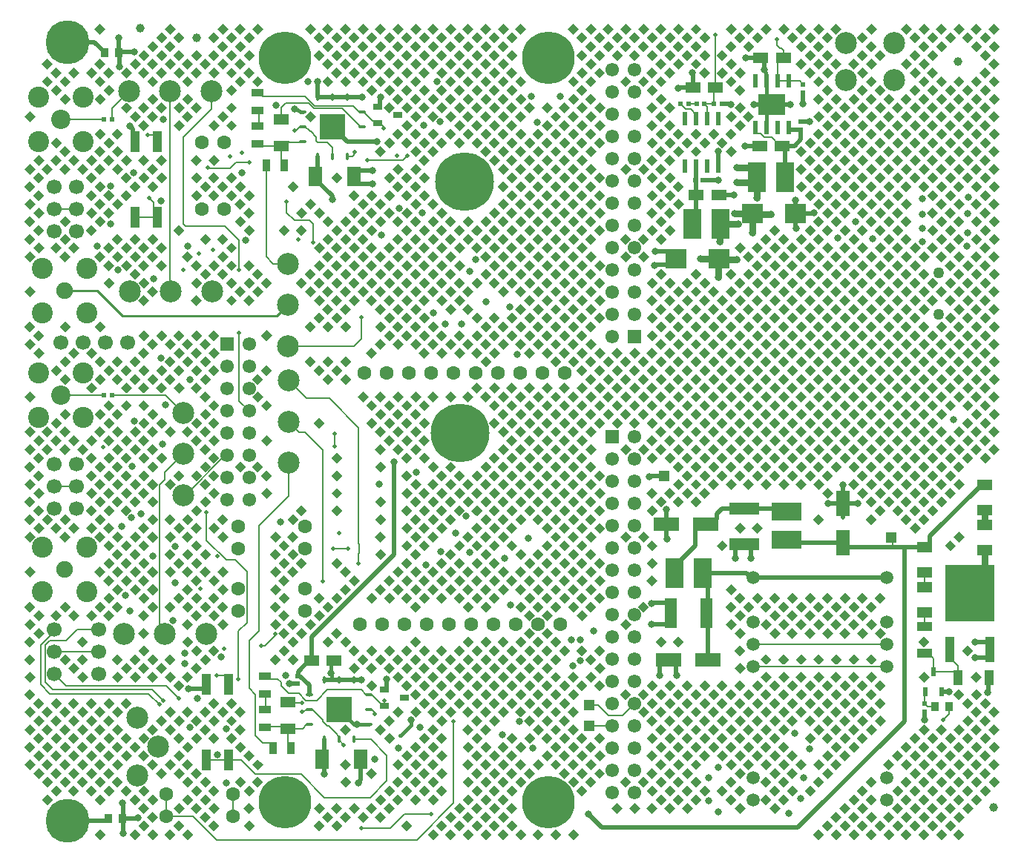
<source format=gtl>
G04*
G04 #@! TF.GenerationSoftware,Altium Limited,Altium Designer,21.5.1 (32)*
G04*
G04 Layer_Physical_Order=1*
G04 Layer_Color=255*
%FSLAX25Y25*%
%MOIN*%
G70*
G04*
G04 #@! TF.SameCoordinates,40A1BE61-9D6D-4511-9C65-2EA0C261B3BE*
G04*
G04*
G04 #@! TF.FilePolarity,Positive*
G04*
G01*
G75*
%ADD13C,0.01000*%
%ADD16R,0.02441X0.02441*%
%ADD17R,0.07087X0.04921*%
%ADD18O,0.03740X0.01378*%
%ADD19R,0.03543X0.03937*%
%ADD20R,0.07087X0.04528*%
%ADD21R,0.06102X0.08661*%
%ADD22R,0.04134X0.02559*%
%ADD23O,0.01378X0.03740*%
%ADD24R,0.11417X0.11417*%
%ADD25R,0.03740X0.05512*%
%ADD26R,0.05512X0.03740*%
%ADD27R,0.04449X0.09606*%
%ADD28R,0.02362X0.06102*%
%ADD29R,0.12197X0.09488*%
%ADD30R,0.02362X0.06102*%
%ADD31R,0.06890X0.03937*%
%ADD32R,0.21850X0.25591*%
%ADD33R,0.03937X0.11221*%
%ADD34R,0.02362X0.03937*%
%ADD35R,0.03937X0.06890*%
%ADD36R,0.02441X0.02284*%
%ADD37R,0.07874X0.13780*%
%ADD38R,0.09252X0.08858*%
%ADD39R,0.13780X0.07874*%
%ADD40R,0.06299X0.11811*%
%ADD41R,0.11811X0.06299*%
%ADD42R,0.13780X0.05512*%
%ADD43R,0.05512X0.13780*%
%ADD44R,0.02284X0.02441*%
%ADD45R,0.02441X0.02441*%
%ADD92R,0.05000X0.05000*%
%ADD93R,0.05000X0.05000*%
%ADD94C,0.03937*%
%ADD95C,0.02000*%
%ADD96C,0.01500*%
%ADD97C,0.00600*%
%ADD98C,0.01968*%
%ADD99C,0.03000*%
%ADD100C,0.06102*%
%ADD101C,0.06693*%
%ADD102C,0.09843*%
%ADD103C,0.06299*%
%ADD104C,0.26378*%
%ADD105C,0.07480*%
%ADD106C,0.09449*%
%ADD107C,0.05906*%
%ADD108C,0.08661*%
%ADD109C,0.19685*%
%ADD110R,0.06102X0.06102*%
%ADD111C,0.23622*%
%ADD112C,0.03150*%
%ADD113C,0.01968*%
%ADD114C,0.05000*%
G36*
X432729Y377567D02*
X430234Y375072D01*
X427739Y377567D01*
X430234Y380062D01*
X432729Y377567D01*
D02*
G37*
G36*
X322493D02*
X319998Y375072D01*
X317503Y377567D01*
X319998Y380062D01*
X322493Y377567D01*
D02*
G37*
G36*
X212257D02*
X209762Y375072D01*
X207266Y377567D01*
X209762Y380062D01*
X212257Y377567D01*
D02*
G37*
G36*
X102020D02*
X99525Y375072D01*
X97030Y377567D01*
X99525Y380062D01*
X102020Y377567D01*
D02*
G37*
G36*
X416981D02*
X414486Y375072D01*
X411991Y377567D01*
X414486Y380062D01*
X416981Y377567D01*
D02*
G37*
G36*
X353989D02*
X351494Y375072D01*
X348999Y377567D01*
X351494Y380062D01*
X353989Y377567D01*
D02*
G37*
G36*
X346115D02*
X343620Y375072D01*
X341125Y377567D01*
X343620Y380062D01*
X346115Y377567D01*
D02*
G37*
G36*
X338241D02*
X335746Y375072D01*
X333251Y377567D01*
X335746Y380062D01*
X338241Y377567D01*
D02*
G37*
G36*
X243753D02*
X241258Y375072D01*
X238762Y377567D01*
X241258Y380062D01*
X243753Y377567D01*
D02*
G37*
G36*
X196509D02*
X194013Y375072D01*
X191518Y377567D01*
X194013Y380062D01*
X196509Y377567D01*
D02*
G37*
G36*
X133516D02*
X131021Y375072D01*
X128526Y377567D01*
X131021Y380062D01*
X133516Y377567D01*
D02*
G37*
G36*
X125642D02*
X123147Y375072D01*
X120652Y377567D01*
X123147Y380062D01*
X125642Y377567D01*
D02*
G37*
G36*
X86272D02*
X83777Y375072D01*
X81282Y377567D01*
X83777Y380062D01*
X86272Y377567D01*
D02*
G37*
G36*
X424855D02*
X422360Y375072D01*
X419865Y377567D01*
X422360Y380062D01*
X424855Y377567D01*
D02*
G37*
G36*
X409107D02*
X406612Y375072D01*
X404117Y377567D01*
X406612Y380062D01*
X409107Y377567D01*
D02*
G37*
G36*
X401233D02*
X398738Y375072D01*
X396243Y377567D01*
X398738Y380062D01*
X401233Y377567D01*
D02*
G37*
G36*
X330367D02*
X327872Y375072D01*
X325377Y377567D01*
X327872Y380062D01*
X330367Y377567D01*
D02*
G37*
G36*
X314619D02*
X312124Y375072D01*
X309629Y377567D01*
X312124Y380062D01*
X314619Y377567D01*
D02*
G37*
G36*
X298871D02*
X296376Y375072D01*
X293881Y377567D01*
X296376Y380062D01*
X298871Y377567D01*
D02*
G37*
G36*
X290997D02*
X288502Y375072D01*
X286006Y377567D01*
X288502Y380062D01*
X290997Y377567D01*
D02*
G37*
G36*
X275249D02*
X272754Y375072D01*
X270258Y377567D01*
X272754Y380062D01*
X275249Y377567D01*
D02*
G37*
G36*
X259501D02*
X257006Y375072D01*
X254510Y377567D01*
X257006Y380062D01*
X259501Y377567D01*
D02*
G37*
G36*
X220131D02*
X217635Y375072D01*
X215140Y377567D01*
X217635Y380062D01*
X220131Y377567D01*
D02*
G37*
G36*
X204382D02*
X201887Y375072D01*
X199392Y377567D01*
X201887Y380062D01*
X204382Y377567D01*
D02*
G37*
G36*
X188635D02*
X186139Y375072D01*
X183644Y377567D01*
X186139Y380062D01*
X188635Y377567D01*
D02*
G37*
G36*
X180761D02*
X178265Y375072D01*
X175770Y377567D01*
X178265Y380062D01*
X180761Y377567D01*
D02*
G37*
G36*
X165013D02*
X162517Y375072D01*
X160022Y377567D01*
X162517Y380062D01*
X165013Y377567D01*
D02*
G37*
G36*
X149264D02*
X146769Y375072D01*
X144274Y377567D01*
X146769Y380062D01*
X149264Y377567D01*
D02*
G37*
G36*
X94146D02*
X91651Y375072D01*
X89156Y377567D01*
X91651Y380062D01*
X94146Y377567D01*
D02*
G37*
G36*
X393359D02*
X390864Y375072D01*
X388369Y377567D01*
X390864Y380062D01*
X393359Y377567D01*
D02*
G37*
G36*
X377611D02*
X375116Y375072D01*
X372621Y377567D01*
X375116Y380062D01*
X377611Y377567D01*
D02*
G37*
G36*
X361863D02*
X359368Y375072D01*
X356873Y377567D01*
X359368Y380062D01*
X361863Y377567D01*
D02*
G37*
G36*
X283123D02*
X280628Y375072D01*
X278133Y377567D01*
X280628Y380062D01*
X283123Y377567D01*
D02*
G37*
G36*
X267375D02*
X264880Y375072D01*
X262385Y377567D01*
X264880Y380062D01*
X267375Y377567D01*
D02*
G37*
G36*
X251627D02*
X249131Y375072D01*
X246637Y377567D01*
X249131Y380062D01*
X251627Y377567D01*
D02*
G37*
G36*
X172887D02*
X170391Y375072D01*
X167896Y377567D01*
X170391Y380062D01*
X172887Y377567D01*
D02*
G37*
G36*
X157138D02*
X154643Y375072D01*
X152148Y377567D01*
X154643Y380062D01*
X157138Y377567D01*
D02*
G37*
G36*
X141390D02*
X138895Y375072D01*
X136400Y377567D01*
X138895Y380062D01*
X141390Y377567D01*
D02*
G37*
G36*
X62650D02*
X60155Y375072D01*
X57660Y377567D01*
X60155Y380062D01*
X62650Y377567D01*
D02*
G37*
G36*
X31154D02*
X28659Y375072D01*
X26164Y377567D01*
X28659Y380062D01*
X31154Y377567D01*
D02*
G37*
G36*
X428792Y373630D02*
X426297Y371135D01*
X423802Y373630D01*
X426297Y376125D01*
X428792Y373630D01*
D02*
G37*
G36*
X326430Y373630D02*
X323935Y371135D01*
X321440Y373630D01*
X323935Y376125D01*
X326430Y373630D01*
D02*
G37*
G36*
X318556Y373630D02*
X316061Y371135D01*
X313566Y373630D01*
X316061Y376125D01*
X318556Y373630D01*
D02*
G37*
G36*
X216194Y373630D02*
X213699Y371135D01*
X211203Y373630D01*
X213699Y376125D01*
X216194Y373630D01*
D02*
G37*
G36*
X208319Y373630D02*
X205824Y371135D01*
X203329Y373630D01*
X205824Y376125D01*
X208319Y373630D01*
D02*
G37*
G36*
X98083D02*
X95588Y371135D01*
X93093Y373630D01*
X95588Y376125D01*
X98083Y373630D01*
D02*
G37*
G36*
X413044D02*
X410549Y371135D01*
X408054Y373630D01*
X410549Y376125D01*
X413044Y373630D01*
D02*
G37*
G36*
X357926Y373630D02*
X355431Y371135D01*
X352936Y373630D01*
X355431Y376125D01*
X357926Y373630D01*
D02*
G37*
G36*
X350052Y373630D02*
X347557Y371135D01*
X345062Y373630D01*
X347557Y376125D01*
X350052Y373630D01*
D02*
G37*
G36*
X342178D02*
X339683Y371135D01*
X337188Y373630D01*
X339683Y376125D01*
X342178Y373630D01*
D02*
G37*
G36*
X302808D02*
X300313Y371135D01*
X297818Y373630D01*
X300313Y376125D01*
X302808Y373630D01*
D02*
G37*
G36*
X247690Y373630D02*
X245195Y371135D01*
X242700Y373630D01*
X245195Y376125D01*
X247690Y373630D01*
D02*
G37*
G36*
X192571Y373630D02*
X190076Y371135D01*
X187581Y373630D01*
X190076Y376125D01*
X192571Y373630D01*
D02*
G37*
G36*
X137453Y373630D02*
X134958Y371135D01*
X132463Y373630D01*
X134958Y376125D01*
X137453Y373630D01*
D02*
G37*
G36*
X129579Y373630D02*
X127084Y371135D01*
X124589Y373630D01*
X127084Y376125D01*
X129579Y373630D01*
D02*
G37*
G36*
X82335D02*
X79840Y371135D01*
X77345Y373630D01*
X79840Y376125D01*
X82335Y373630D01*
D02*
G37*
G36*
X420918Y373630D02*
X418423Y371135D01*
X415928Y373630D01*
X418423Y376125D01*
X420918Y373630D01*
D02*
G37*
G36*
X405170D02*
X402675Y371135D01*
X400180Y373630D01*
X402675Y376125D01*
X405170Y373630D01*
D02*
G37*
G36*
X397296D02*
X394801Y371135D01*
X392306Y373630D01*
X394801Y376125D01*
X397296Y373630D01*
D02*
G37*
G36*
X373674Y373630D02*
X371179Y371135D01*
X368684Y373630D01*
X371179Y376125D01*
X373674Y373630D01*
D02*
G37*
G36*
X294934Y373630D02*
X292439Y371135D01*
X289944Y373630D01*
X292439Y376125D01*
X294934Y373630D01*
D02*
G37*
G36*
X287060D02*
X284565Y371135D01*
X282069Y373630D01*
X284565Y376125D01*
X287060Y373630D01*
D02*
G37*
G36*
X279186Y373630D02*
X276691Y371135D01*
X274196Y373630D01*
X276691Y376125D01*
X279186Y373630D01*
D02*
G37*
G36*
X271312Y373630D02*
X268817Y371135D01*
X266321Y373630D01*
X268817Y376125D01*
X271312Y373630D01*
D02*
G37*
G36*
X263438Y373630D02*
X260943Y371135D01*
X258448Y373630D01*
X260943Y376125D01*
X263438Y373630D01*
D02*
G37*
G36*
X255564Y373630D02*
X253069Y371135D01*
X250573Y373630D01*
X253069Y376125D01*
X255564Y373630D01*
D02*
G37*
G36*
X200446D02*
X197950Y371135D01*
X195455Y373630D01*
X197950Y376125D01*
X200446Y373630D01*
D02*
G37*
G36*
X184697D02*
X182202Y371135D01*
X179707Y373630D01*
X182202Y376125D01*
X184697Y373630D01*
D02*
G37*
G36*
X176823D02*
X174328Y371135D01*
X171833Y373630D01*
X174328Y376125D01*
X176823Y373630D01*
D02*
G37*
G36*
X168949Y373630D02*
X166454Y371135D01*
X163959Y373630D01*
X166454Y376125D01*
X168949Y373630D01*
D02*
G37*
G36*
X161075Y373630D02*
X158580Y371135D01*
X156085Y373630D01*
X158580Y376125D01*
X161075Y373630D01*
D02*
G37*
G36*
X153201Y373630D02*
X150706Y371135D01*
X148211Y373630D01*
X150706Y376125D01*
X153201Y373630D01*
D02*
G37*
G36*
X145327Y373630D02*
X142832Y371135D01*
X140337Y373630D01*
X142832Y376125D01*
X145327Y373630D01*
D02*
G37*
G36*
X66587D02*
X64092Y371135D01*
X61597Y373630D01*
X64092Y376125D01*
X66587Y373630D01*
D02*
G37*
G36*
X58713Y373630D02*
X56218Y371135D01*
X53723Y373630D01*
X56218Y376125D01*
X58713Y373630D01*
D02*
G37*
G36*
X90209Y373630D02*
X87714Y371135D01*
X85219Y373630D01*
X87714Y376125D01*
X90209Y373630D01*
D02*
G37*
G36*
X432729Y369693D02*
X430234Y367198D01*
X427739Y369693D01*
X430234Y372188D01*
X432729Y369693D01*
D02*
G37*
G36*
X424855Y369693D02*
X422360Y367198D01*
X419865Y369693D01*
X422360Y372188D01*
X424855Y369693D01*
D02*
G37*
G36*
X322493Y369693D02*
X319998Y367198D01*
X317503Y369693D01*
X319998Y372188D01*
X322493Y369693D01*
D02*
G37*
G36*
X314619Y369693D02*
X312124Y367198D01*
X309629Y369693D01*
X312124Y372188D01*
X314619Y369693D01*
D02*
G37*
G36*
X251627D02*
X249132Y367198D01*
X246637Y369693D01*
X249131Y372188D01*
X251627Y369693D01*
D02*
G37*
G36*
X212257Y369693D02*
X209762Y367198D01*
X207266Y369693D01*
X209762Y372188D01*
X212257Y369693D01*
D02*
G37*
G36*
X204382Y369693D02*
X201887Y367198D01*
X199392Y369693D01*
X201887Y372188D01*
X204382Y369693D01*
D02*
G37*
G36*
X141390D02*
X138895Y367198D01*
X136400Y369693D01*
X138895Y372188D01*
X141390Y369693D01*
D02*
G37*
G36*
X94146D02*
X91651Y367198D01*
X89156Y369693D01*
X91651Y372188D01*
X94146Y369693D01*
D02*
G37*
G36*
X409107D02*
X406612Y367198D01*
X404117Y369693D01*
X406612Y372188D01*
X409107Y369693D01*
D02*
G37*
G36*
X377611D02*
X375116Y367198D01*
X372621Y369693D01*
X375116Y372188D01*
X377611Y369693D01*
D02*
G37*
G36*
X353989D02*
X351494Y367198D01*
X348999Y369693D01*
X351494Y372188D01*
X353989Y369693D01*
D02*
G37*
G36*
X346115D02*
X343620Y367198D01*
X341125Y369693D01*
X343620Y372188D01*
X346115Y369693D01*
D02*
G37*
G36*
X298871D02*
X296376Y367198D01*
X293881Y369693D01*
X296376Y372188D01*
X298871Y369693D01*
D02*
G37*
G36*
X283123D02*
X280628Y367198D01*
X278133Y369693D01*
X280628Y372188D01*
X283123Y369693D01*
D02*
G37*
G36*
X267375D02*
X264880Y367198D01*
X262385Y369693D01*
X264880Y372188D01*
X267375Y369693D01*
D02*
G37*
G36*
X196509D02*
X194013Y367198D01*
X191518Y369693D01*
X194013Y372188D01*
X196509Y369693D01*
D02*
G37*
G36*
X188635D02*
X186139Y367198D01*
X183644Y369693D01*
X186139Y372188D01*
X188635Y369693D01*
D02*
G37*
G36*
X172887D02*
X170391Y367198D01*
X167896Y369693D01*
X170391Y372188D01*
X172887Y369693D01*
D02*
G37*
G36*
X157138D02*
X154643Y367198D01*
X152148Y369693D01*
X154643Y372188D01*
X157138Y369693D01*
D02*
G37*
G36*
X133516D02*
X131021Y367198D01*
X128526Y369693D01*
X131021Y372188D01*
X133516Y369693D01*
D02*
G37*
G36*
X86272D02*
X83777Y367198D01*
X81282Y369693D01*
X83777Y372188D01*
X86272Y369693D01*
D02*
G37*
G36*
X62650D02*
X60155Y367198D01*
X57660Y369693D01*
X60155Y372188D01*
X62650Y369693D01*
D02*
G37*
G36*
X401233D02*
X398738Y367198D01*
X396243Y369693D01*
X398738Y372188D01*
X401233Y369693D01*
D02*
G37*
G36*
X290997D02*
X288502Y367198D01*
X286006Y369693D01*
X288502Y372188D01*
X290997Y369693D01*
D02*
G37*
G36*
X275249D02*
X272754Y367198D01*
X270258Y369693D01*
X272754Y372188D01*
X275249Y369693D01*
D02*
G37*
G36*
X259501D02*
X257006Y367198D01*
X254510Y369693D01*
X257006Y372188D01*
X259501Y369693D01*
D02*
G37*
G36*
X180761D02*
X178265Y367198D01*
X175770Y369693D01*
X178265Y372188D01*
X180761Y369693D01*
D02*
G37*
G36*
X165013D02*
X162517Y367198D01*
X160022Y369693D01*
X162517Y372188D01*
X165013Y369693D01*
D02*
G37*
G36*
X149264D02*
X146769Y367198D01*
X144274Y369693D01*
X146769Y372188D01*
X149264Y369693D01*
D02*
G37*
G36*
X54776D02*
X52281Y367198D01*
X49786Y369693D01*
X52281Y372188D01*
X54776Y369693D01*
D02*
G37*
G36*
X428792Y365756D02*
X426297Y363261D01*
X423802Y365756D01*
X426297Y368251D01*
X428792Y365756D01*
D02*
G37*
G36*
X216194D02*
X213699Y363261D01*
X211203Y365756D01*
X213699Y368251D01*
X216194Y365756D01*
D02*
G37*
G36*
X208319D02*
X205824Y363261D01*
X203329Y365756D01*
X205824Y368251D01*
X208319Y365756D01*
D02*
G37*
G36*
X98083D02*
X95588Y363261D01*
X93093Y365756D01*
X95588Y368251D01*
X98083Y365756D01*
D02*
G37*
G36*
X357926D02*
X355431Y363261D01*
X352936Y365756D01*
X355431Y368251D01*
X357926Y365756D01*
D02*
G37*
G36*
X255564Y365756D02*
X253069Y363261D01*
X250573Y365756D01*
X253069Y368251D01*
X255564Y365756D01*
D02*
G37*
G36*
X247690Y365756D02*
X245195Y363261D01*
X242700Y365756D01*
X245195Y368251D01*
X247690Y365756D01*
D02*
G37*
G36*
X145327Y365756D02*
X142832Y363261D01*
X140337Y365756D01*
X142832Y368251D01*
X145327Y365756D01*
D02*
G37*
G36*
X137453Y365756D02*
X134958Y363261D01*
X132463Y365756D01*
X134958Y368251D01*
X137453Y365756D01*
D02*
G37*
G36*
X405170D02*
X402675Y363261D01*
X400180Y365756D01*
X402675Y368251D01*
X405170Y365756D01*
D02*
G37*
G36*
X397296Y365756D02*
X394801Y363261D01*
X392306Y365756D01*
X394801Y368251D01*
X397296Y365756D01*
D02*
G37*
G36*
X381548D02*
X379053Y363261D01*
X376558Y365756D01*
X379053Y368251D01*
X381548Y365756D01*
D02*
G37*
G36*
X373674Y365756D02*
X371179Y363261D01*
X368684Y365756D01*
X371179Y368251D01*
X373674Y365756D01*
D02*
G37*
G36*
X350052D02*
X347557Y363261D01*
X345062Y365756D01*
X347557Y368251D01*
X350052Y365756D01*
D02*
G37*
G36*
X310682D02*
X308187Y363261D01*
X305816Y365632D01*
Y365880D01*
X308187Y368251D01*
X310682Y365756D01*
D02*
G37*
G36*
X302808D02*
X300313Y363261D01*
X297818Y365756D01*
X300313Y368251D01*
X302808Y365756D01*
D02*
G37*
G36*
X294934D02*
X292439Y363261D01*
X289944Y365756D01*
X292439Y368251D01*
X294934Y365756D01*
D02*
G37*
G36*
X287060Y365756D02*
X284565Y363261D01*
X282069Y365756D01*
X284565Y368251D01*
X287060Y365756D01*
D02*
G37*
G36*
X279186Y365756D02*
X276691Y363261D01*
X274196Y365756D01*
X276691Y368251D01*
X279186Y365756D01*
D02*
G37*
G36*
X271312Y365756D02*
X268817Y363261D01*
X266321Y365756D01*
X268817Y368251D01*
X271312Y365756D01*
D02*
G37*
G36*
X263438Y365756D02*
X260943Y363261D01*
X258448Y365756D01*
X260943Y368251D01*
X263438Y365756D01*
D02*
G37*
G36*
X200446D02*
X197950Y363261D01*
X195455Y365756D01*
X197950Y368251D01*
X200446Y365756D01*
D02*
G37*
G36*
X192571D02*
X190076Y363261D01*
X187581Y365756D01*
X190076Y368251D01*
X192571Y365756D01*
D02*
G37*
G36*
X184697D02*
X182202Y363261D01*
X179707Y365756D01*
X182202Y368251D01*
X184697Y365756D01*
D02*
G37*
G36*
X176823Y365756D02*
X174328Y363261D01*
X171833Y365756D01*
X174328Y368251D01*
X176823Y365756D01*
D02*
G37*
G36*
X168949Y365756D02*
X166454Y363261D01*
X163959Y365756D01*
X166454Y368251D01*
X168949Y365756D01*
D02*
G37*
G36*
X161075Y365756D02*
X158580Y363261D01*
X156085Y365756D01*
X158580Y368251D01*
X161075Y365756D01*
D02*
G37*
G36*
X153201Y365756D02*
X150706Y363261D01*
X148211Y365756D01*
X150706Y368251D01*
X153201Y365756D01*
D02*
G37*
G36*
X129579D02*
X127084Y363261D01*
X124589Y365756D01*
X127084Y368251D01*
X129579Y365756D01*
D02*
G37*
G36*
X82335D02*
X79840Y363261D01*
X77345Y365756D01*
X79840Y368251D01*
X82335Y365756D01*
D02*
G37*
G36*
X74461D02*
X71966Y363261D01*
X69471Y365756D01*
X71966Y368251D01*
X74461Y365756D01*
D02*
G37*
G36*
X66587Y365756D02*
X64092Y363261D01*
X61597Y365756D01*
X64092Y368251D01*
X66587Y365756D01*
D02*
G37*
G36*
X58713Y365756D02*
X56218Y363261D01*
X53723Y365756D01*
X56218Y368251D01*
X58713Y365756D01*
D02*
G37*
G36*
X50839Y365756D02*
X48344Y363261D01*
X45849Y365756D01*
X48344Y368251D01*
X50839Y365756D01*
D02*
G37*
G36*
X90209Y365756D02*
X87714Y363261D01*
X85219Y365756D01*
X87714Y368251D01*
X90209Y365756D01*
D02*
G37*
G36*
X432729Y361819D02*
X430234Y359324D01*
X427739Y361819D01*
X430234Y364314D01*
X432729Y361819D01*
D02*
G37*
G36*
X212257D02*
X209762Y359324D01*
X207266Y361819D01*
X209762Y364314D01*
X212257Y361819D01*
D02*
G37*
G36*
X369737Y361819D02*
X367242Y359324D01*
X364747Y361819D01*
X367242Y364314D01*
X369737Y361819D01*
D02*
G37*
G36*
X149264D02*
X146769Y359324D01*
X144274Y361819D01*
X146769Y364314D01*
X149264Y361819D01*
D02*
G37*
G36*
X7532D02*
X5037Y359324D01*
X2542Y361819D01*
X5037Y364314D01*
X7532Y361819D01*
D02*
G37*
G36*
X401233D02*
X398738Y359324D01*
X396243Y361819D01*
X398738Y364314D01*
X401233Y361819D01*
D02*
G37*
G36*
X361863Y361819D02*
X359368Y359324D01*
X356873Y361819D01*
X359368Y364314D01*
X361863Y361819D01*
D02*
G37*
G36*
X353989D02*
X351494Y359324D01*
X348999Y361819D01*
X351494Y364314D01*
X353989Y361819D01*
D02*
G37*
G36*
X314619D02*
X312124Y359324D01*
X309629Y361819D01*
X312124Y364314D01*
X314619Y361819D01*
D02*
G37*
G36*
X290997Y361819D02*
X288502Y359324D01*
X286006Y361819D01*
X288502Y364314D01*
X290997Y361819D01*
D02*
G37*
G36*
X251627Y361819D02*
X249132Y359324D01*
X246637Y361819D01*
X249132Y364314D01*
X251627Y361819D01*
D02*
G37*
G36*
X204382D02*
X201887Y359324D01*
X199392Y361819D01*
X201887Y364314D01*
X204382Y361819D01*
D02*
G37*
G36*
X196509D02*
X194013Y359324D01*
X191518Y361819D01*
X194013Y364314D01*
X196509Y361819D01*
D02*
G37*
G36*
X180761Y361819D02*
X178265Y359324D01*
X175770Y361819D01*
X178265Y364314D01*
X180761Y361819D01*
D02*
G37*
G36*
X165013D02*
X162517Y359324D01*
X160022Y361819D01*
X162517Y364314D01*
X165013Y361819D01*
D02*
G37*
G36*
X141390Y361819D02*
X138895Y359324D01*
X136400Y361819D01*
X138895Y364314D01*
X141390Y361819D01*
D02*
G37*
G36*
X133516D02*
X131021Y359324D01*
X128526Y361819D01*
X131021Y364314D01*
X133516Y361819D01*
D02*
G37*
G36*
X94146D02*
X91651Y359324D01*
X89156Y361819D01*
X91651Y364314D01*
X94146Y361819D01*
D02*
G37*
G36*
X86272D02*
X83777Y359324D01*
X81282Y361819D01*
X83777Y364314D01*
X86272Y361819D01*
D02*
G37*
G36*
X70524Y361819D02*
X68029Y359324D01*
X65534Y361819D01*
X68029Y364314D01*
X70524Y361819D01*
D02*
G37*
G36*
X54776D02*
X52281Y359324D01*
X49786Y361819D01*
X52281Y364314D01*
X54776Y361819D01*
D02*
G37*
G36*
X31154Y361819D02*
X28659Y359324D01*
X26164Y361819D01*
X28659Y364314D01*
X31154Y361819D01*
D02*
G37*
G36*
X393359Y361819D02*
X390864Y359324D01*
X388369Y361819D01*
X390864Y364314D01*
X393359Y361819D01*
D02*
G37*
G36*
X377611D02*
X375116Y359324D01*
X372621Y361819D01*
X375116Y364314D01*
X377611Y361819D01*
D02*
G37*
G36*
X346115D02*
X343620Y359324D01*
X341125Y361819D01*
X343620Y364314D01*
X346115Y361819D01*
D02*
G37*
G36*
X298871D02*
X296376Y359324D01*
X293881Y361819D01*
X296376Y364314D01*
X298871Y361819D01*
D02*
G37*
G36*
X283123D02*
X280628Y359324D01*
X278133Y361819D01*
X280628Y364314D01*
X283123Y361819D01*
D02*
G37*
G36*
X188635D02*
X186139Y359324D01*
X183644Y361819D01*
X186139Y364314D01*
X188635Y361819D01*
D02*
G37*
G36*
X172887D02*
X170391Y359324D01*
X167896Y361819D01*
X170391Y364314D01*
X172887Y361819D01*
D02*
G37*
G36*
X157138D02*
X154643Y359324D01*
X152148Y361819D01*
X154643Y364314D01*
X157138Y361819D01*
D02*
G37*
G36*
X78398D02*
X75903Y359324D01*
X73408Y361819D01*
X75903Y364314D01*
X78398Y361819D01*
D02*
G37*
G36*
X62650D02*
X60155Y359324D01*
X57660Y361819D01*
X60155Y364314D01*
X62650Y361819D01*
D02*
G37*
G36*
X46902D02*
X44407Y359324D01*
X41912Y361819D01*
X44407Y364314D01*
X46902Y361819D01*
D02*
G37*
G36*
X428792Y357882D02*
X426297Y355387D01*
X423802Y357882D01*
X426297Y360377D01*
X428792Y357882D01*
D02*
G37*
G36*
X318556D02*
X316061Y355387D01*
X313566Y357882D01*
X316061Y360377D01*
X318556Y357882D01*
D02*
G37*
G36*
X216194Y357882D02*
X213699Y355387D01*
X211203Y357882D01*
X213699Y360377D01*
X216194Y357882D01*
D02*
G37*
G36*
X208319Y357882D02*
X205824Y355387D01*
X203329Y357882D01*
X205824Y360377D01*
X208319Y357882D01*
D02*
G37*
G36*
X98083D02*
X95588Y355387D01*
X93093Y357882D01*
X95588Y360377D01*
X98083Y357882D01*
D02*
G37*
G36*
X373674Y357882D02*
X371179Y355387D01*
X368684Y357882D01*
X371179Y360377D01*
X373674Y357882D01*
D02*
G37*
G36*
X255422Y358024D02*
X255470Y357842D01*
X255490Y357808D01*
X253069Y355387D01*
X250573Y357882D01*
X253069Y360377D01*
X255422Y358024D01*
D02*
G37*
G36*
X153201Y357882D02*
X150706Y355387D01*
X148211Y357882D01*
X150706Y360377D01*
X153201Y357882D01*
D02*
G37*
G36*
X145327D02*
X142832Y355387D01*
X140337Y357882D01*
X142832Y360377D01*
X145327Y357882D01*
D02*
G37*
G36*
X42965D02*
X40470Y355387D01*
X37975Y357882D01*
X40470Y360377D01*
X42965Y357882D01*
D02*
G37*
G36*
X35091D02*
X32596Y355387D01*
X30101Y357882D01*
X32596Y360377D01*
X35091Y357882D01*
D02*
G37*
G36*
X11469D02*
X8974Y355387D01*
X6479Y357882D01*
X8974Y360377D01*
X11469Y357882D01*
D02*
G37*
G36*
X405170D02*
X402675Y355387D01*
X400180Y357882D01*
X402675Y360377D01*
X405170Y357882D01*
D02*
G37*
G36*
X397296D02*
X394801Y355387D01*
X392306Y357882D01*
X394801Y360377D01*
X397296Y357882D01*
D02*
G37*
G36*
X357926D02*
X355431Y355387D01*
X352936Y357882D01*
X355431Y360377D01*
X357926Y357882D01*
D02*
G37*
G36*
X350052D02*
X347557Y355387D01*
X345062Y357882D01*
X347557Y360377D01*
X350052Y357882D01*
D02*
G37*
G36*
X302808D02*
X300313Y355387D01*
X297818Y357882D01*
X300313Y360377D01*
X302808Y357882D01*
D02*
G37*
G36*
X287060D02*
X284565Y355387D01*
X282069Y357882D01*
X284565Y360377D01*
X287060Y357882D01*
D02*
G37*
G36*
X279186D02*
X276691Y355387D01*
X274196Y357882D01*
X276691Y360377D01*
X279186Y357882D01*
D02*
G37*
G36*
X247690D02*
X245195Y355387D01*
X242699Y357882D01*
X245195Y360377D01*
X247690Y357882D01*
D02*
G37*
G36*
X192571D02*
X190076Y355387D01*
X187581Y357882D01*
X190076Y360377D01*
X192571Y357882D01*
D02*
G37*
G36*
X184697D02*
X182202Y355387D01*
X179707Y357882D01*
X182202Y360377D01*
X184697Y357882D01*
D02*
G37*
G36*
X176823D02*
X174328Y355387D01*
X171833Y357882D01*
X174328Y360377D01*
X176823Y357882D01*
D02*
G37*
G36*
X168949D02*
X166454Y355387D01*
X163959Y357882D01*
X166454Y360377D01*
X168949Y357882D01*
D02*
G37*
G36*
X161075D02*
X158580Y355387D01*
X156085Y357882D01*
X158580Y360377D01*
X161075Y357882D01*
D02*
G37*
G36*
X137453D02*
X134958Y355387D01*
X132463Y357882D01*
X134958Y360377D01*
X137453Y357882D01*
D02*
G37*
G36*
X82335D02*
X79840Y355387D01*
X77345Y357882D01*
X79840Y360377D01*
X82335Y357882D01*
D02*
G37*
G36*
X74461D02*
X71966Y355387D01*
X69471Y357882D01*
X71966Y360377D01*
X74461Y357882D01*
D02*
G37*
G36*
X66587D02*
X64092Y355387D01*
X61597Y357882D01*
X64092Y360377D01*
X66587Y357882D01*
D02*
G37*
G36*
X58713D02*
X56218Y355387D01*
X53723Y357882D01*
X56218Y360377D01*
X58713Y357882D01*
D02*
G37*
G36*
X50839D02*
X48344Y355387D01*
X45849Y357882D01*
X48344Y360377D01*
X50839Y357882D01*
D02*
G37*
G36*
X27217D02*
X24722Y355387D01*
X22227Y357882D01*
X24722Y360377D01*
X27217Y357882D01*
D02*
G37*
G36*
X19343D02*
X16848Y355387D01*
X14353Y357882D01*
X16848Y360377D01*
X19343Y357882D01*
D02*
G37*
G36*
X310682D02*
X308187Y355387D01*
X305816Y357758D01*
Y358006D01*
X308187Y360377D01*
X310682Y357882D01*
D02*
G37*
G36*
X200446D02*
X197950Y355387D01*
X195455Y357882D01*
X197950Y360377D01*
X200446Y357882D01*
D02*
G37*
G36*
X90209D02*
X87714Y355387D01*
X85219Y357882D01*
X87714Y360377D01*
X90209Y357882D01*
D02*
G37*
G36*
X432729Y353945D02*
X430234Y351450D01*
X427739Y353945D01*
X430234Y356440D01*
X432729Y353945D01*
D02*
G37*
G36*
X377611Y353945D02*
X375116Y351450D01*
X372621Y353945D01*
X375116Y356440D01*
X377611Y353945D01*
D02*
G37*
G36*
X267375D02*
X264880Y351450D01*
X262385Y353945D01*
X264880Y356440D01*
X267375Y353945D01*
D02*
G37*
G36*
X220131Y353945D02*
X217635Y351450D01*
X215140Y353945D01*
X217635Y356440D01*
X220131Y353945D01*
D02*
G37*
G36*
X212257D02*
X209762Y351450D01*
X207266Y353945D01*
X209762Y356440D01*
X212257Y353945D01*
D02*
G37*
G36*
X157138Y353945D02*
X154643Y351450D01*
X152148Y353945D01*
X154643Y356440D01*
X157138Y353945D01*
D02*
G37*
G36*
X102020Y353945D02*
X99525Y351450D01*
X97030Y353945D01*
X99525Y356440D01*
X102020Y353945D01*
D02*
G37*
G36*
X15406Y353945D02*
X12911Y351450D01*
X10416Y353945D01*
X12911Y356440D01*
X15406Y353945D01*
D02*
G37*
G36*
X409107D02*
X406612Y351450D01*
X404117Y353945D01*
X406612Y356440D01*
X409107Y353945D01*
D02*
G37*
G36*
X283123D02*
X280628Y351450D01*
X278133Y353945D01*
X280628Y356440D01*
X283123Y353945D01*
D02*
G37*
G36*
X251627Y353945D02*
X249131Y351450D01*
X246637Y353945D01*
X249132Y356440D01*
X251627Y353945D01*
D02*
G37*
G36*
X188635Y353945D02*
X186139Y351450D01*
X183644Y353945D01*
X186139Y356440D01*
X188635Y353945D01*
D02*
G37*
G36*
X172887D02*
X170391Y351450D01*
X167896Y353945D01*
X170391Y356440D01*
X172887Y353945D01*
D02*
G37*
G36*
X149264Y353945D02*
X146769Y351450D01*
X144274Y353945D01*
X146769Y356440D01*
X149264Y353945D01*
D02*
G37*
G36*
X141390D02*
X138895Y351450D01*
X136400Y353945D01*
X138895Y356440D01*
X141390Y353945D01*
D02*
G37*
G36*
X31154D02*
X28659Y351450D01*
X26164Y353945D01*
X28659Y356440D01*
X31154Y353945D01*
D02*
G37*
G36*
X7532D02*
X5037Y351450D01*
X2542Y353945D01*
X5037Y356440D01*
X7532Y353945D01*
D02*
G37*
G36*
X424855D02*
X422360Y351450D01*
X419865Y353945D01*
X422360Y356440D01*
X424855Y353945D01*
D02*
G37*
G36*
X416981Y353945D02*
X414486Y351450D01*
X411991Y353945D01*
X414486Y356440D01*
X416981Y353945D01*
D02*
G37*
G36*
X401233D02*
X398738Y351450D01*
X396243Y353945D01*
X398738Y356440D01*
X401233Y353945D01*
D02*
G37*
G36*
X353989D02*
X351494Y351450D01*
X348999Y353945D01*
X351494Y356440D01*
X353989Y353945D01*
D02*
G37*
G36*
X314619Y353945D02*
X312124Y351450D01*
X309629Y353945D01*
X312124Y356440D01*
X314619Y353945D01*
D02*
G37*
G36*
X275249Y353945D02*
X272754Y351450D01*
X270258Y353945D01*
X272754Y356440D01*
X275249Y353945D01*
D02*
G37*
G36*
X243753D02*
X241258Y351450D01*
X238762Y353945D01*
X241258Y356440D01*
X243753Y353945D01*
D02*
G37*
G36*
X204382Y353945D02*
X201887Y351450D01*
X199392Y353945D01*
X201887Y356440D01*
X204382Y353945D01*
D02*
G37*
G36*
X196509Y353945D02*
X194013Y351450D01*
X191518Y353945D01*
X194013Y356440D01*
X196509Y353945D01*
D02*
G37*
G36*
X165013D02*
X162517Y351450D01*
X160022Y353945D01*
X162517Y356440D01*
X165013Y353945D01*
D02*
G37*
G36*
X133516D02*
X131021Y351450D01*
X128526Y353945D01*
X131021Y356440D01*
X133516Y353945D01*
D02*
G37*
G36*
X94146Y353945D02*
X91651Y351450D01*
X89156Y353945D01*
X91651Y356440D01*
X94146Y353945D01*
D02*
G37*
G36*
X70524Y353945D02*
X68029Y351450D01*
X65534Y353945D01*
X68029Y356440D01*
X70524Y353945D01*
D02*
G37*
G36*
X54776D02*
X52281Y351450D01*
X49786Y353945D01*
X52281Y356440D01*
X54776Y353945D01*
D02*
G37*
G36*
X381548Y350008D02*
X379053Y347513D01*
X376558Y350008D01*
X379053Y352503D01*
X381548Y350008D01*
D02*
G37*
G36*
X373674Y350008D02*
X371179Y347513D01*
X368684Y350008D01*
X371179Y352503D01*
X373674Y350008D01*
D02*
G37*
G36*
X216194D02*
X213699Y347513D01*
X211203Y350008D01*
X213699Y352503D01*
X216194Y350008D01*
D02*
G37*
G36*
X161075Y350008D02*
X158580Y347513D01*
X156085Y350008D01*
X158580Y352503D01*
X161075Y350008D01*
D02*
G37*
G36*
X153201Y350008D02*
X150706Y347513D01*
X148211Y350008D01*
X150706Y352503D01*
X153201Y350008D01*
D02*
G37*
G36*
X11469D02*
X8974Y347513D01*
X6479Y350008D01*
X8974Y352503D01*
X11469Y350008D01*
D02*
G37*
G36*
X428792D02*
X426297Y347513D01*
X423802Y350008D01*
X426297Y352503D01*
X428792Y350008D01*
D02*
G37*
G36*
X413044Y350008D02*
X410549Y347513D01*
X408054Y350008D01*
X410549Y352503D01*
X413044Y350008D01*
D02*
G37*
G36*
X405170D02*
X402675Y347513D01*
X400180Y350008D01*
X402675Y352503D01*
X405170Y350008D01*
D02*
G37*
G36*
X397296D02*
X394801Y347513D01*
X392306Y350008D01*
X394801Y352503D01*
X397296Y350008D01*
D02*
G37*
G36*
X357926D02*
X355431Y347513D01*
X352936Y350008D01*
X355431Y352503D01*
X357926Y350008D01*
D02*
G37*
G36*
X318556Y350008D02*
X316061Y347513D01*
X313566Y350008D01*
X316061Y352503D01*
X318556Y350008D01*
D02*
G37*
G36*
X279186Y350008D02*
X276691Y347513D01*
X274196Y350008D01*
X276691Y352503D01*
X279186Y350008D01*
D02*
G37*
G36*
X247690D02*
X245195Y347513D01*
X242699Y350008D01*
X245195Y352503D01*
X247690Y350008D01*
D02*
G37*
G36*
X208319Y350008D02*
X205824Y347513D01*
X203329Y350008D01*
X205824Y352503D01*
X208319Y350008D01*
D02*
G37*
G36*
X192571Y350008D02*
X190076Y347513D01*
X187581Y350008D01*
X190076Y352503D01*
X192571Y350008D01*
D02*
G37*
G36*
X184697D02*
X182202Y347513D01*
X179707Y350008D01*
X182202Y352503D01*
X184697Y350008D01*
D02*
G37*
G36*
X176823D02*
X174328Y347513D01*
X171833Y350008D01*
X174328Y352503D01*
X176823Y350008D01*
D02*
G37*
G36*
X168949D02*
X166454Y347513D01*
X163959Y350008D01*
X166454Y352503D01*
X168949Y350008D01*
D02*
G37*
G36*
X35091D02*
X32596Y347513D01*
X30101Y350008D01*
X32596Y352503D01*
X35091Y350008D01*
D02*
G37*
G36*
X420918D02*
X418423Y347513D01*
X415928Y350008D01*
X418423Y352503D01*
X420918Y350008D01*
D02*
G37*
G36*
X200446D02*
X197950Y347513D01*
X195455Y350008D01*
X197950Y352503D01*
X200446Y350008D01*
D02*
G37*
G36*
X90209D02*
X87714Y347513D01*
X85219Y350008D01*
X87714Y352503D01*
X90209Y350008D01*
D02*
G37*
G36*
X385485Y346071D02*
X382990Y343576D01*
X380495Y346071D01*
X382990Y348566D01*
X385485Y346071D01*
D02*
G37*
G36*
X353989D02*
X351494Y343576D01*
X348999Y346071D01*
X351494Y348566D01*
X353989Y346071D01*
D02*
G37*
G36*
X243753D02*
X241258Y343576D01*
X238762Y346071D01*
X241258Y348566D01*
X243753Y346071D01*
D02*
G37*
G36*
X165013D02*
X162517Y343576D01*
X160022Y346071D01*
X162517Y348566D01*
X165013Y346071D01*
D02*
G37*
G36*
X54776D02*
X52281Y343576D01*
X49786Y346071D01*
X52281Y348566D01*
X54776Y346071D01*
D02*
G37*
G36*
X416981D02*
X414486Y343576D01*
X411991Y346071D01*
X414486Y348566D01*
X416981Y346071D01*
D02*
G37*
G36*
X401233D02*
X398738Y343576D01*
X396243Y346071D01*
X398738Y348566D01*
X401233Y346071D01*
D02*
G37*
G36*
X377611D02*
X375116Y343576D01*
X372621Y346071D01*
X375116Y348566D01*
X377611Y346071D01*
D02*
G37*
G36*
X369737D02*
X367242Y343576D01*
X364747Y346071D01*
X367242Y348566D01*
X369737Y346071D01*
D02*
G37*
G36*
X220131D02*
X217635Y343576D01*
X215140Y346071D01*
X217635Y348566D01*
X220131Y346071D01*
D02*
G37*
G36*
X196509D02*
X194013Y343576D01*
X191518Y346071D01*
X194013Y348566D01*
X196509Y346071D01*
D02*
G37*
G36*
X180761D02*
X178265Y343576D01*
X175770Y346071D01*
X178265Y348566D01*
X180761Y346071D01*
D02*
G37*
G36*
X70524D02*
X68029Y343576D01*
X65534Y346071D01*
X68029Y348566D01*
X70524Y346071D01*
D02*
G37*
G36*
X15406D02*
X12911Y343576D01*
X10416Y346071D01*
X12911Y348566D01*
X15406Y346071D01*
D02*
G37*
G36*
X432729D02*
X430234Y343576D01*
X427739Y346071D01*
X430234Y348566D01*
X432729Y346071D01*
D02*
G37*
G36*
X409107D02*
X406612Y343576D01*
X404117Y346071D01*
X406612Y348566D01*
X409107Y346071D01*
D02*
G37*
G36*
X393359D02*
X390864Y343576D01*
X388369Y346071D01*
X390864Y348566D01*
X393359Y346071D01*
D02*
G37*
G36*
X361863D02*
X359368Y343576D01*
X356873Y346071D01*
X359368Y348566D01*
X361863Y346071D01*
D02*
G37*
G36*
X283123D02*
X280628Y343576D01*
X278133Y346071D01*
X280628Y348566D01*
X283123Y346071D01*
D02*
G37*
G36*
X251627D02*
X249131Y343576D01*
X246637Y346071D01*
X249131Y348566D01*
X251627Y346071D01*
D02*
G37*
G36*
X212257D02*
X209762Y343576D01*
X207266Y346071D01*
X209762Y348566D01*
X212257Y346071D01*
D02*
G37*
G36*
X188635D02*
X186139Y343576D01*
X183644Y346071D01*
X186139Y348566D01*
X188635Y346071D01*
D02*
G37*
G36*
X172887D02*
X170391Y343576D01*
X167896Y346071D01*
X170391Y348566D01*
X172887Y346071D01*
D02*
G37*
G36*
X31154D02*
X28659Y343576D01*
X26164Y346071D01*
X28659Y348566D01*
X31154Y346071D01*
D02*
G37*
G36*
X424855Y346071D02*
X422360Y343576D01*
X419865Y346071D01*
X422360Y348566D01*
X424855Y346071D01*
D02*
G37*
G36*
X204382D02*
X201887Y343576D01*
X199392Y346071D01*
X201887Y348566D01*
X204382Y346071D01*
D02*
G37*
G36*
X389422Y342134D02*
X386927Y339639D01*
X384432Y342134D01*
X386927Y344629D01*
X389422Y342134D01*
D02*
G37*
G36*
X381548Y342134D02*
X379053Y339639D01*
X376558Y342134D01*
X379053Y344629D01*
X381548Y342134D01*
D02*
G37*
G36*
X357926Y342134D02*
X355431Y339639D01*
X352936Y342134D01*
X355431Y344629D01*
X357926Y342134D01*
D02*
G37*
G36*
X279186D02*
X276691Y339639D01*
X274196Y342134D01*
X276691Y344629D01*
X279186Y342134D01*
D02*
G37*
G36*
X247690D02*
X245195Y339639D01*
X242700Y342134D01*
X245195Y344629D01*
X247690Y342134D01*
D02*
G37*
G36*
X239816Y342134D02*
X237320Y339639D01*
X234825Y342134D01*
X237320Y344629D01*
X239816Y342134D01*
D02*
G37*
G36*
X231942Y342134D02*
X229447Y339639D01*
X226951Y342134D01*
X229447Y344629D01*
X231942Y342134D01*
D02*
G37*
G36*
X224068Y342134D02*
X221572Y339639D01*
X219077Y342134D01*
X221572Y344629D01*
X224068Y342134D01*
D02*
G37*
G36*
X168949Y342134D02*
X166454Y339639D01*
X163959Y342134D01*
X166454Y344629D01*
X168949Y342134D01*
D02*
G37*
G36*
X161075Y342134D02*
X158580Y339639D01*
X156085Y342134D01*
X158580Y344629D01*
X161075Y342134D01*
D02*
G37*
G36*
X58713Y342134D02*
X56218Y339639D01*
X53723Y342134D01*
X56218Y344629D01*
X58713Y342134D01*
D02*
G37*
G36*
X50839Y342134D02*
X48344Y339639D01*
X45849Y342134D01*
X48344Y344629D01*
X50839Y342134D01*
D02*
G37*
G36*
X413044Y342134D02*
X410549Y339639D01*
X408054Y342134D01*
X410549Y344629D01*
X413044Y342134D01*
D02*
G37*
G36*
X405170Y342134D02*
X402675Y339639D01*
X400180Y342134D01*
X402675Y344629D01*
X405170Y342134D01*
D02*
G37*
G36*
X397296Y342134D02*
X394801Y339639D01*
X392306Y342134D01*
X394801Y344629D01*
X397296Y342134D01*
D02*
G37*
G36*
X373674D02*
X371179Y339639D01*
X368684Y342134D01*
X371179Y344629D01*
X373674Y342134D01*
D02*
G37*
G36*
X365800D02*
X363305Y339639D01*
X360810Y342134D01*
X363305Y344629D01*
X365800Y342134D01*
D02*
G37*
G36*
X287060D02*
X284565Y339639D01*
X282069Y342134D01*
X284565Y344629D01*
X287060Y342134D01*
D02*
G37*
G36*
X255564D02*
X253069Y339639D01*
X250573Y342134D01*
X253069Y344629D01*
X255564Y342134D01*
D02*
G37*
G36*
X192571D02*
X190076Y339639D01*
X187581Y342134D01*
X190076Y344629D01*
X192571Y342134D01*
D02*
G37*
G36*
X184697Y342134D02*
X182202Y339639D01*
X179707Y342134D01*
X182202Y344629D01*
X184697Y342134D01*
D02*
G37*
G36*
X176823Y342134D02*
X174328Y339639D01*
X171833Y342134D01*
X174328Y344629D01*
X176823Y342134D01*
D02*
G37*
G36*
X74461Y342134D02*
X71966Y339639D01*
X69471Y342134D01*
X71966Y344629D01*
X74461Y342134D01*
D02*
G37*
G36*
X66587Y342134D02*
X64092Y339639D01*
X61597Y342134D01*
X64092Y344629D01*
X66587Y342134D01*
D02*
G37*
G36*
X40762Y344337D02*
X42965Y342134D01*
X40470Y339639D01*
X37975Y342134D01*
X40301Y344460D01*
X40762Y344337D01*
D02*
G37*
G36*
X428792Y342134D02*
X426297Y339639D01*
X423802Y342134D01*
X426297Y344629D01*
X428792Y342134D01*
D02*
G37*
G36*
X420918D02*
X418423Y339639D01*
X415928Y342134D01*
X418423Y344629D01*
X420918Y342134D01*
D02*
G37*
G36*
X318556D02*
X316061Y339639D01*
X313566Y342134D01*
X316061Y344629D01*
X318556Y342134D01*
D02*
G37*
G36*
X216194Y342134D02*
X213699Y339639D01*
X211203Y342134D01*
X213699Y344629D01*
X216194Y342134D01*
D02*
G37*
G36*
X208319Y342134D02*
X205824Y339639D01*
X203329Y342134D01*
X205824Y344629D01*
X208319Y342134D01*
D02*
G37*
G36*
X200446D02*
X197950Y339639D01*
X195455Y342134D01*
X197950Y344629D01*
X200446Y342134D01*
D02*
G37*
G36*
X90209D02*
X87714Y339639D01*
X85219Y342134D01*
X87714Y344629D01*
X90209Y342134D01*
D02*
G37*
G36*
X393359Y338197D02*
X390864Y335702D01*
X388369Y338197D01*
X390864Y340692D01*
X393359Y338197D01*
D02*
G37*
G36*
X361863D02*
X359368Y335702D01*
X356873Y338197D01*
X359368Y340692D01*
X361863Y338197D01*
D02*
G37*
G36*
X283123D02*
X280628Y335702D01*
X278133Y338197D01*
X280628Y340692D01*
X283123Y338197D01*
D02*
G37*
G36*
X251627D02*
X249132Y335702D01*
X246637Y338197D01*
X249131Y340692D01*
X251627Y338197D01*
D02*
G37*
G36*
X235879D02*
X233383Y335702D01*
X230888Y338197D01*
X233383Y340692D01*
X235879Y338197D01*
D02*
G37*
G36*
X172887D02*
X170391Y335702D01*
X167896Y338197D01*
X170391Y340692D01*
X172887Y338197D01*
D02*
G37*
G36*
X125642D02*
X123147Y335702D01*
X120652Y338197D01*
X123147Y340692D01*
X125642Y338197D01*
D02*
G37*
G36*
X409107D02*
X406612Y335702D01*
X404117Y338197D01*
X406612Y340692D01*
X409107Y338197D01*
D02*
G37*
G36*
X385485D02*
X382990Y335702D01*
X380495Y338197D01*
X382990Y340692D01*
X385485Y338197D01*
D02*
G37*
G36*
X377611D02*
X375116Y335702D01*
X372621Y338197D01*
X375116Y340692D01*
X377611Y338197D01*
D02*
G37*
G36*
X353989D02*
X351494Y335702D01*
X348999Y338197D01*
X351494Y340692D01*
X353989Y338197D01*
D02*
G37*
G36*
X243753D02*
X241258Y335702D01*
X238762Y338197D01*
X241258Y340692D01*
X243753Y338197D01*
D02*
G37*
G36*
X188635D02*
X186139Y335702D01*
X183644Y338197D01*
X186139Y340692D01*
X188635Y338197D01*
D02*
G37*
G36*
X54776D02*
X52281Y335702D01*
X49786Y338197D01*
X52281Y340692D01*
X54776Y338197D01*
D02*
G37*
G36*
X46902D02*
X44407Y335702D01*
X41912Y338197D01*
X44407Y340692D01*
X46902Y338197D01*
D02*
G37*
G36*
X424855D02*
X422360Y335702D01*
X419865Y338197D01*
X422360Y340692D01*
X424855Y338197D01*
D02*
G37*
G36*
X416981D02*
X414486Y335702D01*
X411991Y338197D01*
X414486Y340692D01*
X416981Y338197D01*
D02*
G37*
G36*
X401233D02*
X398738Y335702D01*
X396243Y338197D01*
X398738Y340692D01*
X401233Y338197D01*
D02*
G37*
G36*
X369737D02*
X367242Y335702D01*
X364747Y338197D01*
X367242Y340692D01*
X369737Y338197D01*
D02*
G37*
G36*
X314619D02*
X312124Y335702D01*
X309629Y338197D01*
X312124Y340692D01*
X314619Y338197D01*
D02*
G37*
G36*
X220131D02*
X217635Y335702D01*
X215140Y338197D01*
X217635Y340692D01*
X220131Y338197D01*
D02*
G37*
G36*
X204382D02*
X201887Y335702D01*
X199392Y338197D01*
X201887Y340692D01*
X204382Y338197D01*
D02*
G37*
G36*
X196509D02*
X194013Y335702D01*
X191518Y338197D01*
X194013Y340692D01*
X196509Y338197D01*
D02*
G37*
G36*
X180761D02*
X178265Y335702D01*
X175770Y338197D01*
X178265Y340692D01*
X180761Y338197D01*
D02*
G37*
G36*
X86272D02*
X83777Y335702D01*
X81282Y338197D01*
X83777Y340692D01*
X86272Y338197D01*
D02*
G37*
G36*
X70524D02*
X68029Y335702D01*
X65534Y338197D01*
X68029Y340692D01*
X70524Y338197D01*
D02*
G37*
G36*
X-342D02*
X-2837Y335702D01*
X-5332Y338197D01*
X-2837Y340692D01*
X-342Y338197D01*
D02*
G37*
G36*
X432729D02*
X430234Y335702D01*
X427739Y338197D01*
X430234Y340692D01*
X432729Y338197D01*
D02*
G37*
G36*
X322493D02*
X319998Y335702D01*
X317503Y338197D01*
X319998Y340692D01*
X322493Y338197D01*
D02*
G37*
G36*
X212257D02*
X209762Y335702D01*
X207266Y338197D01*
X209762Y340692D01*
X212257Y338197D01*
D02*
G37*
G36*
X397296Y334260D02*
X394801Y331765D01*
X392306Y334260D01*
X394801Y336755D01*
X397296Y334260D01*
D02*
G37*
G36*
X389422Y334260D02*
X386927Y331765D01*
X384432Y334260D01*
X386927Y336755D01*
X389422Y334260D01*
D02*
G37*
G36*
X365800Y334260D02*
X363305Y331765D01*
X360810Y334260D01*
X363305Y336755D01*
X365800Y334260D01*
D02*
G37*
G36*
X357926Y334260D02*
X355431Y331765D01*
X352936Y334260D01*
X355431Y336755D01*
X357926Y334260D01*
D02*
G37*
G36*
X287060Y334260D02*
X284565Y331765D01*
X282069Y334260D01*
X284565Y336755D01*
X287060Y334260D01*
D02*
G37*
G36*
X279186Y334260D02*
X276691Y331765D01*
X274196Y334260D01*
X276691Y336755D01*
X279186Y334260D01*
D02*
G37*
G36*
X255564Y334260D02*
X253069Y331765D01*
X250573Y334260D01*
X253069Y336755D01*
X255564Y334260D01*
D02*
G37*
G36*
X247690Y334260D02*
X245195Y331765D01*
X242700Y334260D01*
X245195Y336755D01*
X247690Y334260D01*
D02*
G37*
G36*
X239816D02*
X237320Y331765D01*
X234825Y334260D01*
X237320Y336755D01*
X239816Y334260D01*
D02*
G37*
G36*
X231942D02*
X229447Y331765D01*
X226951Y334260D01*
X229447Y336755D01*
X231942Y334260D01*
D02*
G37*
G36*
X168949D02*
X166454Y331765D01*
X163959Y334260D01*
X166454Y336755D01*
X168949Y334260D01*
D02*
G37*
G36*
X66587Y334260D02*
X64092Y331765D01*
X61597Y334260D01*
X64092Y336755D01*
X66587Y334260D01*
D02*
G37*
G36*
X413044D02*
X410549Y331765D01*
X408054Y334260D01*
X410549Y336755D01*
X413044Y334260D01*
D02*
G37*
G36*
X405170Y334260D02*
X402675Y331765D01*
X400180Y334260D01*
X402675Y336755D01*
X405170Y334260D01*
D02*
G37*
G36*
X381548D02*
X379053Y331765D01*
X376558Y334260D01*
X379053Y336755D01*
X381548Y334260D01*
D02*
G37*
G36*
X373674D02*
X371179Y331765D01*
X368684Y334260D01*
X371179Y336755D01*
X373674Y334260D01*
D02*
G37*
G36*
X192571Y334260D02*
X190076Y331765D01*
X187581Y334260D01*
X190076Y336755D01*
X192571Y334260D01*
D02*
G37*
G36*
X82335D02*
X79840Y331765D01*
X77345Y334260D01*
X79840Y336755D01*
X82335Y334260D01*
D02*
G37*
G36*
X50839Y334260D02*
X48344Y331765D01*
X45849Y334260D01*
X48344Y336755D01*
X50839Y334260D01*
D02*
G37*
G36*
X428792Y334260D02*
X426297Y331765D01*
X423802Y334260D01*
X426297Y336755D01*
X428792Y334260D01*
D02*
G37*
G36*
X420918Y334260D02*
X418423Y331765D01*
X415928Y334260D01*
X418423Y336755D01*
X420918Y334260D01*
D02*
G37*
G36*
X318556Y334260D02*
X316061Y331765D01*
X313566Y334260D01*
X316061Y336755D01*
X318556Y334260D01*
D02*
G37*
G36*
X216194Y334260D02*
X213699Y331765D01*
X211203Y334260D01*
X213699Y336755D01*
X216194Y334260D01*
D02*
G37*
G36*
X208319Y334260D02*
X205824Y331765D01*
X203329Y334260D01*
X205824Y336755D01*
X208319Y334260D01*
D02*
G37*
G36*
X200446Y334260D02*
X197950Y331765D01*
X195455Y334260D01*
X197950Y336755D01*
X200446Y334260D01*
D02*
G37*
G36*
X90209D02*
X87714Y331765D01*
X85219Y334260D01*
X87714Y336755D01*
X90209Y334260D01*
D02*
G37*
G36*
X401233Y330323D02*
X398738Y327828D01*
X396243Y330323D01*
X398738Y332818D01*
X401233Y330323D01*
D02*
G37*
G36*
X369737D02*
X367242Y327828D01*
X364747Y330323D01*
X367242Y332818D01*
X369737Y330323D01*
D02*
G37*
G36*
X353989Y330323D02*
X351494Y327828D01*
X348999Y330323D01*
X351494Y332818D01*
X353989Y330323D01*
D02*
G37*
G36*
X290997Y330323D02*
X288502Y327828D01*
X286006Y330323D01*
X288502Y332818D01*
X290997Y330323D01*
D02*
G37*
G36*
X243753Y330323D02*
X241258Y327828D01*
X238762Y330323D01*
X241258Y332818D01*
X243753Y330323D01*
D02*
G37*
G36*
X180761Y330323D02*
X178265Y327828D01*
X175770Y330323D01*
X178265Y332818D01*
X180761Y330323D01*
D02*
G37*
G36*
X39028D02*
X36533Y327828D01*
X34038Y330323D01*
X36533Y332818D01*
X39028Y330323D01*
D02*
G37*
G36*
X416981D02*
X414486Y327828D01*
X411991Y330323D01*
X414486Y332818D01*
X416981Y330323D01*
D02*
G37*
G36*
X393359Y330323D02*
X390864Y327828D01*
X388369Y330323D01*
X390864Y332818D01*
X393359Y330323D01*
D02*
G37*
G36*
X385485D02*
X382990Y327828D01*
X380495Y330323D01*
X382990Y332818D01*
X385485Y330323D01*
D02*
G37*
G36*
X361863D02*
X359368Y327828D01*
X356873Y330323D01*
X359368Y332818D01*
X361863Y330323D01*
D02*
G37*
G36*
X306745Y330323D02*
X304250Y327828D01*
X301755Y330323D01*
X304250Y332818D01*
X306745Y330323D01*
D02*
G37*
G36*
X283123Y330323D02*
X280628Y327828D01*
X278133Y330323D01*
X280628Y332818D01*
X283123Y330323D01*
D02*
G37*
G36*
X251627D02*
X249132Y327828D01*
X246637Y330323D01*
X249132Y332818D01*
X251627Y330323D01*
D02*
G37*
G36*
X235879D02*
X233383Y327828D01*
X230888Y330323D01*
X233383Y332818D01*
X235879Y330323D01*
D02*
G37*
G36*
X196509Y330323D02*
X194013Y327828D01*
X191518Y330323D01*
X194013Y332818D01*
X196509Y330323D01*
D02*
G37*
G36*
X172887Y330323D02*
X170391Y327828D01*
X167896Y330323D01*
X170391Y332818D01*
X172887Y330323D01*
D02*
G37*
G36*
X165013D02*
X162517Y327828D01*
X160022Y330323D01*
X162517Y332818D01*
X165013Y330323D01*
D02*
G37*
G36*
X31154D02*
X28659Y327828D01*
X26164Y330323D01*
X28659Y332818D01*
X31154Y330323D01*
D02*
G37*
G36*
X432729Y330323D02*
X430234Y327828D01*
X427739Y330323D01*
X430234Y332818D01*
X432729Y330323D01*
D02*
G37*
G36*
X409107D02*
X406612Y327828D01*
X404117Y330323D01*
X406612Y332818D01*
X409107Y330323D01*
D02*
G37*
G36*
X377611D02*
X375116Y327828D01*
X372621Y330323D01*
X375116Y332818D01*
X377611Y330323D01*
D02*
G37*
G36*
X298871D02*
X296376Y327828D01*
X293881Y330323D01*
X296376Y332818D01*
X298871Y330323D01*
D02*
G37*
G36*
X228005Y330323D02*
X225510Y327828D01*
X223014Y330323D01*
X225510Y332818D01*
X228005Y330323D01*
D02*
G37*
G36*
X212257Y330323D02*
X209762Y327828D01*
X207266Y330323D01*
X209762Y332818D01*
X212257Y330323D01*
D02*
G37*
G36*
X188635D02*
X186139Y327828D01*
X183644Y330323D01*
X186139Y332818D01*
X188635Y330323D01*
D02*
G37*
G36*
X424855D02*
X422360Y327828D01*
X419865Y330323D01*
X422360Y332818D01*
X424855Y330323D01*
D02*
G37*
G36*
X314619D02*
X312124Y327828D01*
X309629Y330323D01*
X312124Y332818D01*
X314619Y330323D01*
D02*
G37*
G36*
X220131D02*
X217635Y327828D01*
X215140Y330323D01*
X217635Y332818D01*
X220131Y330323D01*
D02*
G37*
G36*
X204382D02*
X201887Y327828D01*
X199392Y330323D01*
X201887Y332818D01*
X204382Y330323D01*
D02*
G37*
G36*
X405170Y326386D02*
X402675Y323891D01*
X400180Y326386D01*
X402675Y328881D01*
X405170Y326386D01*
D02*
G37*
G36*
X397296D02*
X394801Y323891D01*
X392306Y326386D01*
X394801Y328881D01*
X397296Y326386D01*
D02*
G37*
G36*
X373674D02*
X371179Y323891D01*
X368684Y326386D01*
X371179Y328881D01*
X373674Y326386D01*
D02*
G37*
G36*
X365800D02*
X363305Y323891D01*
X360810Y326386D01*
X363305Y328881D01*
X365800Y326386D01*
D02*
G37*
G36*
X357926D02*
X355431Y323891D01*
X352936Y326386D01*
X355431Y328881D01*
X357926Y326386D01*
D02*
G37*
G36*
X350052D02*
X347557Y323891D01*
X345062Y326386D01*
X347557Y328881D01*
X350052Y326386D01*
D02*
G37*
G36*
X294934D02*
X292439Y323891D01*
X289944Y326386D01*
X292439Y328881D01*
X294934Y326386D01*
D02*
G37*
G36*
X287060D02*
X284565Y323891D01*
X282069Y326386D01*
X284565Y328881D01*
X287060Y326386D01*
D02*
G37*
G36*
X255564D02*
X253069Y323891D01*
X250573Y326386D01*
X253069Y328881D01*
X255564Y326386D01*
D02*
G37*
G36*
X247690D02*
X245195Y323891D01*
X242700Y326386D01*
X245195Y328881D01*
X247690Y326386D01*
D02*
G37*
G36*
X239816D02*
X237320Y323891D01*
X234825Y326386D01*
X237320Y328881D01*
X239816Y326386D01*
D02*
G37*
G36*
X184697D02*
X182202Y323891D01*
X179707Y326386D01*
X182202Y328881D01*
X184697Y326386D01*
D02*
G37*
G36*
X176823D02*
X174328Y323891D01*
X171833Y326386D01*
X174328Y328881D01*
X176823Y326386D01*
D02*
G37*
G36*
X35091D02*
X32596Y323891D01*
X30101Y326386D01*
X32596Y328881D01*
X35091Y326386D01*
D02*
G37*
G36*
X413044D02*
X410549Y323891D01*
X408054Y326386D01*
X410549Y328881D01*
X413044Y326386D01*
D02*
G37*
G36*
X389422D02*
X386927Y323891D01*
X384432Y326386D01*
X386927Y328881D01*
X389422Y326386D01*
D02*
G37*
G36*
X381548D02*
X379053Y323891D01*
X376558Y326386D01*
X379053Y328881D01*
X381548Y326386D01*
D02*
G37*
G36*
X302808D02*
X300313Y323891D01*
X297818Y326386D01*
X300313Y328881D01*
X302808Y326386D01*
D02*
G37*
G36*
X279186D02*
X276691Y323891D01*
X274196Y326386D01*
X276691Y328881D01*
X279186Y326386D01*
D02*
G37*
G36*
X192571D02*
X190076Y323891D01*
X187581Y326386D01*
X190076Y328881D01*
X192571Y326386D01*
D02*
G37*
G36*
X168949D02*
X166454Y323891D01*
X163959Y326386D01*
X166454Y328881D01*
X168949Y326386D01*
D02*
G37*
G36*
X161075D02*
X158580Y323891D01*
X156085Y326386D01*
X158580Y328881D01*
X161075Y326386D01*
D02*
G37*
G36*
X428792D02*
X426297Y323891D01*
X423802Y326386D01*
X426297Y328881D01*
X428792Y326386D01*
D02*
G37*
G36*
X420918Y326386D02*
X418423Y323891D01*
X415928Y326386D01*
X418423Y328881D01*
X420918Y326386D01*
D02*
G37*
G36*
X310682D02*
X308187Y323891D01*
X305692Y326386D01*
X308187Y328881D01*
X310682Y326386D01*
D02*
G37*
G36*
X231942Y326386D02*
X229447Y323891D01*
X226951Y326386D01*
X229447Y328881D01*
X231942Y326386D01*
D02*
G37*
G36*
X224068D02*
X221572Y323891D01*
X219077Y326386D01*
X221572Y328881D01*
X224068Y326386D01*
D02*
G37*
G36*
X216194Y326386D02*
X213699Y323891D01*
X211203Y326386D01*
X213699Y328881D01*
X216194Y326386D01*
D02*
G37*
G36*
X208319Y326386D02*
X205824Y323891D01*
X203329Y326386D01*
X205824Y328881D01*
X208319Y326386D01*
D02*
G37*
G36*
X200446Y326386D02*
X197950Y323891D01*
X195455Y326386D01*
X197950Y328881D01*
X200446Y326386D01*
D02*
G37*
G36*
X11469Y326386D02*
X8974Y323891D01*
X6479Y326386D01*
X8974Y328881D01*
X11469Y326386D01*
D02*
G37*
G36*
X409107Y322449D02*
X406612Y319954D01*
X404117Y322449D01*
X406612Y324944D01*
X409107Y322449D01*
D02*
G37*
G36*
X377611D02*
X375116Y319954D01*
X372621Y322449D01*
X375116Y324944D01*
X377611Y322449D01*
D02*
G37*
G36*
X361863Y322449D02*
X359368Y319954D01*
X356873Y322449D01*
X359368Y324944D01*
X361863Y322449D01*
D02*
G37*
G36*
X298871Y322449D02*
X296376Y319954D01*
X293881Y322449D01*
X296376Y324944D01*
X298871Y322449D01*
D02*
G37*
G36*
X251627Y322449D02*
X249132Y319954D01*
X246637Y322449D01*
X249132Y324944D01*
X251627Y322449D01*
D02*
G37*
G36*
X157138Y322449D02*
X154643Y319954D01*
X152148Y322449D01*
X154643Y324944D01*
X157138Y322449D01*
D02*
G37*
G36*
X31154Y322449D02*
X28659Y319954D01*
X26164Y322449D01*
X28659Y324944D01*
X31154Y322449D01*
D02*
G37*
G36*
X424855Y322449D02*
X422360Y319954D01*
X419865Y322449D01*
X422360Y324944D01*
X424855Y322449D01*
D02*
G37*
G36*
X401233Y322449D02*
X398738Y319954D01*
X396243Y322449D01*
X398738Y324944D01*
X401233Y322449D01*
D02*
G37*
G36*
X393359D02*
X390864Y319954D01*
X388369Y322449D01*
X390864Y324944D01*
X393359Y322449D01*
D02*
G37*
G36*
X369737D02*
X367242Y319954D01*
X364747Y322449D01*
X367242Y324944D01*
X369737Y322449D01*
D02*
G37*
G36*
X353989D02*
X351494Y319954D01*
X348999Y322449D01*
X351494Y324944D01*
X353989Y322449D01*
D02*
G37*
G36*
X314619Y322449D02*
X312124Y319954D01*
X309629Y322449D01*
X312124Y324944D01*
X314619Y322449D01*
D02*
G37*
G36*
X290997Y322449D02*
X288502Y319954D01*
X286006Y322449D01*
X288502Y324944D01*
X290997Y322449D01*
D02*
G37*
G36*
X283123D02*
X280628Y319954D01*
X278133Y322449D01*
X280628Y324944D01*
X283123Y322449D01*
D02*
G37*
G36*
X243753D02*
X241258Y319954D01*
X238762Y322449D01*
X241258Y324944D01*
X243753Y322449D01*
D02*
G37*
G36*
X204382Y322449D02*
X201887Y319954D01*
X199392Y322449D01*
X201887Y324944D01*
X204382Y322449D01*
D02*
G37*
G36*
X180761Y322449D02*
X178265Y319954D01*
X175770Y322449D01*
X178265Y324944D01*
X180761Y322449D01*
D02*
G37*
G36*
X172887D02*
X170391Y319954D01*
X167896Y322449D01*
X170391Y324944D01*
X172887Y322449D01*
D02*
G37*
G36*
X39028D02*
X36533Y319954D01*
X34038Y322449D01*
X36533Y324944D01*
X39028Y322449D01*
D02*
G37*
G36*
X416981Y322449D02*
X414486Y319954D01*
X411991Y322449D01*
X414486Y324944D01*
X416981Y322449D01*
D02*
G37*
G36*
X385485D02*
X382990Y319954D01*
X380495Y322449D01*
X382990Y324944D01*
X385485Y322449D01*
D02*
G37*
G36*
X346115Y322449D02*
X343620Y319954D01*
X341125Y322449D01*
X343620Y324944D01*
X346115Y322449D01*
D02*
G37*
G36*
X235879D02*
X233383Y319954D01*
X230888Y322449D01*
X233383Y324944D01*
X235879Y322449D01*
D02*
G37*
G36*
X220131Y322449D02*
X217635Y319954D01*
X215140Y322449D01*
X217635Y324944D01*
X220131Y322449D01*
D02*
G37*
G36*
X15406Y322449D02*
X12911Y319954D01*
X10416Y322449D01*
X12911Y324944D01*
X15406Y322449D01*
D02*
G37*
G36*
X432729Y322449D02*
X430234Y319954D01*
X427739Y322449D01*
X430234Y324944D01*
X432729Y322449D01*
D02*
G37*
G36*
X228005D02*
X225510Y319954D01*
X223014Y322449D01*
X225510Y324944D01*
X228005Y322449D01*
D02*
G37*
G36*
X212257D02*
X209762Y319954D01*
X207266Y322449D01*
X209762Y324944D01*
X212257Y322449D01*
D02*
G37*
G36*
X413044Y318512D02*
X410549Y316017D01*
X408054Y318512D01*
X410549Y321007D01*
X413044Y318512D01*
D02*
G37*
G36*
X405170Y318512D02*
X402675Y316017D01*
X400180Y318512D01*
X402675Y321007D01*
X405170Y318512D01*
D02*
G37*
G36*
X381548Y318512D02*
X379053Y316017D01*
X376558Y318512D01*
X379053Y321007D01*
X381548Y318512D01*
D02*
G37*
G36*
X373674Y318512D02*
X371179Y316017D01*
X368684Y318512D01*
X371179Y321007D01*
X373674Y318512D01*
D02*
G37*
G36*
X365800Y318512D02*
X363305Y316017D01*
X360810Y318512D01*
X363305Y321007D01*
X365800Y318512D01*
D02*
G37*
G36*
X357926Y318512D02*
X355431Y316017D01*
X352936Y318512D01*
X355431Y321007D01*
X357926Y318512D01*
D02*
G37*
G36*
X247690D02*
X245195Y316017D01*
X242700Y318512D01*
X245195Y321007D01*
X247690Y318512D01*
D02*
G37*
G36*
X82335Y318512D02*
X79840Y316017D01*
X77345Y318512D01*
X79840Y321007D01*
X82335Y318512D01*
D02*
G37*
G36*
X74461Y318512D02*
X71966Y316017D01*
X69471Y318512D01*
X71966Y321007D01*
X74461Y318512D01*
D02*
G37*
G36*
X50839Y318512D02*
X48344Y316017D01*
X45849Y318512D01*
X48344Y321007D01*
X50839Y318512D01*
D02*
G37*
G36*
X42965Y318512D02*
X40470Y316017D01*
X37975Y318512D01*
X40470Y321007D01*
X42965Y318512D01*
D02*
G37*
G36*
X35091Y318512D02*
X32596Y316017D01*
X30101Y318512D01*
X32596Y321007D01*
X35091Y318512D01*
D02*
G37*
G36*
X27217Y318512D02*
X24722Y316017D01*
X22227Y318512D01*
X24722Y321007D01*
X27217Y318512D01*
D02*
G37*
G36*
X428792Y318512D02*
X426297Y316017D01*
X423802Y318512D01*
X426297Y321007D01*
X428792Y318512D01*
D02*
G37*
G36*
X397296D02*
X394801Y316017D01*
X392306Y318512D01*
X394801Y321007D01*
X397296Y318512D01*
D02*
G37*
G36*
X389422D02*
X386927Y316017D01*
X384432Y318512D01*
X386927Y321007D01*
X389422Y318512D01*
D02*
G37*
G36*
X287060D02*
X284565Y316017D01*
X282069Y318512D01*
X284565Y321007D01*
X287060Y318512D01*
D02*
G37*
G36*
X279186D02*
X276691Y316017D01*
X274196Y318512D01*
X276691Y321007D01*
X279186Y318512D01*
D02*
G37*
G36*
X208319D02*
X205824Y316017D01*
X203329Y318512D01*
X205824Y321007D01*
X208319Y318512D01*
D02*
G37*
G36*
X176823D02*
X174328Y316017D01*
X171833Y318512D01*
X174328Y321007D01*
X176823Y318512D01*
D02*
G37*
G36*
X58713D02*
X56218Y316017D01*
X53723Y318512D01*
X56218Y321007D01*
X58713Y318512D01*
D02*
G37*
G36*
X420918D02*
X418423Y316017D01*
X415928Y318512D01*
X418423Y321007D01*
X420918Y318512D01*
D02*
G37*
G36*
X350052D02*
X347557Y316017D01*
X345062Y318512D01*
X347557Y321007D01*
X350052Y318512D01*
D02*
G37*
G36*
X239816D02*
X237320Y316017D01*
X234825Y318512D01*
X237320Y321007D01*
X239816Y318512D01*
D02*
G37*
G36*
X231942D02*
X229447Y316017D01*
X226951Y318512D01*
X229447Y321007D01*
X231942Y318512D01*
D02*
G37*
G36*
X224068D02*
X221572Y316017D01*
X219077Y318512D01*
X221572Y321007D01*
X224068Y318512D01*
D02*
G37*
G36*
X216194D02*
X213699Y316017D01*
X211203Y318512D01*
X213699Y321007D01*
X216194Y318512D01*
D02*
G37*
G36*
X19343D02*
X16848Y316017D01*
X14353Y318512D01*
X16848Y321007D01*
X19343Y318512D01*
D02*
G37*
G36*
X11469D02*
X8974Y316017D01*
X6479Y318512D01*
X8974Y321007D01*
X11469Y318512D01*
D02*
G37*
G36*
X3595D02*
X1100Y316017D01*
X-1395Y318512D01*
X1100Y321007D01*
X3595Y318512D01*
D02*
G37*
G36*
X385485Y314575D02*
X382990Y312080D01*
X380495Y314575D01*
X382990Y317070D01*
X385485Y314575D01*
D02*
G37*
G36*
X369737D02*
X367242Y312080D01*
X364747Y314575D01*
X367242Y317070D01*
X369737Y314575D01*
D02*
G37*
G36*
X275249D02*
X272754Y312080D01*
X270258Y314575D01*
X272754Y317070D01*
X275249Y314575D01*
D02*
G37*
G36*
X165013D02*
X162517Y312080D01*
X160022Y314575D01*
X162517Y317070D01*
X165013Y314575D01*
D02*
G37*
G36*
X54776D02*
X52281Y312080D01*
X49786Y314575D01*
X52281Y317070D01*
X54776Y314575D01*
D02*
G37*
G36*
X39028D02*
X36533Y312080D01*
X34038Y314575D01*
X36533Y317070D01*
X39028Y314575D01*
D02*
G37*
G36*
X432729Y314575D02*
X430234Y312080D01*
X427739Y314575D01*
X430234Y317070D01*
X432729Y314575D01*
D02*
G37*
G36*
X416981D02*
X414486Y312080D01*
X411991Y314575D01*
X414486Y317070D01*
X416981Y314575D01*
D02*
G37*
G36*
X409107Y314575D02*
X406612Y312080D01*
X404117Y314575D01*
X406612Y317070D01*
X409107Y314575D01*
D02*
G37*
G36*
X401233D02*
X398738Y312080D01*
X396243Y314575D01*
X398738Y317070D01*
X401233Y314575D01*
D02*
G37*
G36*
X377611D02*
X375116Y312080D01*
X372621Y314575D01*
X375116Y317070D01*
X377611Y314575D01*
D02*
G37*
G36*
X361863D02*
X359368Y312080D01*
X356873Y314575D01*
X359368Y317070D01*
X361863Y314575D01*
D02*
G37*
G36*
X267375D02*
X264880Y312080D01*
X262385Y314575D01*
X264880Y317070D01*
X267375Y314575D01*
D02*
G37*
G36*
X251627D02*
X249132Y312080D01*
X246637Y314575D01*
X249132Y317070D01*
X251627Y314575D01*
D02*
G37*
G36*
X212257Y314575D02*
X209762Y312080D01*
X207266Y314575D01*
X209762Y317070D01*
X212257Y314575D01*
D02*
G37*
G36*
X31154Y314575D02*
X28659Y312080D01*
X26164Y314575D01*
X28659Y317070D01*
X31154Y314575D01*
D02*
G37*
G36*
X424855D02*
X422360Y312080D01*
X419865Y314575D01*
X422360Y317070D01*
X424855Y314575D01*
D02*
G37*
G36*
X393359D02*
X390864Y312080D01*
X388369Y314575D01*
X390864Y317070D01*
X393359Y314575D01*
D02*
G37*
G36*
X353989D02*
X351494Y312080D01*
X348999Y314575D01*
X351494Y317070D01*
X353989Y314575D01*
D02*
G37*
G36*
X283123D02*
X280628Y312080D01*
X278133Y314575D01*
X280628Y317070D01*
X283123Y314575D01*
D02*
G37*
G36*
X243753D02*
X241258Y312080D01*
X238762Y314575D01*
X241258Y317070D01*
X243753Y314575D01*
D02*
G37*
G36*
X228005Y314575D02*
X225510Y312080D01*
X223014Y314575D01*
X225510Y317070D01*
X228005Y314575D01*
D02*
G37*
G36*
X172887Y314575D02*
X170391Y312080D01*
X167896Y314575D01*
X170391Y317070D01*
X172887Y314575D01*
D02*
G37*
G36*
X23280D02*
X20785Y312080D01*
X18290Y314575D01*
X20785Y317070D01*
X23280Y314575D01*
D02*
G37*
G36*
X7532Y314575D02*
X5037Y312080D01*
X2542Y314575D01*
X5037Y317070D01*
X7532Y314575D01*
D02*
G37*
G36*
X346115D02*
X343620Y312080D01*
X341125Y314575D01*
X343620Y317070D01*
X346115Y314575D01*
D02*
G37*
G36*
X235879D02*
X233383Y312080D01*
X230888Y314575D01*
X233383Y317070D01*
X235879Y314575D01*
D02*
G37*
G36*
X220131D02*
X217635Y312080D01*
X215140Y314575D01*
X217635Y317070D01*
X220131Y314575D01*
D02*
G37*
G36*
X15406D02*
X12911Y312080D01*
X10416Y314575D01*
X12911Y317070D01*
X15406Y314575D01*
D02*
G37*
G36*
X-342D02*
X-2837Y312080D01*
X-5332Y314575D01*
X-2837Y317070D01*
X-342Y314575D01*
D02*
G37*
G36*
X389422Y310638D02*
X386927Y308143D01*
X384432Y310638D01*
X386927Y313133D01*
X389422Y310638D01*
D02*
G37*
G36*
X381548Y310638D02*
X379053Y308143D01*
X376558Y310638D01*
X379053Y313133D01*
X381548Y310638D01*
D02*
G37*
G36*
X373674Y310638D02*
X371179Y308143D01*
X368684Y310638D01*
X371179Y313133D01*
X373674Y310638D01*
D02*
G37*
G36*
X365800Y310638D02*
X363305Y308143D01*
X360810Y310638D01*
X363305Y313133D01*
X365800Y310638D01*
D02*
G37*
G36*
X279186Y310638D02*
X276691Y308143D01*
X274196Y310638D01*
X276691Y313133D01*
X279186Y310638D01*
D02*
G37*
G36*
X255524Y310677D02*
X255470Y310583D01*
X255456Y310530D01*
X253069Y308143D01*
X250573Y310638D01*
X253069Y313133D01*
X255524Y310677D01*
D02*
G37*
G36*
X168949Y310638D02*
X166454Y308143D01*
X163959Y310638D01*
X166454Y313133D01*
X168949Y310638D01*
D02*
G37*
G36*
X161075Y310638D02*
X158580Y308143D01*
X156085Y310638D01*
X158580Y313133D01*
X161075Y310638D01*
D02*
G37*
G36*
X58713Y310638D02*
X56218Y308143D01*
X53723Y310638D01*
X56218Y313133D01*
X58713Y310638D01*
D02*
G37*
G36*
X50839Y310638D02*
X48344Y308143D01*
X45849Y310638D01*
X48344Y313133D01*
X50839Y310638D01*
D02*
G37*
G36*
X42965Y310638D02*
X40470Y308143D01*
X37975Y310638D01*
X40470Y313133D01*
X42965Y310638D01*
D02*
G37*
G36*
X428792D02*
X426297Y308143D01*
X423802Y310638D01*
X426297Y313133D01*
X428792Y310638D01*
D02*
G37*
G36*
X420918Y310638D02*
X418423Y308143D01*
X415928Y310638D01*
X418423Y313133D01*
X420918Y310638D01*
D02*
G37*
G36*
X413044Y310638D02*
X410549Y308143D01*
X408054Y310638D01*
X410549Y313133D01*
X413044Y310638D01*
D02*
G37*
G36*
X405170D02*
X402675Y308143D01*
X400180Y310638D01*
X402675Y313133D01*
X405170Y310638D01*
D02*
G37*
G36*
X397296D02*
X394801Y308143D01*
X392306Y310638D01*
X394801Y313133D01*
X397296Y310638D01*
D02*
G37*
G36*
X287060D02*
X284565Y308143D01*
X282069Y310638D01*
X284565Y313133D01*
X287060Y310638D01*
D02*
G37*
G36*
X216194Y310638D02*
X213699Y308143D01*
X211203Y310638D01*
X213699Y313133D01*
X216194Y310638D01*
D02*
G37*
G36*
X176823Y310638D02*
X174328Y308143D01*
X171833Y310638D01*
X174328Y313133D01*
X176823Y310638D01*
D02*
G37*
G36*
X82335D02*
X79840Y308143D01*
X77345Y310638D01*
X79840Y313133D01*
X82335Y310638D01*
D02*
G37*
G36*
X74461D02*
X71966Y308143D01*
X69471Y310638D01*
X71966Y313133D01*
X74461Y310638D01*
D02*
G37*
G36*
X357926D02*
X355431Y308143D01*
X352936Y310638D01*
X355431Y313133D01*
X357926Y310638D01*
D02*
G37*
G36*
X350052Y310638D02*
X347557Y308143D01*
X345062Y310638D01*
X347557Y313133D01*
X350052Y310638D01*
D02*
G37*
G36*
X247690Y310638D02*
X245195Y308143D01*
X242699Y310638D01*
X245195Y313133D01*
X247690Y310638D01*
D02*
G37*
G36*
X239816Y310638D02*
X237320Y308143D01*
X234825Y310638D01*
X237320Y313133D01*
X239816Y310638D01*
D02*
G37*
G36*
X231942D02*
X229447Y308143D01*
X226951Y310638D01*
X229447Y313133D01*
X231942Y310638D01*
D02*
G37*
G36*
X224068D02*
X221572Y308143D01*
X219077Y310638D01*
X221572Y313133D01*
X224068Y310638D01*
D02*
G37*
G36*
X137453Y310638D02*
X134958Y308143D01*
X132463Y310638D01*
X134958Y313133D01*
X137453Y310638D01*
D02*
G37*
G36*
X90209Y310638D02*
X87714Y308143D01*
X85219Y310638D01*
X87714Y313133D01*
X90209Y310638D01*
D02*
G37*
G36*
X27217Y310638D02*
X24722Y308143D01*
X22227Y310638D01*
X24722Y313133D01*
X27217Y310638D01*
D02*
G37*
G36*
X3595Y310638D02*
X1100Y308143D01*
X-1395Y310638D01*
X1100Y313133D01*
X3595Y310638D01*
D02*
G37*
G36*
X424855Y306701D02*
X422360Y304206D01*
X419865Y306701D01*
X422360Y309196D01*
X424855Y306701D01*
D02*
G37*
G36*
X393359D02*
X390864Y304206D01*
X388369Y306701D01*
X390864Y309196D01*
X393359Y306701D01*
D02*
G37*
G36*
X377611D02*
X375116Y304206D01*
X372621Y306701D01*
X375116Y309196D01*
X377611Y306701D01*
D02*
G37*
G36*
X283123D02*
X280628Y304206D01*
X278133Y306701D01*
X280628Y309196D01*
X283123Y306701D01*
D02*
G37*
G36*
X172887D02*
X170391Y304206D01*
X167896Y306701D01*
X170391Y309196D01*
X172887Y306701D01*
D02*
G37*
G36*
X94146D02*
X91651Y304206D01*
X89156Y306701D01*
X91651Y309196D01*
X94146Y306701D01*
D02*
G37*
G36*
X46902D02*
X44407Y304206D01*
X41912Y306701D01*
X44407Y309196D01*
X46902Y306701D01*
D02*
G37*
G36*
X385485D02*
X382990Y304206D01*
X380495Y306701D01*
X382990Y309196D01*
X385485Y306701D01*
D02*
G37*
G36*
X369737D02*
X367242Y304206D01*
X364747Y306701D01*
X367242Y309196D01*
X369737Y306701D01*
D02*
G37*
G36*
X220131D02*
X217635Y304206D01*
X215140Y306701D01*
X217635Y309196D01*
X220131Y306701D01*
D02*
G37*
G36*
X165013D02*
X162517Y304206D01*
X160022Y306701D01*
X162517Y309196D01*
X165013Y306701D01*
D02*
G37*
G36*
X54776D02*
X52281Y304206D01*
X49786Y306701D01*
X52281Y309196D01*
X54776Y306701D01*
D02*
G37*
G36*
X-342D02*
X-2837Y304206D01*
X-5332Y306701D01*
X-2837Y309196D01*
X-342Y306701D01*
D02*
G37*
G36*
X432729D02*
X430234Y304206D01*
X427739Y306701D01*
X430234Y309196D01*
X432729Y306701D01*
D02*
G37*
G36*
X416981D02*
X414486Y304206D01*
X411991Y306701D01*
X414486Y309196D01*
X416981Y306701D01*
D02*
G37*
G36*
X409107D02*
X406612Y304206D01*
X404117Y306701D01*
X406612Y309196D01*
X409107Y306701D01*
D02*
G37*
G36*
X401233D02*
X398738Y304206D01*
X396243Y306701D01*
X398738Y309196D01*
X401233Y306701D01*
D02*
G37*
G36*
X361863D02*
X359368Y304206D01*
X356873Y306701D01*
X359368Y309196D01*
X361863Y306701D01*
D02*
G37*
G36*
X346115D02*
X343620Y304206D01*
X341125Y306701D01*
X343620Y309196D01*
X346115Y306701D01*
D02*
G37*
G36*
X290997D02*
X288502Y304206D01*
X286006Y306701D01*
X288502Y309196D01*
X290997Y306701D01*
D02*
G37*
G36*
X251627D02*
X249131Y304206D01*
X246637Y306701D01*
X249132Y309196D01*
X251627Y306701D01*
D02*
G37*
G36*
X235879D02*
X233383Y304206D01*
X230888Y306701D01*
X233383Y309196D01*
X235879Y306701D01*
D02*
G37*
G36*
X212257D02*
X209762Y304206D01*
X207266Y306701D01*
X209762Y309196D01*
X212257Y306701D01*
D02*
G37*
G36*
X86272D02*
X83777Y304206D01*
X81282Y306701D01*
X83777Y309196D01*
X86272Y306701D01*
D02*
G37*
G36*
X78398D02*
X75903Y304206D01*
X73408Y306701D01*
X75903Y309196D01*
X78398Y306701D01*
D02*
G37*
G36*
X31154D02*
X28659Y304206D01*
X26164Y306701D01*
X28659Y309196D01*
X31154Y306701D01*
D02*
G37*
G36*
X353989D02*
X351494Y304206D01*
X348999Y306701D01*
X351494Y309196D01*
X353989Y306701D01*
D02*
G37*
G36*
X243753D02*
X241258Y304206D01*
X238762Y306701D01*
X241258Y309196D01*
X243753Y306701D01*
D02*
G37*
G36*
X228005D02*
X225510Y304206D01*
X223014Y306701D01*
X225510Y309196D01*
X228005Y306701D01*
D02*
G37*
G36*
X117768D02*
X115273Y304206D01*
X112778Y306701D01*
X115273Y309196D01*
X117768Y306701D01*
D02*
G37*
G36*
X428792Y302764D02*
X426297Y300269D01*
X423802Y302764D01*
X426297Y305259D01*
X428792Y302764D01*
D02*
G37*
G36*
X389422Y302764D02*
X386927Y300269D01*
X384432Y302764D01*
X386927Y305259D01*
X389422Y302764D01*
D02*
G37*
G36*
X381548D02*
X379053Y300269D01*
X376558Y302764D01*
X379053Y305259D01*
X381548Y302764D01*
D02*
G37*
G36*
X373674D02*
X371179Y300269D01*
X368684Y302764D01*
X371179Y305259D01*
X373674Y302764D01*
D02*
G37*
G36*
X287060Y302764D02*
X284565Y300269D01*
X282069Y302764D01*
X284565Y305259D01*
X287060Y302764D01*
D02*
G37*
G36*
X279186Y302764D02*
X276691Y300269D01*
X274196Y302764D01*
X276691Y305259D01*
X279186Y302764D01*
D02*
G37*
G36*
X176823Y302764D02*
X174328Y300269D01*
X171833Y302764D01*
X174328Y305259D01*
X176823Y302764D01*
D02*
G37*
G36*
X168949Y302764D02*
X166454Y300269D01*
X163959Y302764D01*
X166454Y305259D01*
X168949Y302764D01*
D02*
G37*
G36*
X161075D02*
X158580Y300269D01*
X156085Y302764D01*
X158580Y305259D01*
X161075Y302764D01*
D02*
G37*
G36*
X153201D02*
X150706Y300269D01*
X148211Y302764D01*
X150706Y305259D01*
X153201Y302764D01*
D02*
G37*
G36*
X98083Y302764D02*
X95588Y300269D01*
X93093Y302764D01*
X95588Y305259D01*
X98083Y302764D01*
D02*
G37*
G36*
X42965Y302764D02*
X40470Y300269D01*
X37975Y302764D01*
X40470Y305259D01*
X42965Y302764D01*
D02*
G37*
G36*
X224068Y302764D02*
X221572Y300269D01*
X219077Y302764D01*
X221572Y305259D01*
X224068Y302764D01*
D02*
G37*
G36*
X216194Y302764D02*
X213699Y300269D01*
X211203Y302764D01*
X213699Y305259D01*
X216194Y302764D01*
D02*
G37*
G36*
X3595Y302764D02*
X1100Y300269D01*
X-1395Y302764D01*
X1100Y305259D01*
X3595Y302764D01*
D02*
G37*
G36*
X413044Y302764D02*
X410549Y300269D01*
X408054Y302764D01*
X410549Y305259D01*
X413044Y302764D01*
D02*
G37*
G36*
X405170D02*
X402675Y300269D01*
X400180Y302764D01*
X402675Y305259D01*
X405170Y302764D01*
D02*
G37*
G36*
X365800Y302764D02*
X363305Y300269D01*
X360810Y302764D01*
X363305Y305259D01*
X365800Y302764D01*
D02*
G37*
G36*
X357926Y302764D02*
X355431Y300269D01*
X352936Y302764D01*
X355431Y305259D01*
X357926Y302764D01*
D02*
G37*
G36*
X350052Y302764D02*
X347557Y300269D01*
X345062Y302764D01*
X347557Y305259D01*
X350052Y302764D01*
D02*
G37*
G36*
X255564Y302764D02*
X253069Y300269D01*
X250573Y302764D01*
X253069Y305259D01*
X255564Y302764D01*
D02*
G37*
G36*
X247690Y302764D02*
X245195Y300269D01*
X242699Y302764D01*
X245195Y305259D01*
X247690Y302764D01*
D02*
G37*
G36*
X239816Y302764D02*
X237320Y300269D01*
X234825Y302764D01*
X237320Y305259D01*
X239816Y302764D01*
D02*
G37*
G36*
X231942Y302764D02*
X229447Y300269D01*
X226951Y302764D01*
X229447Y305259D01*
X231942Y302764D01*
D02*
G37*
G36*
X145327Y302764D02*
X142832Y300269D01*
X140337Y302764D01*
X142832Y305259D01*
X145327Y302764D01*
D02*
G37*
G36*
X90209D02*
X87714Y300269D01*
X85219Y302764D01*
X87714Y305259D01*
X90209Y302764D01*
D02*
G37*
G36*
X82335Y302764D02*
X79840Y300269D01*
X77345Y302764D01*
X79840Y305259D01*
X82335Y302764D01*
D02*
G37*
G36*
X74461D02*
X71966Y300269D01*
X69471Y302764D01*
X71966Y305259D01*
X74461Y302764D01*
D02*
G37*
G36*
X32928Y304927D02*
X35091Y302764D01*
X32596Y300269D01*
X30101Y302764D01*
X32459Y305121D01*
X32928Y304927D01*
D02*
G37*
G36*
X27217Y302764D02*
X24722Y300269D01*
X22227Y302764D01*
X24722Y305259D01*
X27217Y302764D01*
D02*
G37*
G36*
X424855Y298827D02*
X422360Y296332D01*
X419865Y298827D01*
X422360Y301322D01*
X424855Y298827D01*
D02*
G37*
G36*
X393359D02*
X390864Y296332D01*
X388369Y298827D01*
X390864Y301322D01*
X393359Y298827D01*
D02*
G37*
G36*
X377611D02*
X375116Y296332D01*
X372621Y298827D01*
X375116Y301322D01*
X377611Y298827D01*
D02*
G37*
G36*
X283123D02*
X280628Y296332D01*
X278133Y298827D01*
X280628Y301322D01*
X283123Y298827D01*
D02*
G37*
G36*
X172887D02*
X170391Y296332D01*
X167896Y298827D01*
X170391Y301322D01*
X172887Y298827D01*
D02*
G37*
G36*
X157138D02*
X154643Y296332D01*
X152148Y298827D01*
X154643Y301322D01*
X157138Y298827D01*
D02*
G37*
G36*
X94146D02*
X91651Y296332D01*
X89156Y298827D01*
X91651Y301322D01*
X94146Y298827D01*
D02*
G37*
G36*
X220131Y298827D02*
X217635Y296332D01*
X215140Y298827D01*
X217635Y301322D01*
X220131Y298827D01*
D02*
G37*
G36*
X-342D02*
X-2837Y296332D01*
X-5332Y298827D01*
X-2837Y301322D01*
X-342Y298827D01*
D02*
G37*
G36*
X416981D02*
X414486Y296332D01*
X411991Y298827D01*
X414486Y301322D01*
X416981Y298827D01*
D02*
G37*
G36*
X409107D02*
X406612Y296332D01*
X404117Y298827D01*
X406612Y301322D01*
X409107Y298827D01*
D02*
G37*
G36*
X385485D02*
X382990Y296332D01*
X380495Y298827D01*
X382990Y301322D01*
X385485Y298827D01*
D02*
G37*
G36*
X369737D02*
X367242Y296332D01*
X364747Y298827D01*
X367242Y301322D01*
X369737Y298827D01*
D02*
G37*
G36*
X361863D02*
X359368Y296332D01*
X356873Y298827D01*
X359368Y301322D01*
X361863Y298827D01*
D02*
G37*
G36*
X290997D02*
X288502Y296332D01*
X286006Y298827D01*
X288502Y301322D01*
X290997Y298827D01*
D02*
G37*
G36*
X251627D02*
X249131Y296332D01*
X246637Y298827D01*
X249131Y301322D01*
X251627Y298827D01*
D02*
G37*
G36*
X235879D02*
X233383Y296332D01*
X230888Y298827D01*
X233383Y301322D01*
X235879Y298827D01*
D02*
G37*
G36*
X180761D02*
X178265Y296332D01*
X175770Y298827D01*
X178265Y301322D01*
X180761Y298827D01*
D02*
G37*
G36*
X149264D02*
X146769Y296332D01*
X144274Y298827D01*
X146769Y301322D01*
X149264Y298827D01*
D02*
G37*
G36*
X125642D02*
X123147Y296332D01*
X120652Y298827D01*
X123147Y301322D01*
X125642Y298827D01*
D02*
G37*
G36*
X39028D02*
X36533Y296332D01*
X34038Y298827D01*
X36533Y301322D01*
X39028Y298827D01*
D02*
G37*
G36*
X31154D02*
X28659Y296332D01*
X26164Y298827D01*
X28659Y301322D01*
X31154Y298827D01*
D02*
G37*
G36*
X432729D02*
X430234Y296332D01*
X427739Y298827D01*
X430234Y301322D01*
X432729Y298827D01*
D02*
G37*
G36*
X228005D02*
X225510Y296332D01*
X223014Y298827D01*
X225510Y301322D01*
X228005Y298827D01*
D02*
G37*
G36*
X212257D02*
X209762Y296332D01*
X207266Y298827D01*
X209762Y301322D01*
X212257Y298827D01*
D02*
G37*
G36*
X353989Y298827D02*
X351494Y296332D01*
X348999Y298827D01*
X351494Y301322D01*
X353989Y298827D01*
D02*
G37*
G36*
X243753D02*
X241258Y296332D01*
X238762Y298827D01*
X241258Y301322D01*
X243753Y298827D01*
D02*
G37*
G36*
X428792Y294890D02*
X426297Y292395D01*
X423802Y294890D01*
X426297Y297385D01*
X428792Y294890D01*
D02*
G37*
G36*
X381548Y294890D02*
X379053Y292395D01*
X376558Y294890D01*
X379053Y297385D01*
X381548Y294890D01*
D02*
G37*
G36*
X208319Y294890D02*
X205824Y292395D01*
X203329Y294890D01*
X205824Y297385D01*
X208319Y294890D01*
D02*
G37*
G36*
X161075Y294890D02*
X158580Y292395D01*
X156085Y294890D01*
X158580Y297385D01*
X161075Y294890D01*
D02*
G37*
G36*
X98083Y294890D02*
X95588Y292395D01*
X93093Y294890D01*
X95588Y297385D01*
X98083Y294890D01*
D02*
G37*
G36*
X405170Y294890D02*
X402675Y292395D01*
X400180Y294890D01*
X402675Y297385D01*
X405170Y294890D01*
D02*
G37*
G36*
X389422Y294890D02*
X386927Y292395D01*
X384432Y294890D01*
X386927Y297385D01*
X389422Y294890D01*
D02*
G37*
G36*
X373674D02*
X371179Y292395D01*
X368684Y294890D01*
X371179Y297385D01*
X373674Y294890D01*
D02*
G37*
G36*
X287060Y294890D02*
X284565Y292395D01*
X282069Y294890D01*
X284565Y297385D01*
X287060Y294890D01*
D02*
G37*
G36*
X279186Y294890D02*
X276691Y292395D01*
X274196Y294890D01*
X276691Y297385D01*
X279186Y294890D01*
D02*
G37*
G36*
X224068Y294890D02*
X221572Y292395D01*
X219077Y294890D01*
X221572Y297385D01*
X224068Y294890D01*
D02*
G37*
G36*
X184697Y294890D02*
X182202Y292395D01*
X179707Y294890D01*
X182202Y297385D01*
X184697Y294890D01*
D02*
G37*
G36*
X168949Y294890D02*
X166454Y292395D01*
X163959Y294890D01*
X166454Y297385D01*
X168949Y294890D01*
D02*
G37*
G36*
X153201D02*
X150706Y292395D01*
X148211Y294890D01*
X150706Y297385D01*
X153201Y294890D01*
D02*
G37*
G36*
X3595Y294890D02*
X1100Y292395D01*
X-1395Y294890D01*
X1100Y297385D01*
X3595Y294890D01*
D02*
G37*
G36*
X413044Y294890D02*
X410549Y292395D01*
X408054Y294890D01*
X410549Y297385D01*
X413044Y294890D01*
D02*
G37*
G36*
X365800D02*
X363305Y292395D01*
X360810Y294890D01*
X363305Y297385D01*
X365800Y294890D01*
D02*
G37*
G36*
X357926D02*
X355431Y292395D01*
X352936Y294890D01*
X355431Y297385D01*
X357926Y294890D01*
D02*
G37*
G36*
X255564D02*
X253069Y292395D01*
X250573Y294890D01*
X253069Y297385D01*
X255564Y294890D01*
D02*
G37*
G36*
X247690D02*
X245195Y292395D01*
X242699Y294890D01*
X245195Y297385D01*
X247690Y294890D01*
D02*
G37*
G36*
X231942D02*
X229447Y292395D01*
X226951Y294890D01*
X229447Y297385D01*
X231942Y294890D01*
D02*
G37*
G36*
X216194Y294890D02*
X213699Y292395D01*
X211203Y294890D01*
X213699Y297385D01*
X216194Y294890D01*
D02*
G37*
G36*
X145327Y294890D02*
X142832Y292395D01*
X140337Y294890D01*
X142832Y297385D01*
X145327Y294890D01*
D02*
G37*
G36*
X121705D02*
X119210Y292395D01*
X116715Y294890D01*
X119210Y297385D01*
X121705Y294890D01*
D02*
G37*
G36*
X35091D02*
X32596Y292395D01*
X30101Y294890D01*
X32596Y297385D01*
X35091Y294890D01*
D02*
G37*
G36*
X27217D02*
X24722Y292395D01*
X22227Y294890D01*
X24722Y297385D01*
X27217Y294890D01*
D02*
G37*
G36*
X239816Y294890D02*
X237320Y292395D01*
X234825Y294890D01*
X237320Y297385D01*
X239816Y294890D01*
D02*
G37*
G36*
X129579D02*
X127084Y292395D01*
X124589Y294890D01*
X127084Y297385D01*
X129579Y294890D01*
D02*
G37*
G36*
X424855Y290953D02*
X422360Y288458D01*
X419865Y290953D01*
X422360Y293448D01*
X424855Y290953D01*
D02*
G37*
G36*
X409107Y290953D02*
X406612Y288458D01*
X404117Y290953D01*
X406612Y293448D01*
X409107Y290953D01*
D02*
G37*
G36*
X377611Y290953D02*
X375116Y288458D01*
X372621Y290953D01*
X375116Y293448D01*
X377611Y290953D01*
D02*
G37*
G36*
X204382D02*
X201887Y288458D01*
X199392Y290953D01*
X201887Y293448D01*
X204382Y290953D01*
D02*
G37*
G36*
X188635Y290953D02*
X186139Y288458D01*
X183644Y290953D01*
X186139Y293448D01*
X188635Y290953D01*
D02*
G37*
G36*
X157138Y290953D02*
X154643Y288458D01*
X152148Y290953D01*
X154643Y293448D01*
X157138Y290953D01*
D02*
G37*
G36*
X94146D02*
X91651Y288458D01*
X89156Y290953D01*
X91651Y293448D01*
X94146Y290953D01*
D02*
G37*
G36*
X416413Y291521D02*
X416981Y290953D01*
X414486Y288458D01*
X411991Y290953D01*
X414486Y293448D01*
X416413Y291521D01*
D02*
G37*
G36*
X393359Y290953D02*
X390864Y288458D01*
X388369Y290953D01*
X390864Y293448D01*
X393359Y290953D01*
D02*
G37*
G36*
X385485D02*
X382990Y288458D01*
X380495Y290953D01*
X382990Y293448D01*
X385485Y290953D01*
D02*
G37*
G36*
X361863D02*
X359368Y288458D01*
X356873Y290953D01*
X359368Y293448D01*
X361863Y290953D01*
D02*
G37*
G36*
X283123D02*
X280628Y288458D01*
X278133Y290953D01*
X280628Y293448D01*
X283123Y290953D01*
D02*
G37*
G36*
X251627D02*
X249131Y288458D01*
X246637Y290953D01*
X249131Y293448D01*
X251627Y290953D01*
D02*
G37*
G36*
X220131D02*
X217635Y288458D01*
X215140Y290953D01*
X217635Y293448D01*
X220131Y290953D01*
D02*
G37*
G36*
X195940Y291521D02*
X196509Y290953D01*
X194013Y288458D01*
X191518Y290953D01*
X194013Y293448D01*
X195940Y291521D01*
D02*
G37*
G36*
X180761Y290953D02*
X178265Y288458D01*
X175770Y290953D01*
X178265Y293448D01*
X180761Y290953D01*
D02*
G37*
G36*
X172887D02*
X170391Y288458D01*
X167896Y290953D01*
X170391Y293448D01*
X172887Y290953D01*
D02*
G37*
G36*
X165013D02*
X162517Y288458D01*
X160022Y290953D01*
X162517Y293448D01*
X165013Y290953D01*
D02*
G37*
G36*
X149264D02*
X146769Y288458D01*
X144274Y290953D01*
X146769Y293448D01*
X149264Y290953D01*
D02*
G37*
G36*
X141390D02*
X138895Y288458D01*
X136400Y290953D01*
X138895Y293448D01*
X141390Y290953D01*
D02*
G37*
G36*
X31154D02*
X28659Y288458D01*
X26164Y290953D01*
X28659Y293448D01*
X31154Y290953D01*
D02*
G37*
G36*
X-342D02*
X-2837Y288458D01*
X-5332Y290953D01*
X-2837Y293448D01*
X-342Y290953D01*
D02*
G37*
G36*
X432729D02*
X430234Y288458D01*
X427739Y290953D01*
X430234Y293448D01*
X432729Y290953D01*
D02*
G37*
G36*
X235879D02*
X233383Y288458D01*
X230888Y290953D01*
X233383Y293448D01*
X235879Y290953D01*
D02*
G37*
G36*
X228005D02*
X225510Y288458D01*
X223014Y290953D01*
X225510Y293448D01*
X228005Y290953D01*
D02*
G37*
G36*
X212257D02*
X209762Y288458D01*
X207266Y290953D01*
X209762Y293448D01*
X212257Y290953D01*
D02*
G37*
G36*
X15406D02*
X12911Y288458D01*
X10416Y290953D01*
X12911Y293448D01*
X15406Y290953D01*
D02*
G37*
G36*
X353989Y290953D02*
X351494Y288458D01*
X348999Y290953D01*
X351494Y293448D01*
X353989Y290953D01*
D02*
G37*
G36*
X243753D02*
X241258Y288458D01*
X238762Y290953D01*
X241258Y293448D01*
X243753Y290953D01*
D02*
G37*
G36*
X133516D02*
X131021Y288458D01*
X128526Y290953D01*
X131021Y293448D01*
X133516Y290953D01*
D02*
G37*
G36*
X428792Y287016D02*
X426297Y284521D01*
X423802Y287016D01*
X426297Y289511D01*
X428792Y287016D01*
D02*
G37*
G36*
X413044Y287016D02*
X410549Y284521D01*
X408054Y287016D01*
X410549Y289511D01*
X413044Y287016D01*
D02*
G37*
G36*
X405170Y287016D02*
X402675Y284521D01*
X400180Y287016D01*
X402675Y289511D01*
X405170Y287016D01*
D02*
G37*
G36*
X381548Y287016D02*
X379053Y284521D01*
X376558Y287016D01*
X379053Y289511D01*
X381548Y287016D01*
D02*
G37*
G36*
X373674Y287016D02*
X371179Y284521D01*
X368684Y287016D01*
X371179Y289511D01*
X373674Y287016D01*
D02*
G37*
G36*
X208319Y287016D02*
X205824Y284521D01*
X203329Y287016D01*
X205824Y289511D01*
X208319Y287016D01*
D02*
G37*
G36*
X200446Y287016D02*
X197950Y284521D01*
X197382Y285089D01*
X195455Y287016D01*
X197950Y289511D01*
X200446Y287016D01*
D02*
G37*
G36*
X192571Y287016D02*
X190076Y284521D01*
X187581Y287016D01*
X190076Y289511D01*
X192571Y287016D01*
D02*
G37*
G36*
X184697Y287016D02*
X182202Y284521D01*
X179707Y287016D01*
X182202Y289511D01*
X184697Y287016D01*
D02*
G37*
G36*
X153201D02*
X150706Y284521D01*
X148211Y287016D01*
X150706Y289511D01*
X153201Y287016D01*
D02*
G37*
G36*
X98083Y287016D02*
X95588Y284521D01*
X93093Y287016D01*
X95588Y289511D01*
X98083Y287016D01*
D02*
G37*
G36*
X389422Y287016D02*
X386927Y284521D01*
X384432Y287016D01*
X386927Y289511D01*
X389422Y287016D01*
D02*
G37*
G36*
X365800D02*
X363305Y284521D01*
X360810Y287016D01*
X363305Y289511D01*
X365800Y287016D01*
D02*
G37*
G36*
X357926D02*
X355431Y284521D01*
X352936Y287016D01*
X355431Y289511D01*
X357926Y287016D01*
D02*
G37*
G36*
X334304Y287016D02*
X331809Y284521D01*
X329314Y287016D01*
X331809Y289511D01*
X334304Y287016D01*
D02*
G37*
G36*
X287060Y287016D02*
X284565Y284521D01*
X282069Y287016D01*
X284565Y289511D01*
X287060Y287016D01*
D02*
G37*
G36*
X279186D02*
X276691Y284521D01*
X274196Y287016D01*
X276691Y289511D01*
X279186Y287016D01*
D02*
G37*
G36*
X255564D02*
X253069Y284521D01*
X250573Y287016D01*
X253069Y289511D01*
X255564Y287016D01*
D02*
G37*
G36*
X247690D02*
X245195Y284521D01*
X242699Y287016D01*
X245195Y289511D01*
X247690Y287016D01*
D02*
G37*
G36*
X224068Y287016D02*
X221572Y284521D01*
X219077Y287016D01*
X221572Y289511D01*
X224068Y287016D01*
D02*
G37*
G36*
X216194Y287016D02*
X213699Y284521D01*
X211203Y287016D01*
X213699Y289511D01*
X216194Y287016D01*
D02*
G37*
G36*
X176823D02*
X174328Y284521D01*
X171833Y287016D01*
X174328Y289511D01*
X176823Y287016D01*
D02*
G37*
G36*
X168949D02*
X166454Y284521D01*
X163959Y287016D01*
X166454Y289511D01*
X168949Y287016D01*
D02*
G37*
G36*
X145327D02*
X142832Y284521D01*
X140337Y287016D01*
X142832Y289511D01*
X145327Y287016D01*
D02*
G37*
G36*
X137453D02*
X134958Y284521D01*
X132463Y287016D01*
X134958Y289511D01*
X137453Y287016D01*
D02*
G37*
G36*
X113831Y287016D02*
X111336Y284521D01*
X108841Y287016D01*
X111336Y289511D01*
X113831Y287016D01*
D02*
G37*
G36*
X66587Y287016D02*
X64092Y284521D01*
X61597Y287016D01*
X64092Y289511D01*
X66587Y287016D01*
D02*
G37*
G36*
X27217D02*
X24722Y284521D01*
X22227Y287016D01*
X24722Y289511D01*
X27217Y287016D01*
D02*
G37*
G36*
X3595Y287016D02*
X1100Y284521D01*
X-1395Y287016D01*
X1100Y289511D01*
X3595Y287016D01*
D02*
G37*
G36*
X350052D02*
X347557Y284521D01*
X345062Y287016D01*
X347557Y289511D01*
X350052Y287016D01*
D02*
G37*
G36*
X239816D02*
X237320Y284521D01*
X234825Y287016D01*
X237320Y289511D01*
X239816Y287016D01*
D02*
G37*
G36*
X231942D02*
X229447Y284521D01*
X226951Y287016D01*
X229447Y289511D01*
X231942Y287016D01*
D02*
G37*
G36*
X121705D02*
X119210Y284521D01*
X116715Y287016D01*
X119210Y289511D01*
X121705Y287016D01*
D02*
G37*
G36*
X432729Y283079D02*
X430234Y280584D01*
X427739Y283079D01*
X430234Y285574D01*
X432729Y283079D01*
D02*
G37*
G36*
X416413Y283647D02*
X416981Y283079D01*
X414486Y280584D01*
X411991Y283079D01*
X414486Y285574D01*
X416413Y283647D01*
D02*
G37*
G36*
X212257Y283079D02*
X209762Y280584D01*
X207266Y283079D01*
X209762Y285574D01*
X212257Y283079D01*
D02*
G37*
G36*
X196509D02*
X194013Y280584D01*
X191518Y283079D01*
X194013Y285574D01*
X196509Y283079D01*
D02*
G37*
G36*
X86272D02*
X83777Y280584D01*
X81282Y283079D01*
X83777Y285574D01*
X86272Y283079D01*
D02*
G37*
G36*
X424855D02*
X422360Y280584D01*
X419865Y283079D01*
X422360Y285574D01*
X424855Y283079D01*
D02*
G37*
G36*
X409107D02*
X406612Y280584D01*
X404117Y283079D01*
X406612Y285574D01*
X409107Y283079D01*
D02*
G37*
G36*
X385485D02*
X382990Y280584D01*
X380495Y283079D01*
X382990Y285574D01*
X385485Y283079D01*
D02*
G37*
G36*
X369737D02*
X367242Y280584D01*
X364747Y283079D01*
X367242Y285574D01*
X369737Y283079D01*
D02*
G37*
G36*
X353989D02*
X351494Y280584D01*
X348999Y283079D01*
X351494Y285574D01*
X353989Y283079D01*
D02*
G37*
G36*
X275249D02*
X272754Y280584D01*
X270258Y283079D01*
X272754Y285574D01*
X275249Y283079D01*
D02*
G37*
G36*
X267375D02*
X264880Y280584D01*
X262385Y283079D01*
X264880Y285574D01*
X267375Y283079D01*
D02*
G37*
G36*
X243753D02*
X241258Y280584D01*
X238762Y283079D01*
X241258Y285574D01*
X243753Y283079D01*
D02*
G37*
G36*
X204382D02*
X201887Y280584D01*
X199392Y283079D01*
X201887Y285574D01*
X204382Y283079D01*
D02*
G37*
G36*
X188635D02*
X186139Y280584D01*
X183644Y283079D01*
X186139Y285574D01*
X188635Y283079D01*
D02*
G37*
G36*
X180761D02*
X178265Y280584D01*
X175770Y283079D01*
X178265Y285574D01*
X180761Y283079D01*
D02*
G37*
G36*
X165013D02*
X162517Y280584D01*
X160022Y283079D01*
X162517Y285574D01*
X165013Y283079D01*
D02*
G37*
G36*
X149264D02*
X146769Y280584D01*
X144274Y283079D01*
X146769Y285574D01*
X149264Y283079D01*
D02*
G37*
G36*
X133516D02*
X131021Y280584D01*
X128526Y283079D01*
X131021Y285574D01*
X133516Y283079D01*
D02*
G37*
G36*
X78398D02*
X75903Y280584D01*
X73408Y283079D01*
X75903Y285574D01*
X78398Y283079D01*
D02*
G37*
G36*
X54776D02*
X52281Y280584D01*
X49786Y283079D01*
X52281Y285574D01*
X54776Y283079D01*
D02*
G37*
G36*
X46902D02*
X44407Y280584D01*
X41912Y283079D01*
X44407Y285574D01*
X46902Y283079D01*
D02*
G37*
G36*
X39028D02*
X36533Y280584D01*
X34038Y283079D01*
X36533Y285574D01*
X39028Y283079D01*
D02*
G37*
G36*
X393359D02*
X390864Y280584D01*
X388369Y283079D01*
X390864Y285574D01*
X393359Y283079D01*
D02*
G37*
G36*
X338241D02*
X335746Y280584D01*
X333251Y283079D01*
X335746Y285574D01*
X338241Y283079D01*
D02*
G37*
G36*
X330367D02*
X327872Y280584D01*
X325377Y283079D01*
X327872Y285574D01*
X330367Y283079D01*
D02*
G37*
G36*
X283123D02*
X280628Y280584D01*
X278133Y283079D01*
X280628Y285574D01*
X283123Y283079D01*
D02*
G37*
G36*
X251627D02*
X249131Y280584D01*
X246637Y283079D01*
X249131Y285574D01*
X251627Y283079D01*
D02*
G37*
G36*
X228005D02*
X225510Y280584D01*
X223014Y283079D01*
X225510Y285574D01*
X228005Y283079D01*
D02*
G37*
G36*
X220131D02*
X217635Y280584D01*
X215140Y283079D01*
X217635Y285574D01*
X220131Y283079D01*
D02*
G37*
G36*
X172887D02*
X170391Y280584D01*
X167896Y283079D01*
X170391Y285574D01*
X172887Y283079D01*
D02*
G37*
G36*
X141390D02*
X138895Y280584D01*
X136400Y283079D01*
X138895Y285574D01*
X141390Y283079D01*
D02*
G37*
G36*
X-342D02*
X-2837Y280584D01*
X-5332Y283079D01*
X-2837Y285574D01*
X-342Y283079D01*
D02*
G37*
G36*
X346115D02*
X343620Y280584D01*
X341125Y283079D01*
X343620Y285574D01*
X346115Y283079D01*
D02*
G37*
G36*
X235879D02*
X233383Y280584D01*
X230888Y283079D01*
X233383Y285574D01*
X235879Y283079D01*
D02*
G37*
G36*
X15406D02*
X12911Y280584D01*
X10416Y283079D01*
X12911Y285574D01*
X15406Y283079D01*
D02*
G37*
G36*
X428792Y279142D02*
X426297Y276647D01*
X423802Y279142D01*
X426297Y281637D01*
X428792Y279142D01*
D02*
G37*
G36*
X413044D02*
X410549Y276647D01*
X408054Y279142D01*
X410549Y281637D01*
X413044Y279142D01*
D02*
G37*
G36*
X326430Y279142D02*
X323935Y276647D01*
X321440Y279142D01*
X323935Y281637D01*
X326430Y279142D01*
D02*
G37*
G36*
X318556Y279142D02*
X316061Y276647D01*
X313566Y279142D01*
X316061Y281637D01*
X318556Y279142D01*
D02*
G37*
G36*
X216194Y279142D02*
X213699Y276647D01*
X211203Y279142D01*
X213699Y281637D01*
X216194Y279142D01*
D02*
G37*
G36*
X208319Y279142D02*
X205824Y276647D01*
X203329Y279142D01*
X205824Y281637D01*
X208319Y279142D01*
D02*
G37*
G36*
X200446D02*
X197950Y276647D01*
X195455Y279142D01*
X197950Y281637D01*
X200446Y279142D01*
D02*
G37*
G36*
X192571D02*
X190076Y276647D01*
X187581Y279142D01*
X190076Y281637D01*
X192571Y279142D01*
D02*
G37*
G36*
X405170D02*
X402675Y276647D01*
X400180Y279142D01*
X402675Y281637D01*
X405170Y279142D01*
D02*
G37*
G36*
X397296D02*
X394801Y276647D01*
X392306Y279142D01*
X394801Y281637D01*
X397296Y279142D01*
D02*
G37*
G36*
X389422Y279142D02*
X386927Y276647D01*
X384432Y279142D01*
X386927Y281637D01*
X389422Y279142D01*
D02*
G37*
G36*
X381548Y279142D02*
X379053Y276647D01*
X376558Y279142D01*
X379053Y281637D01*
X381548Y279142D01*
D02*
G37*
G36*
X373674D02*
X371179Y276647D01*
X368684Y279142D01*
X371179Y281637D01*
X373674Y279142D01*
D02*
G37*
G36*
X365800D02*
X363305Y276647D01*
X360810Y279142D01*
X363305Y281637D01*
X365800Y279142D01*
D02*
G37*
G36*
X357926Y279142D02*
X355431Y276647D01*
X352936Y279142D01*
X355431Y281637D01*
X357926Y279142D01*
D02*
G37*
G36*
X350052Y279142D02*
X347557Y276647D01*
X345062Y279142D01*
X347557Y281637D01*
X350052Y279142D01*
D02*
G37*
G36*
X247690Y279142D02*
X245195Y276647D01*
X242699Y279142D01*
X245195Y281637D01*
X247690Y279142D01*
D02*
G37*
G36*
X239816Y279142D02*
X237320Y276647D01*
X234825Y279142D01*
X237320Y281637D01*
X239816Y279142D01*
D02*
G37*
G36*
X184697D02*
X182202Y276647D01*
X179707Y279142D01*
X182202Y281637D01*
X184697Y279142D01*
D02*
G37*
G36*
X176823D02*
X174328Y276647D01*
X171833Y279142D01*
X174328Y281637D01*
X176823Y279142D01*
D02*
G37*
G36*
X168949Y279142D02*
X166454Y276647D01*
X163959Y279142D01*
X166454Y281637D01*
X168949Y279142D01*
D02*
G37*
G36*
X161075Y279142D02*
X158580Y276647D01*
X156085Y279142D01*
X158580Y281637D01*
X161075Y279142D01*
D02*
G37*
G36*
X153201D02*
X150706Y276647D01*
X148211Y279142D01*
X150706Y281637D01*
X153201Y279142D01*
D02*
G37*
G36*
X145327D02*
X142832Y276647D01*
X140337Y279142D01*
X142832Y281637D01*
X145327Y279142D01*
D02*
G37*
G36*
X137453Y279142D02*
X134958Y276647D01*
X132463Y279142D01*
X134958Y281637D01*
X137453Y279142D01*
D02*
G37*
G36*
X129579Y279142D02*
X127084Y276647D01*
X124589Y279142D01*
X127084Y281637D01*
X129579Y279142D01*
D02*
G37*
G36*
X90184Y279167D02*
Y279117D01*
X87714Y276647D01*
X85219Y279142D01*
X87714Y281637D01*
X90184Y279167D01*
D02*
G37*
G36*
X58713Y279142D02*
X56218Y276647D01*
X53723Y279142D01*
X56218Y281637D01*
X58713Y279142D01*
D02*
G37*
G36*
X50839Y279142D02*
X48344Y276647D01*
X45849Y279142D01*
X48344Y281637D01*
X50839Y279142D01*
D02*
G37*
G36*
X42965D02*
X40470Y276647D01*
X37975Y279142D01*
X40470Y281637D01*
X42965Y279142D01*
D02*
G37*
G36*
X35091D02*
X32596Y276647D01*
X30101Y279142D01*
X32596Y281637D01*
X35091Y279142D01*
D02*
G37*
G36*
X19343D02*
X16848Y276647D01*
X14353Y279142D01*
X16848Y281637D01*
X19343Y279142D01*
D02*
G37*
G36*
X342178Y279142D02*
X339683Y276647D01*
X337188Y279142D01*
X339683Y281637D01*
X342178Y279142D01*
D02*
G37*
G36*
X334304Y279142D02*
X331809Y276647D01*
X329314Y279142D01*
X331809Y281637D01*
X334304Y279142D01*
D02*
G37*
G36*
X231942Y279142D02*
X229447Y276647D01*
X226951Y279142D01*
X229447Y281637D01*
X231942Y279142D01*
D02*
G37*
G36*
X224068Y279142D02*
X221572Y276647D01*
X219077Y279142D01*
X221572Y281637D01*
X224068Y279142D01*
D02*
G37*
G36*
X11469Y279142D02*
X8974Y276647D01*
X6479Y279142D01*
X8974Y281637D01*
X11469Y279142D01*
D02*
G37*
G36*
X3595Y279142D02*
X1100Y276647D01*
X-1395Y279142D01*
X1100Y281637D01*
X3595Y279142D01*
D02*
G37*
G36*
X432729Y275205D02*
X430234Y272710D01*
X427739Y275205D01*
X430234Y277700D01*
X432729Y275205D01*
D02*
G37*
G36*
X424855D02*
X422360Y272710D01*
X419865Y275205D01*
X422360Y277700D01*
X424855Y275205D01*
D02*
G37*
G36*
X416981D02*
X414486Y272710D01*
X411991Y275205D01*
X414486Y277700D01*
X416981Y275205D01*
D02*
G37*
G36*
X409107D02*
X406612Y272710D01*
X404117Y275205D01*
X406612Y277700D01*
X409107Y275205D01*
D02*
G37*
G36*
X393359Y275205D02*
X390864Y272710D01*
X388369Y275205D01*
X390864Y277700D01*
X393359Y275205D01*
D02*
G37*
G36*
X361863D02*
X359368Y272710D01*
X356873Y275205D01*
X359368Y277700D01*
X361863Y275205D01*
D02*
G37*
G36*
X346115D02*
X343620Y272710D01*
X341125Y275205D01*
X343620Y277700D01*
X346115Y275205D01*
D02*
G37*
G36*
X330367D02*
X327872Y272710D01*
X325377Y275205D01*
X327872Y277700D01*
X330367Y275205D01*
D02*
G37*
G36*
X322493Y275205D02*
X319998Y272710D01*
X317503Y275205D01*
X319998Y277700D01*
X322493Y275205D01*
D02*
G37*
G36*
X251627Y275205D02*
X249131Y272710D01*
X246637Y275205D01*
X249131Y277700D01*
X251627Y275205D01*
D02*
G37*
G36*
X235879D02*
X233383Y272710D01*
X230888Y275205D01*
X233383Y277700D01*
X235879Y275205D01*
D02*
G37*
G36*
X220131D02*
X217635Y272710D01*
X215140Y275205D01*
X217635Y277700D01*
X220131Y275205D01*
D02*
G37*
G36*
X212257Y275205D02*
X209762Y272710D01*
X207266Y275205D01*
X209762Y277700D01*
X212257Y275205D01*
D02*
G37*
G36*
X204382D02*
X201887Y272710D01*
X199392Y275205D01*
X201887Y277700D01*
X204382Y275205D01*
D02*
G37*
G36*
X188635D02*
X186139Y272710D01*
X183644Y275205D01*
X186139Y277700D01*
X188635Y275205D01*
D02*
G37*
G36*
X172887Y275205D02*
X170391Y272710D01*
X167896Y275205D01*
X170391Y277700D01*
X172887Y275205D01*
D02*
G37*
G36*
X141390D02*
X138895Y272710D01*
X136400Y275205D01*
X138895Y277700D01*
X141390Y275205D01*
D02*
G37*
G36*
X86272Y275205D02*
X83777Y272710D01*
X81282Y275205D01*
X83777Y277700D01*
X86272Y275205D01*
D02*
G37*
G36*
X31154Y275205D02*
X28659Y272710D01*
X26164Y275205D01*
X28659Y277700D01*
X31154Y275205D01*
D02*
G37*
G36*
X15406D02*
X12911Y272710D01*
X10416Y275205D01*
X12911Y277700D01*
X15406Y275205D01*
D02*
G37*
G36*
X-342D02*
X-2837Y272710D01*
X-5332Y275205D01*
X-2837Y277700D01*
X-342Y275205D01*
D02*
G37*
G36*
X401233D02*
X398738Y272710D01*
X396243Y275205D01*
X398738Y277700D01*
X401233Y275205D01*
D02*
G37*
G36*
X385485D02*
X382990Y272710D01*
X380495Y275205D01*
X382990Y277700D01*
X385485Y275205D01*
D02*
G37*
G36*
X377611D02*
X375116Y272710D01*
X372621Y275205D01*
X375116Y277700D01*
X377611Y275205D01*
D02*
G37*
G36*
X369737D02*
X367242Y272710D01*
X364747Y275205D01*
X367242Y277700D01*
X369737Y275205D01*
D02*
G37*
G36*
X353989D02*
X351494Y272710D01*
X348999Y275205D01*
X351494Y277700D01*
X353989Y275205D01*
D02*
G37*
G36*
X275249D02*
X272754Y272710D01*
X270258Y275205D01*
X272754Y277700D01*
X275249Y275205D01*
D02*
G37*
G36*
X267375D02*
X264880Y272710D01*
X262385Y275205D01*
X264880Y277700D01*
X267375Y275205D01*
D02*
G37*
G36*
X243753D02*
X241258Y272710D01*
X238762Y275205D01*
X241258Y277700D01*
X243753Y275205D01*
D02*
G37*
G36*
X180761D02*
X178265Y272710D01*
X175770Y275205D01*
X178265Y277700D01*
X180761Y275205D01*
D02*
G37*
G36*
X165013D02*
X162517Y272710D01*
X160022Y275205D01*
X162517Y277700D01*
X165013Y275205D01*
D02*
G37*
G36*
X157138D02*
X154643Y272710D01*
X152148Y275205D01*
X154643Y277700D01*
X157138Y275205D01*
D02*
G37*
G36*
X149264D02*
X146769Y272710D01*
X144274Y275205D01*
X146769Y277700D01*
X149264Y275205D01*
D02*
G37*
G36*
X133516D02*
X131021Y272710D01*
X128526Y275205D01*
X131021Y277700D01*
X133516Y275205D01*
D02*
G37*
G36*
X70524D02*
X68029Y272710D01*
X65534Y275205D01*
X68029Y277700D01*
X70524Y275205D01*
D02*
G37*
G36*
X54776D02*
X52281Y272710D01*
X49786Y275205D01*
X52281Y277700D01*
X54776Y275205D01*
D02*
G37*
G36*
X46902D02*
X44407Y272710D01*
X41912Y275205D01*
X44407Y277700D01*
X46902Y275205D01*
D02*
G37*
G36*
X39028D02*
X36533Y272710D01*
X34038Y275205D01*
X36533Y277700D01*
X39028Y275205D01*
D02*
G37*
G36*
X338241D02*
X335746Y272710D01*
X333251Y275205D01*
X335746Y277700D01*
X338241Y275205D01*
D02*
G37*
G36*
X228005D02*
X225510Y272710D01*
X223014Y275205D01*
X225510Y277700D01*
X228005Y275205D01*
D02*
G37*
G36*
X420918Y271268D02*
X418423Y268773D01*
X415928Y271268D01*
X418423Y273763D01*
X420918Y271268D01*
D02*
G37*
G36*
X428792D02*
X426297Y268773D01*
X423802Y271268D01*
X426297Y273763D01*
X428792Y271268D01*
D02*
G37*
G36*
X413044D02*
X410549Y268773D01*
X408054Y271268D01*
X410549Y273763D01*
X413044Y271268D01*
D02*
G37*
G36*
X397296D02*
X394801Y268773D01*
X392306Y271268D01*
X394801Y273763D01*
X397296Y271268D01*
D02*
G37*
G36*
X389422D02*
X386927Y268773D01*
X384432Y271268D01*
X386927Y273763D01*
X389422Y271268D01*
D02*
G37*
G36*
X365800D02*
X363305Y268773D01*
X360810Y271268D01*
X363305Y273763D01*
X365800Y271268D01*
D02*
G37*
G36*
X357926D02*
X355431Y268773D01*
X352936Y271268D01*
X355431Y273763D01*
X357926Y271268D01*
D02*
G37*
G36*
X350052D02*
X347557Y268773D01*
X345062Y271268D01*
X347557Y273763D01*
X350052Y271268D01*
D02*
G37*
G36*
X342178D02*
X339683Y268773D01*
X337188Y271268D01*
X339683Y273763D01*
X342178Y271268D01*
D02*
G37*
G36*
X334304Y271268D02*
X331809Y268773D01*
X329314Y271268D01*
X331809Y273763D01*
X334304Y271268D01*
D02*
G37*
G36*
X326430Y271268D02*
X323935Y268773D01*
X321440Y271268D01*
X323935Y273763D01*
X326430Y271268D01*
D02*
G37*
G36*
X255564D02*
X253069Y268773D01*
X250573Y271268D01*
X253068Y273763D01*
X255564Y271268D01*
D02*
G37*
G36*
X247690D02*
X245195Y268773D01*
X242699Y271268D01*
X245195Y273763D01*
X247690Y271268D01*
D02*
G37*
G36*
X239816D02*
X237320Y268773D01*
X234825Y271268D01*
X237320Y273763D01*
X239816Y271268D01*
D02*
G37*
G36*
X231942D02*
X229447Y268773D01*
X226951Y271268D01*
X229447Y273763D01*
X231942Y271268D01*
D02*
G37*
G36*
X224068Y271268D02*
X221572Y268773D01*
X219077Y271268D01*
X221572Y273763D01*
X224068Y271268D01*
D02*
G37*
G36*
X216194Y271268D02*
X213699Y268773D01*
X211203Y271268D01*
X213699Y273763D01*
X216194Y271268D01*
D02*
G37*
G36*
X208319D02*
X205824Y268773D01*
X203329Y271268D01*
X205824Y273763D01*
X208319Y271268D01*
D02*
G37*
G36*
X192571D02*
X190076Y268773D01*
X187581Y271268D01*
X190076Y273763D01*
X192571Y271268D01*
D02*
G37*
G36*
X184697D02*
X182202Y268773D01*
X179707Y271268D01*
X182202Y273763D01*
X184697Y271268D01*
D02*
G37*
G36*
X176823D02*
X174328Y268773D01*
X171833Y271268D01*
X174328Y273763D01*
X176823Y271268D01*
D02*
G37*
G36*
X168949D02*
X166454Y268773D01*
X163959Y271268D01*
X166454Y273763D01*
X168949Y271268D01*
D02*
G37*
G36*
X145327D02*
X142832Y268773D01*
X140337Y271268D01*
X142832Y273763D01*
X145327Y271268D01*
D02*
G37*
G36*
X137453D02*
X134958Y268773D01*
X132463Y271268D01*
X134958Y273763D01*
X137453Y271268D01*
D02*
G37*
G36*
X129579D02*
X127084Y268773D01*
X124589Y271268D01*
X127084Y273763D01*
X129579Y271268D01*
D02*
G37*
G36*
X98083D02*
X95588Y268773D01*
X93093Y271268D01*
X95588Y273763D01*
X98083Y271268D01*
D02*
G37*
G36*
X90184Y271293D02*
Y271243D01*
X87714Y268773D01*
X85219Y271268D01*
X87714Y273763D01*
X90184Y271293D01*
D02*
G37*
G36*
X82335Y271268D02*
X79840Y268773D01*
X77345Y271268D01*
X79840Y273763D01*
X82335Y271268D01*
D02*
G37*
G36*
X74461D02*
X71966Y268773D01*
X69471Y271268D01*
X71966Y273763D01*
X74461Y271268D01*
D02*
G37*
G36*
X58713D02*
X56218Y268773D01*
X53723Y271268D01*
X56218Y273763D01*
X58713Y271268D01*
D02*
G37*
G36*
X35091D02*
X32596Y268773D01*
X30101Y271268D01*
X32596Y273763D01*
X35091Y271268D01*
D02*
G37*
G36*
X381548D02*
X379053Y268773D01*
X376558Y271268D01*
X379053Y273763D01*
X381548Y271268D01*
D02*
G37*
G36*
X373674D02*
X371179Y268773D01*
X368684Y271268D01*
X371179Y273763D01*
X373674Y271268D01*
D02*
G37*
G36*
X161075D02*
X158580Y268773D01*
X156085Y271268D01*
X158580Y273763D01*
X161075Y271268D01*
D02*
G37*
G36*
X153201D02*
X150706Y268773D01*
X148211Y271268D01*
X150706Y273763D01*
X153201Y271268D01*
D02*
G37*
G36*
X50839D02*
X48344Y268773D01*
X45849Y271268D01*
X48344Y273763D01*
X50839Y271268D01*
D02*
G37*
G36*
X42965D02*
X40470Y268773D01*
X37975Y271268D01*
X40470Y273763D01*
X42965Y271268D01*
D02*
G37*
G36*
X338241Y267331D02*
X335746Y264836D01*
X333251Y267331D01*
X335746Y269826D01*
X338241Y267331D01*
D02*
G37*
G36*
X228005D02*
X225510Y264836D01*
X223014Y267331D01*
X225510Y269826D01*
X228005Y267331D01*
D02*
G37*
G36*
X416981Y267331D02*
X414486Y264836D01*
X411991Y267331D01*
X414486Y269826D01*
X416981Y267331D01*
D02*
G37*
G36*
X401233Y267331D02*
X398738Y264836D01*
X396243Y267331D01*
X398738Y269826D01*
X401233Y267331D01*
D02*
G37*
G36*
X353989D02*
X351494Y264836D01*
X348999Y267331D01*
X351494Y269826D01*
X353989Y267331D01*
D02*
G37*
G36*
X243753D02*
X241258Y264836D01*
X238762Y267331D01*
X241258Y269826D01*
X243753Y267331D01*
D02*
G37*
G36*
X180761D02*
X178265Y264836D01*
X175770Y267331D01*
X178265Y269826D01*
X180761Y267331D01*
D02*
G37*
G36*
X133516D02*
X131021Y264836D01*
X128526Y267331D01*
X131021Y269826D01*
X133516Y267331D01*
D02*
G37*
G36*
X86272Y267331D02*
X83777Y264836D01*
X81282Y267331D01*
X83777Y269826D01*
X86272Y267331D01*
D02*
G37*
G36*
X432729Y267331D02*
X430234Y264836D01*
X427739Y267331D01*
X430234Y269826D01*
X432729Y267331D01*
D02*
G37*
G36*
X424855D02*
X422360Y264836D01*
X419865Y267331D01*
X422360Y269826D01*
X424855Y267331D01*
D02*
G37*
G36*
X393359D02*
X390864Y264836D01*
X388369Y267331D01*
X390864Y269826D01*
X393359Y267331D01*
D02*
G37*
G36*
X385485D02*
X382990Y264836D01*
X380495Y267331D01*
X382990Y269826D01*
X385485Y267331D01*
D02*
G37*
G36*
X369737Y267331D02*
X367242Y264836D01*
X364747Y267331D01*
X367242Y269826D01*
X369737Y267331D01*
D02*
G37*
G36*
X361863Y267331D02*
X359368Y264836D01*
X356873Y267331D01*
X359368Y269826D01*
X361863Y267331D01*
D02*
G37*
G36*
X346115D02*
X343620Y264836D01*
X341125Y267331D01*
X343620Y269826D01*
X346115Y267331D01*
D02*
G37*
G36*
X330367D02*
X327872Y264836D01*
X325377Y267331D01*
X327872Y269826D01*
X330367Y267331D01*
D02*
G37*
G36*
X322493D02*
X319998Y264836D01*
X317503Y267331D01*
X319998Y269826D01*
X322493Y267331D01*
D02*
G37*
G36*
X314619D02*
X312124Y264836D01*
X309629Y267331D01*
X311508Y269211D01*
X311772D01*
Y269471D01*
X312128Y269822D01*
X314619Y267331D01*
D02*
G37*
G36*
X298871D02*
X296376Y264836D01*
X293881Y267331D01*
X296376Y269826D01*
X298871Y267331D01*
D02*
G37*
G36*
X283123D02*
X280628Y264836D01*
X278133Y267331D01*
X280628Y269826D01*
X283123Y267331D01*
D02*
G37*
G36*
X251627D02*
X249131Y264836D01*
X246637Y267331D01*
X249131Y269826D01*
X251627Y267331D01*
D02*
G37*
G36*
X235879D02*
X233383Y264836D01*
X230888Y267331D01*
X233383Y269826D01*
X235879Y267331D01*
D02*
G37*
G36*
X220131D02*
X217635Y264836D01*
X215140Y267331D01*
X217635Y269826D01*
X220131Y267331D01*
D02*
G37*
G36*
X212257D02*
X209762Y264836D01*
X207266Y267331D01*
X209762Y269826D01*
X212257Y267331D01*
D02*
G37*
G36*
X204382D02*
X201887Y264836D01*
X199392Y267331D01*
X201887Y269826D01*
X204382Y267331D01*
D02*
G37*
G36*
X188635D02*
X186139Y264836D01*
X183644Y267331D01*
X186139Y269826D01*
X188635Y267331D01*
D02*
G37*
G36*
X172887D02*
X170391Y264836D01*
X167896Y267331D01*
X170391Y269826D01*
X172887Y267331D01*
D02*
G37*
G36*
X165013D02*
X162517Y264836D01*
X160022Y267331D01*
X162517Y269826D01*
X165013Y267331D01*
D02*
G37*
G36*
X149264Y267331D02*
X146769Y264836D01*
X144274Y267331D01*
X146769Y269826D01*
X149264Y267331D01*
D02*
G37*
G36*
X141390Y267331D02*
X138895Y264836D01*
X136400Y267331D01*
X138895Y269826D01*
X141390Y267331D01*
D02*
G37*
G36*
X125642D02*
X123147Y264836D01*
X120652Y267331D01*
X123147Y269826D01*
X125642Y267331D01*
D02*
G37*
G36*
X102020D02*
X99525Y264836D01*
X97030Y267331D01*
X99525Y269826D01*
X102020Y267331D01*
D02*
G37*
G36*
X78398D02*
X75903Y264836D01*
X73408Y267331D01*
X75903Y269826D01*
X78398Y267331D01*
D02*
G37*
G36*
X377611Y267331D02*
X375116Y264836D01*
X372621Y267331D01*
X375116Y269826D01*
X377611Y267331D01*
D02*
G37*
G36*
X157138D02*
X154643Y264836D01*
X152148Y267331D01*
X154643Y269826D01*
X157138Y267331D01*
D02*
G37*
G36*
X46902D02*
X44407Y264836D01*
X41912Y267331D01*
X44407Y269826D01*
X46902Y267331D01*
D02*
G37*
G36*
X342178Y263394D02*
X339683Y260899D01*
X337188Y263394D01*
X339683Y265889D01*
X342178Y263394D01*
D02*
G37*
G36*
X334304Y263394D02*
X331809Y260899D01*
X329314Y263394D01*
X331809Y265889D01*
X334304Y263394D01*
D02*
G37*
G36*
X231942Y263394D02*
X229447Y260899D01*
X226951Y263394D01*
X229447Y265889D01*
X231942Y263394D01*
D02*
G37*
G36*
X224068Y263394D02*
X221572Y260899D01*
X219077Y263394D01*
X221572Y265889D01*
X224068Y263394D01*
D02*
G37*
G36*
X121705Y263394D02*
X119210Y260899D01*
X116715Y263394D01*
X119210Y265889D01*
X121705Y263394D01*
D02*
G37*
G36*
X420918D02*
X418423Y260899D01*
X415928Y263394D01*
X418423Y265889D01*
X420918Y263394D01*
D02*
G37*
G36*
X413044D02*
X410549Y260899D01*
X408054Y263394D01*
X410549Y265889D01*
X413044Y263394D01*
D02*
G37*
G36*
X405170D02*
X402675Y260899D01*
X400180Y263394D01*
X402675Y265889D01*
X405170Y263394D01*
D02*
G37*
G36*
X397296D02*
X394801Y260899D01*
X392306Y263394D01*
X394801Y265889D01*
X397296Y263394D01*
D02*
G37*
G36*
X357926D02*
X355431Y260899D01*
X352936Y263394D01*
X355431Y265889D01*
X357926Y263394D01*
D02*
G37*
G36*
X350052D02*
X347557Y260899D01*
X345062Y263394D01*
X347557Y265889D01*
X350052Y263394D01*
D02*
G37*
G36*
X302808D02*
X300313Y260899D01*
X297818Y263394D01*
X300313Y265889D01*
X302808Y263394D01*
D02*
G37*
G36*
X294934D02*
X292439Y260899D01*
X289944Y263394D01*
X292439Y265889D01*
X294934Y263394D01*
D02*
G37*
G36*
X287060D02*
X284565Y260899D01*
X282069Y263394D01*
X284565Y265889D01*
X287060Y263394D01*
D02*
G37*
G36*
X247690D02*
X245195Y260899D01*
X242699Y263394D01*
X245195Y265889D01*
X247690Y263394D01*
D02*
G37*
G36*
X239816D02*
X237320Y260899D01*
X234825Y263394D01*
X237320Y265889D01*
X239816Y263394D01*
D02*
G37*
G36*
X200446D02*
X197950Y260899D01*
X195455Y263394D01*
X197950Y265889D01*
X200446Y263394D01*
D02*
G37*
G36*
X192571D02*
X190076Y260899D01*
X187581Y263394D01*
X190076Y265889D01*
X192571Y263394D01*
D02*
G37*
G36*
X184697D02*
X182202Y260899D01*
X179707Y263394D01*
X182202Y265889D01*
X184697Y263394D01*
D02*
G37*
G36*
X176823D02*
X174328Y260899D01*
X171833Y263394D01*
X174328Y265889D01*
X176823Y263394D01*
D02*
G37*
G36*
X137453D02*
X134958Y260899D01*
X132463Y263394D01*
X134958Y265889D01*
X137453Y263394D01*
D02*
G37*
G36*
X129579D02*
X127084Y260899D01*
X124589Y263394D01*
X127084Y265889D01*
X129579Y263394D01*
D02*
G37*
G36*
X74461D02*
X71966Y260899D01*
X69471Y263394D01*
X71966Y265889D01*
X74461Y263394D01*
D02*
G37*
G36*
X428792D02*
X426297Y260899D01*
X423802Y263394D01*
X426297Y265889D01*
X428792Y263394D01*
D02*
G37*
G36*
X389422D02*
X386927Y260899D01*
X384432Y263394D01*
X386927Y265889D01*
X389422Y263394D01*
D02*
G37*
G36*
X381548D02*
X379053Y260899D01*
X376558Y263394D01*
X379053Y265889D01*
X381548Y263394D01*
D02*
G37*
G36*
X373674D02*
X371179Y260899D01*
X368684Y263394D01*
X371179Y265889D01*
X373674Y263394D01*
D02*
G37*
G36*
X365800D02*
X363305Y260899D01*
X360810Y263394D01*
X363305Y265889D01*
X365800Y263394D01*
D02*
G37*
G36*
X326430D02*
X323935Y260899D01*
X321440Y263394D01*
X323935Y265889D01*
X326430Y263394D01*
D02*
G37*
G36*
X318556D02*
X316061Y260899D01*
X313566Y263394D01*
X316061Y265889D01*
X318556Y263394D01*
D02*
G37*
G36*
X279186D02*
X276691Y260899D01*
X274196Y263394D01*
X276691Y265889D01*
X279186Y263394D01*
D02*
G37*
G36*
X255564D02*
X253069Y260899D01*
X250573Y263394D01*
X253069Y265889D01*
X255564Y263394D01*
D02*
G37*
G36*
X216194D02*
X213699Y260899D01*
X211203Y263394D01*
X213699Y265889D01*
X216194Y263394D01*
D02*
G37*
G36*
X208319D02*
X205824Y260899D01*
X203329Y263394D01*
X205824Y265889D01*
X208319Y263394D01*
D02*
G37*
G36*
X168949D02*
X166454Y260899D01*
X163959Y263394D01*
X166454Y265889D01*
X168949Y263394D01*
D02*
G37*
G36*
X161075D02*
X158580Y260899D01*
X156085Y263394D01*
X158580Y265889D01*
X161075Y263394D01*
D02*
G37*
G36*
X153201D02*
X150706Y260899D01*
X148211Y263394D01*
X150706Y265889D01*
X153201Y263394D01*
D02*
G37*
G36*
X145327D02*
X142832Y260899D01*
X140337Y263394D01*
X142832Y265889D01*
X145327Y263394D01*
D02*
G37*
G36*
X105957D02*
X103462Y260899D01*
X100967Y263394D01*
X103462Y265889D01*
X105957Y263394D01*
D02*
G37*
G36*
X98083D02*
X95588Y260899D01*
X93093Y263394D01*
X95588Y265889D01*
X98083Y263394D01*
D02*
G37*
G36*
X90209D02*
X87714Y260899D01*
X85219Y263394D01*
X87714Y265889D01*
X90209Y263394D01*
D02*
G37*
G36*
X50839D02*
X48344Y260899D01*
X45849Y263394D01*
X48344Y265889D01*
X50839Y263394D01*
D02*
G37*
G36*
X35091D02*
X32596Y260899D01*
X30101Y263394D01*
X32596Y265889D01*
X35091Y263394D01*
D02*
G37*
G36*
X346115Y259457D02*
X343620Y256962D01*
X341125Y259457D01*
X343620Y261952D01*
X346115Y259457D01*
D02*
G37*
G36*
X235879D02*
X233383Y256962D01*
X230888Y259457D01*
X233383Y261952D01*
X235879Y259457D01*
D02*
G37*
G36*
X125642D02*
X123147Y256962D01*
X120652Y259457D01*
X123147Y261952D01*
X125642Y259457D01*
D02*
G37*
G36*
X424855Y259457D02*
X422360Y256962D01*
X419865Y259457D01*
X422360Y261952D01*
X424855Y259457D01*
D02*
G37*
G36*
X409107Y259457D02*
X406612Y256962D01*
X404117Y259457D01*
X406612Y261952D01*
X409107Y259457D01*
D02*
G37*
G36*
X338241D02*
X335746Y256962D01*
X333251Y259457D01*
X335746Y261952D01*
X338241Y259457D01*
D02*
G37*
G36*
X330367D02*
X327872Y256962D01*
X325377Y259457D01*
X327872Y261952D01*
X330367Y259457D01*
D02*
G37*
G36*
X314619Y259457D02*
X312124Y256962D01*
X309629Y259457D01*
X312124Y261952D01*
X314619Y259457D01*
D02*
G37*
G36*
X298871Y259457D02*
X296376Y256962D01*
X293881Y259457D01*
X296376Y261952D01*
X298871Y259457D01*
D02*
G37*
G36*
X228005D02*
X225510Y256962D01*
X223014Y259457D01*
X225510Y261952D01*
X228005Y259457D01*
D02*
G37*
G36*
X220131D02*
X217635Y256962D01*
X215140Y259457D01*
X217635Y261952D01*
X220131Y259457D01*
D02*
G37*
G36*
X188635D02*
X186139Y256962D01*
X183644Y259457D01*
X186139Y261952D01*
X188635Y259457D01*
D02*
G37*
G36*
X94146Y259457D02*
X91651Y256962D01*
X89156Y259457D01*
X91651Y261952D01*
X94146Y259457D01*
D02*
G37*
G36*
X-342Y259457D02*
X-2837Y256962D01*
X-5332Y259457D01*
X-2837Y261952D01*
X-342Y259457D01*
D02*
G37*
G36*
X416981D02*
X414486Y256962D01*
X411991Y259457D01*
X414486Y261952D01*
X416981Y259457D01*
D02*
G37*
G36*
X401233D02*
X398738Y256962D01*
X396243Y259457D01*
X398738Y261952D01*
X401233Y259457D01*
D02*
G37*
G36*
X393359D02*
X390864Y256962D01*
X388369Y259457D01*
X390864Y261952D01*
X393359Y259457D01*
D02*
G37*
G36*
X377611Y259457D02*
X375116Y256962D01*
X372621Y259457D01*
X375116Y261952D01*
X377611Y259457D01*
D02*
G37*
G36*
X361863D02*
X359368Y256962D01*
X356873Y259457D01*
X359368Y261952D01*
X361863Y259457D01*
D02*
G37*
G36*
X353989Y259457D02*
X351494Y256962D01*
X348999Y259457D01*
X351494Y261952D01*
X353989Y259457D01*
D02*
G37*
G36*
X306745D02*
X304250Y256962D01*
X301755Y259457D01*
X304250Y261952D01*
X306745Y259457D01*
D02*
G37*
G36*
X290997D02*
X288502Y256962D01*
X286006Y259457D01*
X288502Y261952D01*
X290997Y259457D01*
D02*
G37*
G36*
X283123D02*
X280628Y256962D01*
X278133Y259457D01*
X280628Y261952D01*
X283123Y259457D01*
D02*
G37*
G36*
X251627Y259457D02*
X249131Y256962D01*
X246637Y259457D01*
X249131Y261952D01*
X251627Y259457D01*
D02*
G37*
G36*
X243753Y259457D02*
X241258Y256962D01*
X238762Y259457D01*
X241258Y261952D01*
X243753Y259457D01*
D02*
G37*
G36*
X196509D02*
X194013Y256962D01*
X191518Y259457D01*
X194013Y261952D01*
X196509Y259457D01*
D02*
G37*
G36*
X180761D02*
X178265Y256962D01*
X175770Y259457D01*
X178265Y261952D01*
X180761Y259457D01*
D02*
G37*
G36*
X172887D02*
X170391Y256962D01*
X167896Y259457D01*
X170391Y261952D01*
X172887Y259457D01*
D02*
G37*
G36*
X157138Y259457D02*
X154643Y256962D01*
X152148Y259457D01*
X154643Y261952D01*
X157138Y259457D01*
D02*
G37*
G36*
X141390D02*
X138895Y256962D01*
X136400Y259457D01*
X138895Y261952D01*
X141390Y259457D01*
D02*
G37*
G36*
X133516Y259457D02*
X131021Y256962D01*
X128526Y259457D01*
X131021Y261952D01*
X133516Y259457D01*
D02*
G37*
G36*
X432729Y259457D02*
X430234Y256962D01*
X427739Y259457D01*
X430234Y261952D01*
X432729Y259457D01*
D02*
G37*
G36*
X385485D02*
X382990Y256962D01*
X380495Y259457D01*
X382990Y261952D01*
X385485Y259457D01*
D02*
G37*
G36*
X369737D02*
X367242Y256962D01*
X364747Y259457D01*
X367242Y261952D01*
X369737Y259457D01*
D02*
G37*
G36*
X322493D02*
X319998Y256962D01*
X317503Y259457D01*
X319998Y261952D01*
X322493Y259457D01*
D02*
G37*
G36*
X212257D02*
X209762Y256962D01*
X207266Y259457D01*
X209762Y261952D01*
X212257Y259457D01*
D02*
G37*
G36*
X165013D02*
X162517Y256962D01*
X160022Y259457D01*
X162517Y261952D01*
X165013Y259457D01*
D02*
G37*
G36*
X149264D02*
X146769Y256962D01*
X144274Y259457D01*
X146769Y261952D01*
X149264Y259457D01*
D02*
G37*
G36*
X102020D02*
X99525Y256962D01*
X97030Y259457D01*
X99525Y261952D01*
X102020Y259457D01*
D02*
G37*
G36*
X54776D02*
X52281Y256962D01*
X49786Y259457D01*
X52281Y261952D01*
X54776Y259457D01*
D02*
G37*
G36*
X350052Y255520D02*
X347557Y253025D01*
X345062Y255520D01*
X347557Y258015D01*
X350052Y255520D01*
D02*
G37*
G36*
X342178Y255520D02*
X339683Y253025D01*
X337188Y255520D01*
X339683Y258015D01*
X342178Y255520D01*
D02*
G37*
G36*
X239816Y255520D02*
X237320Y253025D01*
X234825Y255520D01*
X237320Y258015D01*
X239816Y255520D01*
D02*
G37*
G36*
X231942Y255520D02*
X229447Y253025D01*
X226951Y255520D01*
X229447Y258015D01*
X231942Y255520D01*
D02*
G37*
G36*
X129579Y255520D02*
X127084Y253025D01*
X124589Y255520D01*
X127084Y258015D01*
X129579Y255520D01*
D02*
G37*
G36*
X428792D02*
X426297Y253025D01*
X423802Y255520D01*
X426297Y258015D01*
X428792Y255520D01*
D02*
G37*
G36*
X413044D02*
X410549Y253025D01*
X408054Y255520D01*
X410549Y258015D01*
X413044Y255520D01*
D02*
G37*
G36*
X405170Y255520D02*
X402675Y253025D01*
X400180Y255520D01*
X402675Y258015D01*
X405170Y255520D01*
D02*
G37*
G36*
X334304D02*
X331809Y253025D01*
X329314Y255520D01*
X331809Y258015D01*
X334304Y255520D01*
D02*
G37*
G36*
X326430D02*
X323935Y253025D01*
X321440Y255520D01*
X323935Y258015D01*
X326430Y255520D01*
D02*
G37*
G36*
X318556Y255520D02*
X316061Y253025D01*
X313566Y255520D01*
X316061Y258015D01*
X318556Y255520D01*
D02*
G37*
G36*
X302808D02*
X300313Y253025D01*
X297818Y255520D01*
X300313Y258015D01*
X302808Y255520D01*
D02*
G37*
G36*
X294934Y255520D02*
X292439Y253025D01*
X289944Y255520D01*
X292439Y258015D01*
X294934Y255520D01*
D02*
G37*
G36*
X224068D02*
X221572Y253025D01*
X219077Y255520D01*
X221572Y258015D01*
X224068Y255520D01*
D02*
G37*
G36*
X192571Y255520D02*
X190076Y253025D01*
X187581Y255520D01*
X190076Y258015D01*
X192571Y255520D01*
D02*
G37*
G36*
X184697Y255520D02*
X182202Y253025D01*
X179707Y255520D01*
X182202Y258015D01*
X184697Y255520D01*
D02*
G37*
G36*
X98083Y255520D02*
X95588Y253025D01*
X93093Y255520D01*
X95588Y258015D01*
X98083Y255520D01*
D02*
G37*
G36*
X74461Y255520D02*
X71966Y253025D01*
X69471Y255520D01*
X71966Y258015D01*
X74461Y255520D01*
D02*
G37*
G36*
X420918D02*
X418423Y253025D01*
X415928Y255520D01*
X418423Y258015D01*
X420918Y255520D01*
D02*
G37*
G36*
X397296Y255520D02*
X394801Y253025D01*
X392306Y255520D01*
X394801Y258015D01*
X397296Y255520D01*
D02*
G37*
G36*
X389422D02*
X386927Y253025D01*
X384432Y255520D01*
X386927Y258015D01*
X389422Y255520D01*
D02*
G37*
G36*
X381548D02*
X379053Y253025D01*
X376558Y255520D01*
X379053Y258015D01*
X381548Y255520D01*
D02*
G37*
G36*
X373674D02*
X371179Y253025D01*
X368684Y255520D01*
X371179Y258015D01*
X373674Y255520D01*
D02*
G37*
G36*
X365800D02*
X363305Y253025D01*
X360810Y255520D01*
X363305Y258015D01*
X365800Y255520D01*
D02*
G37*
G36*
X357926D02*
X355431Y253025D01*
X352936Y255520D01*
X355431Y258015D01*
X357926Y255520D01*
D02*
G37*
G36*
X310682Y255520D02*
X308187Y253025D01*
X305692Y255520D01*
X308187Y258015D01*
X310682Y255520D01*
D02*
G37*
G36*
X287060Y255520D02*
X284565Y253025D01*
X282069Y255520D01*
X284565Y258015D01*
X287060Y255520D01*
D02*
G37*
G36*
X279186D02*
X276691Y253025D01*
X274196Y255520D01*
X276691Y258015D01*
X279186Y255520D01*
D02*
G37*
G36*
X255564D02*
X253069Y253025D01*
X250573Y255520D01*
X253069Y258015D01*
X255564Y255520D01*
D02*
G37*
G36*
X247690D02*
X245195Y253025D01*
X242699Y255520D01*
X245195Y258015D01*
X247690Y255520D01*
D02*
G37*
G36*
X176823D02*
X174328Y253025D01*
X171833Y255520D01*
X174328Y258015D01*
X176823Y255520D01*
D02*
G37*
G36*
X168949D02*
X166454Y253025D01*
X163959Y255520D01*
X166454Y258015D01*
X168949Y255520D01*
D02*
G37*
G36*
X161075D02*
X158580Y253025D01*
X156085Y255520D01*
X158580Y258015D01*
X161075Y255520D01*
D02*
G37*
G36*
X153201D02*
X150706Y253025D01*
X148211Y255520D01*
X150706Y258015D01*
X153201Y255520D01*
D02*
G37*
G36*
X145327D02*
X142832Y253025D01*
X140337Y255520D01*
X142832Y258015D01*
X145327Y255520D01*
D02*
G37*
G36*
X137453D02*
X134958Y253025D01*
X132463Y255520D01*
X134958Y258015D01*
X137453Y255520D01*
D02*
G37*
G36*
X50839D02*
X48344Y253025D01*
X45849Y255520D01*
X48344Y258015D01*
X50839Y255520D01*
D02*
G37*
G36*
X90209Y255520D02*
X87714Y253025D01*
X85219Y255520D01*
X87714Y258015D01*
X90209Y255520D01*
D02*
G37*
G36*
X432729Y251583D02*
X430234Y249088D01*
X427739Y251583D01*
X430234Y254078D01*
X432729Y251583D01*
D02*
G37*
G36*
X322493D02*
X319998Y249088D01*
X317503Y251583D01*
X319998Y254078D01*
X322493Y251583D01*
D02*
G37*
G36*
X416981D02*
X414486Y249088D01*
X411991Y251583D01*
X414486Y254078D01*
X416981Y251583D01*
D02*
G37*
G36*
X353989D02*
X351494Y249088D01*
X348999Y251583D01*
X351494Y254078D01*
X353989Y251583D01*
D02*
G37*
G36*
X346115D02*
X343620Y249088D01*
X341125Y251583D01*
X343620Y254078D01*
X346115Y251583D01*
D02*
G37*
G36*
X338241D02*
X335746Y249088D01*
X333251Y251583D01*
X335746Y254078D01*
X338241Y251583D01*
D02*
G37*
G36*
X306745D02*
X304250Y249088D01*
X301755Y251583D01*
X304250Y254078D01*
X306745Y251583D01*
D02*
G37*
G36*
X243753D02*
X241258Y249088D01*
X238762Y251583D01*
X241258Y254078D01*
X243753Y251583D01*
D02*
G37*
G36*
X235879D02*
X233383Y249088D01*
X230888Y251583D01*
X233383Y254078D01*
X235879Y251583D01*
D02*
G37*
G36*
X228005D02*
X225510Y249088D01*
X223014Y251583D01*
X225510Y254078D01*
X228005Y251583D01*
D02*
G37*
G36*
X196509D02*
X194013Y249088D01*
X191518Y251583D01*
X194013Y254078D01*
X196509Y251583D01*
D02*
G37*
G36*
X133516D02*
X131021Y249088D01*
X128526Y251583D01*
X131021Y254078D01*
X133516Y251583D01*
D02*
G37*
G36*
X424855D02*
X422360Y249088D01*
X419865Y251583D01*
X422360Y254078D01*
X424855Y251583D01*
D02*
G37*
G36*
X401233D02*
X398738Y249088D01*
X396243Y251583D01*
X398738Y254078D01*
X401233Y251583D01*
D02*
G37*
G36*
X385485D02*
X382990Y249088D01*
X380495Y251583D01*
X382990Y254078D01*
X385485Y251583D01*
D02*
G37*
G36*
X369737D02*
X367242Y249088D01*
X364747Y251583D01*
X367242Y254078D01*
X369737Y251583D01*
D02*
G37*
G36*
X330367D02*
X327872Y249088D01*
X325377Y251583D01*
X327872Y254078D01*
X330367Y251583D01*
D02*
G37*
G36*
X314619D02*
X312124Y249088D01*
X309629Y251583D01*
X312124Y254078D01*
X314619Y251583D01*
D02*
G37*
G36*
X298871D02*
X296376Y249088D01*
X293881Y251583D01*
X296376Y254078D01*
X298871Y251583D01*
D02*
G37*
G36*
X290997D02*
X288502Y249088D01*
X286006Y251583D01*
X288502Y254078D01*
X290997Y251583D01*
D02*
G37*
G36*
X220131D02*
X217635Y249088D01*
X215140Y251583D01*
X217635Y254078D01*
X220131Y251583D01*
D02*
G37*
G36*
X188635D02*
X186139Y249088D01*
X183644Y251583D01*
X186139Y254078D01*
X188635Y251583D01*
D02*
G37*
G36*
X165013D02*
X162517Y249088D01*
X160022Y251583D01*
X162517Y254078D01*
X165013Y251583D01*
D02*
G37*
G36*
X393359D02*
X390864Y249088D01*
X388369Y251583D01*
X390864Y254078D01*
X393359Y251583D01*
D02*
G37*
G36*
X377611D02*
X375116Y249088D01*
X372621Y251583D01*
X375116Y254078D01*
X377611Y251583D01*
D02*
G37*
G36*
X361863D02*
X359368Y249088D01*
X356873Y251583D01*
X359368Y254078D01*
X361863Y251583D01*
D02*
G37*
G36*
X283123D02*
X280628Y249088D01*
X278133Y251583D01*
X280628Y254078D01*
X283123Y251583D01*
D02*
G37*
G36*
X251627D02*
X249131Y249088D01*
X246637Y251583D01*
X249131Y254078D01*
X251627Y251583D01*
D02*
G37*
G36*
X172887D02*
X170391Y249088D01*
X167896Y251583D01*
X170391Y254078D01*
X172887Y251583D01*
D02*
G37*
G36*
X157138D02*
X154643Y249088D01*
X152148Y251583D01*
X154643Y254078D01*
X157138Y251583D01*
D02*
G37*
G36*
X141390D02*
X138895Y249088D01*
X136400Y251583D01*
X138895Y254078D01*
X141390Y251583D01*
D02*
G37*
G36*
X428792Y247646D02*
X426297Y245151D01*
X423802Y247646D01*
X426297Y250141D01*
X428792Y247646D01*
D02*
G37*
G36*
X326430Y247646D02*
X323935Y245151D01*
X321440Y247646D01*
X323935Y250141D01*
X326430Y247646D01*
D02*
G37*
G36*
X318556Y247646D02*
X316061Y245151D01*
X313566Y247646D01*
X316061Y250141D01*
X318556Y247646D01*
D02*
G37*
G36*
X216194Y247646D02*
X213699Y245151D01*
X211203Y247646D01*
X213699Y250141D01*
X216194Y247646D01*
D02*
G37*
G36*
X208319Y247646D02*
X205824Y245151D01*
X203329Y247646D01*
X205824Y250141D01*
X208319Y247646D01*
D02*
G37*
G36*
X413044D02*
X410549Y245151D01*
X408054Y247646D01*
X410549Y250141D01*
X413044Y247646D01*
D02*
G37*
G36*
X357926Y247646D02*
X355431Y245151D01*
X352936Y247646D01*
X355431Y250141D01*
X357926Y247646D01*
D02*
G37*
G36*
X350052Y247646D02*
X347557Y245151D01*
X345062Y247646D01*
X347557Y250141D01*
X350052Y247646D01*
D02*
G37*
G36*
X342178D02*
X339683Y245151D01*
X337188Y247646D01*
X339683Y250141D01*
X342178Y247646D01*
D02*
G37*
G36*
X334304D02*
X331809Y245151D01*
X329314Y247646D01*
X331809Y250141D01*
X334304Y247646D01*
D02*
G37*
G36*
X302808D02*
X300313Y245151D01*
X297818Y247646D01*
X300313Y250141D01*
X302808Y247646D01*
D02*
G37*
G36*
X247690Y247646D02*
X245195Y245151D01*
X242700Y247646D01*
X245195Y250141D01*
X247690Y247646D01*
D02*
G37*
G36*
X239816Y247646D02*
X237320Y245151D01*
X234825Y247646D01*
X237320Y250141D01*
X239816Y247646D01*
D02*
G37*
G36*
X231942D02*
X229447Y245151D01*
X226951Y247646D01*
X229447Y250141D01*
X231942Y247646D01*
D02*
G37*
G36*
X224068D02*
X221572Y245151D01*
X219077Y247646D01*
X221572Y250141D01*
X224068Y247646D01*
D02*
G37*
G36*
X137453Y247646D02*
X134958Y245151D01*
X132463Y247646D01*
X134958Y250141D01*
X137453Y247646D01*
D02*
G37*
G36*
X129579Y247646D02*
X127084Y245151D01*
X124589Y247646D01*
X127084Y250141D01*
X129579Y247646D01*
D02*
G37*
G36*
X420918Y247646D02*
X418423Y245151D01*
X415928Y247646D01*
X418423Y250141D01*
X420918Y247646D01*
D02*
G37*
G36*
X397296D02*
X394801Y245151D01*
X392306Y247646D01*
X394801Y250141D01*
X397296Y247646D01*
D02*
G37*
G36*
X389422Y247646D02*
X386927Y245151D01*
X384432Y247646D01*
X386927Y250141D01*
X389422Y247646D01*
D02*
G37*
G36*
X381548Y247646D02*
X379053Y245151D01*
X376558Y247646D01*
X379053Y250141D01*
X381548Y247646D01*
D02*
G37*
G36*
X373674Y247646D02*
X371179Y245151D01*
X368684Y247646D01*
X371179Y250141D01*
X373674Y247646D01*
D02*
G37*
G36*
X365800Y247646D02*
X363305Y245151D01*
X360810Y247646D01*
X363305Y250141D01*
X365800Y247646D01*
D02*
G37*
G36*
X310682D02*
X308187Y245151D01*
X305692Y247646D01*
X308187Y250141D01*
X310682Y247646D01*
D02*
G37*
G36*
X294934D02*
X292439Y245151D01*
X289944Y247646D01*
X292439Y250141D01*
X294934Y247646D01*
D02*
G37*
G36*
X287060D02*
X284565Y245151D01*
X282069Y247646D01*
X284565Y250141D01*
X287060Y247646D01*
D02*
G37*
G36*
X279186Y247646D02*
X276691Y245151D01*
X274196Y247646D01*
X276691Y250141D01*
X279186Y247646D01*
D02*
G37*
G36*
X255564Y247646D02*
X253069Y245151D01*
X250573Y247646D01*
X253069Y250141D01*
X255564Y247646D01*
D02*
G37*
G36*
X200446D02*
X197950Y245151D01*
X195455Y247646D01*
X197950Y250141D01*
X200446Y247646D01*
D02*
G37*
G36*
X176823D02*
X174328Y245151D01*
X171833Y247646D01*
X174328Y250141D01*
X176823Y247646D01*
D02*
G37*
G36*
X168949Y247646D02*
X166454Y245151D01*
X163959Y247646D01*
X166454Y250141D01*
X168949Y247646D01*
D02*
G37*
G36*
X161075Y247646D02*
X158580Y245151D01*
X156085Y247646D01*
X158580Y250141D01*
X161075Y247646D01*
D02*
G37*
G36*
X330367Y243709D02*
X327872Y241214D01*
X325377Y243709D01*
X327872Y246204D01*
X330367Y243709D01*
D02*
G37*
G36*
X220131D02*
X217635Y241214D01*
X215140Y243709D01*
X217635Y246204D01*
X220131Y243709D01*
D02*
G37*
G36*
X-342D02*
X-2837Y241214D01*
X-5332Y243709D01*
X-2837Y246204D01*
X-342Y243709D01*
D02*
G37*
G36*
X432729Y243709D02*
X430234Y241214D01*
X427739Y243709D01*
X430234Y246204D01*
X432729Y243709D01*
D02*
G37*
G36*
X424855Y243709D02*
X422360Y241214D01*
X419865Y243709D01*
X422360Y246204D01*
X424855Y243709D01*
D02*
G37*
G36*
X361863D02*
X359368Y241214D01*
X356873Y243709D01*
X359368Y246204D01*
X361863Y243709D01*
D02*
G37*
G36*
X322493Y243709D02*
X319998Y241214D01*
X317503Y243709D01*
X319998Y246204D01*
X322493Y243709D01*
D02*
G37*
G36*
X314619Y243709D02*
X312124Y241214D01*
X309629Y243709D01*
X312124Y246204D01*
X314619Y243709D01*
D02*
G37*
G36*
X251627D02*
X249132Y241214D01*
X246637Y243709D01*
X249131Y246204D01*
X251627Y243709D01*
D02*
G37*
G36*
X212257Y243709D02*
X209762Y241214D01*
X207266Y243709D01*
X209762Y246204D01*
X212257Y243709D01*
D02*
G37*
G36*
X204382Y243709D02*
X201887Y241214D01*
X199392Y243709D01*
X201887Y246204D01*
X204382Y243709D01*
D02*
G37*
G36*
X141390D02*
X138895Y241214D01*
X136400Y243709D01*
X138895Y246204D01*
X141390Y243709D01*
D02*
G37*
G36*
X31154D02*
X28659Y241214D01*
X26164Y243709D01*
X28659Y246204D01*
X31154Y243709D01*
D02*
G37*
G36*
X416981D02*
X414486Y241214D01*
X411991Y243709D01*
X414486Y246204D01*
X416981Y243709D01*
D02*
G37*
G36*
X409107D02*
X406612Y241214D01*
X404117Y243709D01*
X406612Y246204D01*
X409107Y243709D01*
D02*
G37*
G36*
X393359D02*
X390864Y241214D01*
X388369Y243709D01*
X390864Y246204D01*
X393359Y243709D01*
D02*
G37*
G36*
X377611D02*
X375116Y241214D01*
X372621Y243709D01*
X375116Y246204D01*
X377611Y243709D01*
D02*
G37*
G36*
X353989D02*
X351494Y241214D01*
X348999Y243709D01*
X351494Y246204D01*
X353989Y243709D01*
D02*
G37*
G36*
X346115D02*
X343620Y241214D01*
X341125Y243709D01*
X343620Y246204D01*
X346115Y243709D01*
D02*
G37*
G36*
X338241D02*
X335746Y241214D01*
X333251Y243709D01*
X335746Y246204D01*
X338241Y243709D01*
D02*
G37*
G36*
X306745D02*
X304250Y241214D01*
X301755Y243709D01*
X304250Y246204D01*
X306745Y243709D01*
D02*
G37*
G36*
X298871D02*
X296376Y241214D01*
X293881Y243709D01*
X296376Y246204D01*
X298871Y243709D01*
D02*
G37*
G36*
X283123D02*
X280628Y241214D01*
X278133Y243709D01*
X280628Y246204D01*
X283123Y243709D01*
D02*
G37*
G36*
X243753D02*
X241258Y241214D01*
X238762Y243709D01*
X241258Y246204D01*
X243753Y243709D01*
D02*
G37*
G36*
X235879D02*
X233383Y241214D01*
X230888Y243709D01*
X233383Y246204D01*
X235879Y243709D01*
D02*
G37*
G36*
X228005D02*
X225510Y241214D01*
X223014Y243709D01*
X225510Y246204D01*
X228005Y243709D01*
D02*
G37*
G36*
X172887D02*
X170391Y241214D01*
X167896Y243709D01*
X170391Y246204D01*
X172887Y243709D01*
D02*
G37*
G36*
X157138D02*
X154643Y241214D01*
X152148Y243709D01*
X154643Y246204D01*
X157138Y243709D01*
D02*
G37*
G36*
X133516D02*
X131021Y241214D01*
X128526Y243709D01*
X131021Y246204D01*
X133516Y243709D01*
D02*
G37*
G36*
X125642D02*
X123147Y241214D01*
X120652Y243709D01*
X123147Y246204D01*
X125642Y243709D01*
D02*
G37*
G36*
X15406D02*
X12911Y241214D01*
X10416Y243709D01*
X12911Y246204D01*
X15406Y243709D01*
D02*
G37*
G36*
X401233D02*
X398738Y241214D01*
X396243Y243709D01*
X398738Y246204D01*
X401233Y243709D01*
D02*
G37*
G36*
X385485D02*
X382990Y241214D01*
X380495Y243709D01*
X382990Y246204D01*
X385485Y243709D01*
D02*
G37*
G36*
X369737D02*
X367242Y241214D01*
X364747Y243709D01*
X367242Y246204D01*
X369737Y243709D01*
D02*
G37*
G36*
X290997D02*
X288502Y241214D01*
X286006Y243709D01*
X288502Y246204D01*
X290997Y243709D01*
D02*
G37*
G36*
X180761D02*
X178265Y241214D01*
X175770Y243709D01*
X178265Y246204D01*
X180761Y243709D01*
D02*
G37*
G36*
X165013D02*
X162517Y241214D01*
X160022Y243709D01*
X162517Y246204D01*
X165013Y243709D01*
D02*
G37*
G36*
X428792Y239772D02*
X426297Y237277D01*
X423802Y239772D01*
X426297Y242267D01*
X428792Y239772D01*
D02*
G37*
G36*
X334304D02*
X331809Y237277D01*
X329314Y239772D01*
X331809Y242267D01*
X334304Y239772D01*
D02*
G37*
G36*
X326430D02*
X323935Y237277D01*
X321440Y239772D01*
X323935Y242267D01*
X326430Y239772D01*
D02*
G37*
G36*
X318556D02*
X316061Y237277D01*
X313566Y239772D01*
X316061Y242267D01*
X318556Y239772D01*
D02*
G37*
G36*
X224068D02*
X221572Y237277D01*
X219077Y239772D01*
X221572Y242267D01*
X224068Y239772D01*
D02*
G37*
G36*
X216194D02*
X213699Y237277D01*
X211203Y239772D01*
X213699Y242267D01*
X216194Y239772D01*
D02*
G37*
G36*
X208319D02*
X205824Y237277D01*
X203329Y239772D01*
X205824Y242267D01*
X208319Y239772D01*
D02*
G37*
G36*
X105912Y239817D02*
X105731Y239546D01*
X103462Y237277D01*
X100967Y239772D01*
X103462Y242267D01*
X105912Y239817D01*
D02*
G37*
G36*
X3595Y239772D02*
X1100Y237277D01*
X-1395Y239772D01*
X1100Y242267D01*
X3595Y239772D01*
D02*
G37*
G36*
X365800Y239772D02*
X363305Y237277D01*
X360810Y239772D01*
X363305Y242267D01*
X365800Y239772D01*
D02*
G37*
G36*
X357926Y239772D02*
X355431Y237277D01*
X352936Y239772D01*
X355431Y242267D01*
X357926Y239772D01*
D02*
G37*
G36*
X247690D02*
X245195Y237277D01*
X242700Y239772D01*
X245195Y242267D01*
X247690Y239772D01*
D02*
G37*
G36*
X420918D02*
X418423Y237277D01*
X415928Y239772D01*
X418423Y242267D01*
X420918Y239772D01*
D02*
G37*
G36*
X413044D02*
X410549Y237277D01*
X408054Y239772D01*
X410549Y242267D01*
X413044Y239772D01*
D02*
G37*
G36*
X405170D02*
X402675Y237277D01*
X400180Y239772D01*
X402675Y242267D01*
X405170Y239772D01*
D02*
G37*
G36*
X397296Y239772D02*
X394801Y237277D01*
X392306Y239772D01*
X394801Y242267D01*
X397296Y239772D01*
D02*
G37*
G36*
X389422Y239772D02*
X386927Y237277D01*
X384432Y239772D01*
X386927Y242267D01*
X389422Y239772D01*
D02*
G37*
G36*
X381548Y239772D02*
X379053Y237277D01*
X376558Y239772D01*
X379053Y242267D01*
X381548Y239772D01*
D02*
G37*
G36*
X373674Y239772D02*
X371179Y237277D01*
X368684Y239772D01*
X371179Y242267D01*
X373674Y239772D01*
D02*
G37*
G36*
X350052D02*
X347557Y237277D01*
X345062Y239772D01*
X347557Y242267D01*
X350052Y239772D01*
D02*
G37*
G36*
X342178D02*
X339683Y237277D01*
X337188Y239772D01*
X339683Y242267D01*
X342178Y239772D01*
D02*
G37*
G36*
X310682D02*
X308187Y237277D01*
X305692Y239772D01*
X308187Y242267D01*
X310682Y239772D01*
D02*
G37*
G36*
X302808D02*
X300313Y237277D01*
X297818Y239772D01*
X300313Y242267D01*
X302808Y239772D01*
D02*
G37*
G36*
X294934D02*
X292439Y237277D01*
X289944Y239772D01*
X292439Y242267D01*
X294934Y239772D01*
D02*
G37*
G36*
X287060Y239772D02*
X284565Y237277D01*
X282069Y239772D01*
X284565Y242267D01*
X287060Y239772D01*
D02*
G37*
G36*
X279186Y239772D02*
X276691Y237277D01*
X274196Y239772D01*
X276691Y242267D01*
X279186Y239772D01*
D02*
G37*
G36*
X239816D02*
X237320Y237277D01*
X234825Y239772D01*
X237320Y242267D01*
X239816Y239772D01*
D02*
G37*
G36*
X231942D02*
X229447Y237277D01*
X226951Y239772D01*
X229447Y242267D01*
X231942Y239772D01*
D02*
G37*
G36*
X200446D02*
X197950Y237277D01*
X195455Y239772D01*
X197950Y242267D01*
X200446Y239772D01*
D02*
G37*
G36*
X192571D02*
X190076Y237277D01*
X187581Y239772D01*
X190076Y242267D01*
X192571Y239772D01*
D02*
G37*
G36*
X184697D02*
X182202Y237277D01*
X179707Y239772D01*
X182202Y242267D01*
X184697Y239772D01*
D02*
G37*
G36*
X176823Y239772D02*
X174328Y237277D01*
X171833Y239772D01*
X174328Y242267D01*
X176823Y239772D01*
D02*
G37*
G36*
X168949Y239772D02*
X166454Y237277D01*
X163959Y239772D01*
X166454Y242267D01*
X168949Y239772D01*
D02*
G37*
G36*
X161075Y239772D02*
X158580Y237277D01*
X156085Y239772D01*
X158580Y242267D01*
X161075Y239772D01*
D02*
G37*
G36*
X82335Y239772D02*
X79840Y237277D01*
X77345Y239772D01*
X79840Y242267D01*
X82335Y239772D01*
D02*
G37*
G36*
X74461D02*
X71966Y237277D01*
X69471Y239772D01*
X71966Y242267D01*
X74461Y239772D01*
D02*
G37*
G36*
X66587Y239772D02*
X64092Y237277D01*
X61597Y239772D01*
X64092Y242267D01*
X66587Y239772D01*
D02*
G37*
G36*
X58713Y239772D02*
X56218Y237277D01*
X53723Y239772D01*
X56218Y242267D01*
X58713Y239772D01*
D02*
G37*
G36*
X50839Y239772D02*
X48344Y237277D01*
X45849Y239772D01*
X48344Y242267D01*
X50839Y239772D01*
D02*
G37*
G36*
X432729Y235835D02*
X430234Y233340D01*
X427739Y235835D01*
X430234Y238330D01*
X432729Y235835D01*
D02*
G37*
G36*
X322493D02*
X319998Y233340D01*
X317503Y235835D01*
X319998Y238330D01*
X322493Y235835D01*
D02*
G37*
G36*
X212257D02*
X209762Y233340D01*
X207266Y235835D01*
X209762Y238330D01*
X212257Y235835D01*
D02*
G37*
G36*
X369737Y235835D02*
X367242Y233340D01*
X364747Y235835D01*
X367242Y238330D01*
X369737Y235835D01*
D02*
G37*
G36*
X338241D02*
X335746Y233340D01*
X333251Y235835D01*
X335746Y238330D01*
X338241Y235835D01*
D02*
G37*
G36*
X330367Y235835D02*
X327872Y233340D01*
X325377Y235835D01*
X327872Y238330D01*
X330367Y235835D01*
D02*
G37*
G36*
X228005Y235835D02*
X225510Y233340D01*
X223014Y235835D01*
X225510Y238330D01*
X228005Y235835D01*
D02*
G37*
G36*
X220131Y235835D02*
X217635Y233340D01*
X215140Y235835D01*
X217635Y238330D01*
X220131Y235835D01*
D02*
G37*
G36*
X-342D02*
X-2837Y233340D01*
X-5332Y235835D01*
X-2837Y238330D01*
X-342Y235835D01*
D02*
G37*
G36*
X424855Y235835D02*
X422360Y233340D01*
X419865Y235835D01*
X422360Y238330D01*
X424855Y235835D01*
D02*
G37*
G36*
X416981D02*
X414486Y233340D01*
X411991Y235835D01*
X414486Y238330D01*
X416981Y235835D01*
D02*
G37*
G36*
X401233Y235835D02*
X398738Y233340D01*
X396243Y235835D01*
X398738Y238330D01*
X401233Y235835D01*
D02*
G37*
G36*
X385485D02*
X382990Y233340D01*
X380495Y235835D01*
X382990Y238330D01*
X385485Y235835D01*
D02*
G37*
G36*
X361863Y235835D02*
X359368Y233340D01*
X356873Y235835D01*
X359368Y238330D01*
X361863Y235835D01*
D02*
G37*
G36*
X353989D02*
X351494Y233340D01*
X348999Y235835D01*
X351494Y238330D01*
X353989Y235835D01*
D02*
G37*
G36*
X314619D02*
X312124Y233340D01*
X309629Y235835D01*
X312124Y238330D01*
X314619Y235835D01*
D02*
G37*
G36*
X306745D02*
X304250Y233340D01*
X301755Y235835D01*
X304250Y238330D01*
X306745Y235835D01*
D02*
G37*
G36*
X290997Y235835D02*
X288502Y233340D01*
X286006Y235835D01*
X288502Y238330D01*
X290997Y235835D01*
D02*
G37*
G36*
X251627Y235835D02*
X249132Y233340D01*
X246637Y235835D01*
X249132Y238330D01*
X251627Y235835D01*
D02*
G37*
G36*
X243753D02*
X241258Y233340D01*
X238762Y235835D01*
X241258Y238330D01*
X243753Y235835D01*
D02*
G37*
G36*
X204382D02*
X201887Y233340D01*
X199392Y235835D01*
X201887Y238330D01*
X204382Y235835D01*
D02*
G37*
G36*
X196509D02*
X194013Y233340D01*
X191518Y235835D01*
X194013Y238330D01*
X196509Y235835D01*
D02*
G37*
G36*
X180761Y235835D02*
X178265Y233340D01*
X175770Y235835D01*
X178265Y238330D01*
X180761Y235835D01*
D02*
G37*
G36*
X165013D02*
X162517Y233340D01*
X160022Y235835D01*
X162517Y238330D01*
X165013Y235835D01*
D02*
G37*
G36*
X70524D02*
X68029Y233340D01*
X65534Y235835D01*
X68029Y238330D01*
X70524Y235835D01*
D02*
G37*
G36*
X54776D02*
X52281Y233340D01*
X49786Y235835D01*
X52281Y238330D01*
X54776Y235835D01*
D02*
G37*
G36*
X409107D02*
X406612Y233340D01*
X404117Y235835D01*
X406612Y238330D01*
X409107Y235835D01*
D02*
G37*
G36*
X393359D02*
X390864Y233340D01*
X388369Y235835D01*
X390864Y238330D01*
X393359Y235835D01*
D02*
G37*
G36*
X377611D02*
X375116Y233340D01*
X372621Y235835D01*
X375116Y238330D01*
X377611Y235835D01*
D02*
G37*
G36*
X346115D02*
X343620Y233340D01*
X341125Y235835D01*
X343620Y238330D01*
X346115Y235835D01*
D02*
G37*
G36*
X298871D02*
X296376Y233340D01*
X293881Y235835D01*
X296376Y238330D01*
X298871Y235835D01*
D02*
G37*
G36*
X283123D02*
X280628Y233340D01*
X278133Y235835D01*
X280628Y238330D01*
X283123Y235835D01*
D02*
G37*
G36*
X235879D02*
X233383Y233340D01*
X230888Y235835D01*
X233383Y238330D01*
X235879Y235835D01*
D02*
G37*
G36*
X188635D02*
X186139Y233340D01*
X183644Y235835D01*
X186139Y238330D01*
X188635Y235835D01*
D02*
G37*
G36*
X172887D02*
X170391Y233340D01*
X167896Y235835D01*
X170391Y238330D01*
X172887Y235835D01*
D02*
G37*
G36*
X157138D02*
X154643Y233340D01*
X152148Y235835D01*
X154643Y238330D01*
X157138Y235835D01*
D02*
G37*
G36*
X78398D02*
X75903Y233340D01*
X73408Y235835D01*
X75903Y238330D01*
X78398Y235835D01*
D02*
G37*
G36*
X62650D02*
X60155Y233340D01*
X57660Y235835D01*
X60155Y238330D01*
X62650Y235835D01*
D02*
G37*
G36*
X428792Y231898D02*
X426297Y229403D01*
X423802Y231898D01*
X426297Y234393D01*
X428792Y231898D01*
D02*
G37*
G36*
X326430Y231898D02*
X323935Y229403D01*
X321440Y231898D01*
X323935Y234393D01*
X326430Y231898D01*
D02*
G37*
G36*
X318556Y231898D02*
X316061Y229403D01*
X313566Y231898D01*
X316061Y234393D01*
X318556Y231898D01*
D02*
G37*
G36*
X208319D02*
X205824Y229403D01*
X203329Y231898D01*
X205824Y234393D01*
X208319Y231898D01*
D02*
G37*
G36*
X373674Y231898D02*
X371179Y229403D01*
X368684Y231898D01*
X371179Y234393D01*
X373674Y231898D01*
D02*
G37*
G36*
X365800D02*
X363305Y229403D01*
X360810Y231898D01*
X363305Y234393D01*
X365800Y231898D01*
D02*
G37*
G36*
X342178D02*
X339683Y229403D01*
X337188Y231898D01*
X339683Y234393D01*
X342178Y231898D01*
D02*
G37*
G36*
X334304D02*
X331809Y229403D01*
X329314Y231898D01*
X331809Y234393D01*
X334304Y231898D01*
D02*
G37*
G36*
X263438D02*
X260943Y229403D01*
X258448Y231898D01*
X260943Y234393D01*
X263438Y231898D01*
D02*
G37*
G36*
X255564D02*
X253069Y229403D01*
X250573Y231898D01*
X253069Y234393D01*
X255564Y231898D01*
D02*
G37*
G36*
X231942D02*
X229447Y229403D01*
X226951Y231898D01*
X229447Y234393D01*
X231942Y231898D01*
D02*
G37*
G36*
X224068D02*
X221572Y229403D01*
X219077Y231898D01*
X221572Y234393D01*
X224068Y231898D01*
D02*
G37*
G36*
X153201D02*
X150706Y229403D01*
X148211Y231898D01*
X150706Y234393D01*
X153201Y231898D01*
D02*
G37*
G36*
X3595D02*
X1100Y229403D01*
X-1395Y231898D01*
X1100Y234393D01*
X3595Y231898D01*
D02*
G37*
G36*
X413044D02*
X410549Y229402D01*
X408054Y231898D01*
X410549Y234393D01*
X413044Y231898D01*
D02*
G37*
G36*
X405170D02*
X402675Y229402D01*
X400180Y231898D01*
X402675Y234393D01*
X405170Y231898D01*
D02*
G37*
G36*
X397296D02*
X394801Y229402D01*
X392306Y231898D01*
X394801Y234393D01*
X397296Y231898D01*
D02*
G37*
G36*
X389422D02*
X386927Y229402D01*
X384432Y231898D01*
X386927Y234393D01*
X389422Y231898D01*
D02*
G37*
G36*
X381548D02*
X379053Y229402D01*
X376558Y231898D01*
X379053Y234393D01*
X381548Y231898D01*
D02*
G37*
G36*
X357926D02*
X355431Y229402D01*
X352936Y231898D01*
X355431Y234393D01*
X357926Y231898D01*
D02*
G37*
G36*
X350052D02*
X347557Y229402D01*
X345062Y231898D01*
X347557Y234393D01*
X350052Y231898D01*
D02*
G37*
G36*
X302808D02*
X300313Y229402D01*
X297818Y231898D01*
X300313Y234393D01*
X302808Y231898D01*
D02*
G37*
G36*
X294934D02*
X292439Y229402D01*
X289944Y231898D01*
X292439Y234393D01*
X294934Y231898D01*
D02*
G37*
G36*
X287060D02*
X284565Y229402D01*
X282069Y231898D01*
X284565Y234393D01*
X287060Y231898D01*
D02*
G37*
G36*
X279186D02*
X276691Y229402D01*
X274196Y231898D01*
X276691Y234393D01*
X279186Y231898D01*
D02*
G37*
G36*
X271312D02*
X268817Y229402D01*
X266321Y231898D01*
X268817Y234393D01*
X271312Y231898D01*
D02*
G37*
G36*
X247690D02*
X245195Y229402D01*
X242699Y231898D01*
X245195Y234393D01*
X247690Y231898D01*
D02*
G37*
G36*
X239816D02*
X237320Y229402D01*
X234825Y231898D01*
X237320Y234393D01*
X239816Y231898D01*
D02*
G37*
G36*
X192571D02*
X190076Y229402D01*
X187581Y231898D01*
X190076Y234393D01*
X192571Y231898D01*
D02*
G37*
G36*
X184697D02*
X182202Y229402D01*
X179707Y231898D01*
X182202Y234393D01*
X184697Y231898D01*
D02*
G37*
G36*
X176823D02*
X174328Y229402D01*
X171833Y231898D01*
X174328Y234393D01*
X176823Y231898D01*
D02*
G37*
G36*
X82335D02*
X79840Y229402D01*
X77345Y231898D01*
X79840Y234393D01*
X82335Y231898D01*
D02*
G37*
G36*
X74461D02*
X71966Y229402D01*
X69471Y231898D01*
X71966Y234393D01*
X74461Y231898D01*
D02*
G37*
G36*
X66587D02*
X64092Y229402D01*
X61597Y231898D01*
X64092Y234393D01*
X66587Y231898D01*
D02*
G37*
G36*
X50839D02*
X48344Y229402D01*
X45849Y231898D01*
X48344Y234393D01*
X50839Y231898D01*
D02*
G37*
G36*
X27217D02*
X24722Y229402D01*
X22227Y231898D01*
X24722Y234393D01*
X27217Y231898D01*
D02*
G37*
G36*
X19343D02*
X16848Y229402D01*
X14353Y231898D01*
X16848Y234393D01*
X19343Y231898D01*
D02*
G37*
G36*
X420918D02*
X418423Y229402D01*
X415928Y231898D01*
X418423Y234393D01*
X420918Y231898D01*
D02*
G37*
G36*
X310682D02*
X308187Y229402D01*
X305692Y231898D01*
X308187Y234393D01*
X310682Y231898D01*
D02*
G37*
G36*
X200446D02*
X197950Y229402D01*
X195455Y231898D01*
X197950Y234393D01*
X200446Y231898D01*
D02*
G37*
G36*
X432729Y227961D02*
X430234Y225465D01*
X427739Y227961D01*
X430234Y230456D01*
X432729Y227961D01*
D02*
G37*
G36*
X377611Y227961D02*
X375116Y225465D01*
X372621Y227961D01*
X375116Y230456D01*
X377611Y227961D01*
D02*
G37*
G36*
X346115D02*
X343620Y225465D01*
X341125Y227961D01*
X343620Y230456D01*
X346115Y227961D01*
D02*
G37*
G36*
X330367Y227961D02*
X327872Y225465D01*
X325377Y227961D01*
X327872Y230456D01*
X330367Y227961D01*
D02*
G37*
G36*
X322493D02*
X319998Y225465D01*
X317503Y227961D01*
X319998Y230456D01*
X322493Y227961D01*
D02*
G37*
G36*
X267375Y227961D02*
X264880Y225465D01*
X262385Y227961D01*
X264880Y230456D01*
X267375Y227961D01*
D02*
G37*
G36*
X235879D02*
X233383Y225465D01*
X230888Y227961D01*
X233383Y230456D01*
X235879Y227961D01*
D02*
G37*
G36*
X125642D02*
X123147Y225465D01*
X120652Y227961D01*
X123147Y230456D01*
X125642Y227961D01*
D02*
G37*
G36*
X46902D02*
X44407Y225465D01*
X41912Y227961D01*
X44407Y230456D01*
X46902Y227961D01*
D02*
G37*
G36*
X15406D02*
X12911Y225465D01*
X10416Y227961D01*
X12911Y230456D01*
X15406Y227961D01*
D02*
G37*
G36*
X409107D02*
X406612Y225465D01*
X404117Y227961D01*
X406612Y230456D01*
X409107Y227961D01*
D02*
G37*
G36*
X393359D02*
X390864Y225465D01*
X388369Y227961D01*
X390864Y230456D01*
X393359Y227961D01*
D02*
G37*
G36*
X369737Y227961D02*
X367242Y225465D01*
X364747Y227961D01*
X367242Y230456D01*
X369737Y227961D01*
D02*
G37*
G36*
X361863D02*
X359368Y225465D01*
X356873Y227961D01*
X359368Y230456D01*
X361863Y227961D01*
D02*
G37*
G36*
X338241D02*
X335746Y225465D01*
X333251Y227961D01*
X335746Y230456D01*
X338241Y227961D01*
D02*
G37*
G36*
X298871Y227961D02*
X296376Y225465D01*
X293881Y227961D01*
X296376Y230456D01*
X298871Y227961D01*
D02*
G37*
G36*
X283123D02*
X280628Y225465D01*
X278133Y227961D01*
X280628Y230456D01*
X283123Y227961D01*
D02*
G37*
G36*
X259501Y227961D02*
X257006Y225465D01*
X254510Y227961D01*
X257006Y230456D01*
X259501Y227961D01*
D02*
G37*
G36*
X251627D02*
X249131Y225465D01*
X246637Y227961D01*
X249132Y230456D01*
X251627Y227961D01*
D02*
G37*
G36*
X141390D02*
X138895Y225465D01*
X136400Y227961D01*
X138895Y230456D01*
X141390Y227961D01*
D02*
G37*
G36*
X78398Y227961D02*
X75903Y225465D01*
X73408Y227961D01*
X75903Y230456D01*
X78398Y227961D01*
D02*
G37*
G36*
X62650D02*
X60155Y225465D01*
X57660Y227961D01*
X60155Y230456D01*
X62650Y227961D01*
D02*
G37*
G36*
X39028Y227961D02*
X36533Y225465D01*
X34038Y227961D01*
X36533Y230456D01*
X39028Y227961D01*
D02*
G37*
G36*
X31154D02*
X28659Y225465D01*
X26164Y227961D01*
X28659Y230456D01*
X31154Y227961D01*
D02*
G37*
G36*
X424855D02*
X422360Y225465D01*
X419865Y227961D01*
X422360Y230456D01*
X424855Y227961D01*
D02*
G37*
G36*
X416981Y227961D02*
X414486Y225465D01*
X411991Y227961D01*
X414486Y230456D01*
X416981Y227961D01*
D02*
G37*
G36*
X401233D02*
X398738Y225465D01*
X396243Y227961D01*
X398738Y230456D01*
X401233Y227961D01*
D02*
G37*
G36*
X385485D02*
X382990Y225465D01*
X380495Y227961D01*
X382990Y230456D01*
X385485Y227961D01*
D02*
G37*
G36*
X353989D02*
X351494Y225465D01*
X348999Y227961D01*
X351494Y230456D01*
X353989Y227961D01*
D02*
G37*
G36*
X314619Y227961D02*
X312124Y225465D01*
X309629Y227961D01*
X312124Y230456D01*
X314619Y227961D01*
D02*
G37*
G36*
X306745Y227961D02*
X304250Y225465D01*
X301755Y227961D01*
X304250Y230456D01*
X306745Y227961D01*
D02*
G37*
G36*
X290997D02*
X288502Y225465D01*
X286006Y227961D01*
X288502Y230456D01*
X290997Y227961D01*
D02*
G37*
G36*
X275249D02*
X272754Y225465D01*
X270258Y227961D01*
X272754Y230456D01*
X275249Y227961D01*
D02*
G37*
G36*
X243753D02*
X241258Y225465D01*
X238762Y227961D01*
X241258Y230456D01*
X243753Y227961D01*
D02*
G37*
G36*
X204382Y227961D02*
X201887Y225465D01*
X199392Y227961D01*
X201887Y230456D01*
X204382Y227961D01*
D02*
G37*
G36*
X133516Y227961D02*
X131021Y225465D01*
X128526Y227961D01*
X131021Y230456D01*
X133516Y227961D01*
D02*
G37*
G36*
X70524D02*
X68029Y225465D01*
X65534Y227961D01*
X68029Y230456D01*
X70524Y227961D01*
D02*
G37*
G36*
X381548Y224024D02*
X379053Y221529D01*
X376558Y224024D01*
X379053Y226519D01*
X381548Y224024D01*
D02*
G37*
G36*
X373674Y224024D02*
X371179Y221529D01*
X368684Y224024D01*
X371179Y226519D01*
X373674Y224024D01*
D02*
G37*
G36*
X350052Y224024D02*
X347557Y221529D01*
X345062Y224024D01*
X347557Y226519D01*
X350052Y224024D01*
D02*
G37*
G36*
X342178Y224024D02*
X339683Y221529D01*
X337188Y224024D01*
X339683Y226519D01*
X342178Y224024D01*
D02*
G37*
G36*
X334304Y224024D02*
X331809Y221529D01*
X329314Y224024D01*
X331809Y226519D01*
X334304Y224024D01*
D02*
G37*
G36*
X326430Y224024D02*
X323935Y221529D01*
X321440Y224024D01*
X323935Y226519D01*
X326430Y224024D01*
D02*
G37*
G36*
X271312Y224024D02*
X268817Y221529D01*
X266321Y224024D01*
X268817Y226519D01*
X271312Y224024D01*
D02*
G37*
G36*
X263438Y224024D02*
X260943Y221529D01*
X258448Y224024D01*
X260943Y226519D01*
X263438Y224024D01*
D02*
G37*
G36*
X129579Y224024D02*
X127084Y221529D01*
X124589Y224024D01*
X127084Y226519D01*
X129579Y224024D01*
D02*
G37*
G36*
X105957Y224024D02*
X103462Y221529D01*
X100967Y224024D01*
X103462Y226519D01*
X105957Y224024D01*
D02*
G37*
G36*
X50839Y224024D02*
X48344Y221529D01*
X45849Y224024D01*
X48344Y226519D01*
X50839Y224024D01*
D02*
G37*
G36*
X42965Y224024D02*
X40470Y221529D01*
X37975Y224024D01*
X40470Y226519D01*
X42965Y224024D01*
D02*
G37*
G36*
X11469D02*
X8974Y221529D01*
X6479Y224024D01*
X8974Y226519D01*
X11469Y224024D01*
D02*
G37*
G36*
X428792D02*
X426297Y221529D01*
X423802Y224024D01*
X426297Y226519D01*
X428792Y224024D01*
D02*
G37*
G36*
X413044Y224024D02*
X410549Y221529D01*
X408054Y224024D01*
X410549Y226519D01*
X413044Y224024D01*
D02*
G37*
G36*
X405170D02*
X402675Y221529D01*
X400180Y224024D01*
X402675Y226519D01*
X405170Y224024D01*
D02*
G37*
G36*
X397296D02*
X394801Y221529D01*
X392306Y224024D01*
X394801Y226519D01*
X397296Y224024D01*
D02*
G37*
G36*
X389422D02*
X386927Y221529D01*
X384432Y224024D01*
X386927Y226519D01*
X389422Y224024D01*
D02*
G37*
G36*
X365800D02*
X363305Y221529D01*
X360810Y224024D01*
X363305Y226519D01*
X365800Y224024D01*
D02*
G37*
G36*
X357926D02*
X355431Y221529D01*
X352936Y224024D01*
X355431Y226519D01*
X357926Y224024D01*
D02*
G37*
G36*
X318556Y224024D02*
X316061Y221529D01*
X313566Y224024D01*
X316061Y226519D01*
X318556Y224024D01*
D02*
G37*
G36*
X302808Y224024D02*
X300313Y221529D01*
X297818Y224024D01*
X300313Y226519D01*
X302808Y224024D01*
D02*
G37*
G36*
X294934D02*
X292439Y221529D01*
X289944Y224024D01*
X292439Y226519D01*
X294934Y224024D01*
D02*
G37*
G36*
X287060D02*
X284565Y221529D01*
X282069Y224024D01*
X284565Y226519D01*
X287060Y224024D01*
D02*
G37*
G36*
X279186D02*
X276691Y221529D01*
X274196Y224024D01*
X276691Y226519D01*
X279186Y224024D01*
D02*
G37*
G36*
X255564D02*
X253069Y221529D01*
X250573Y224024D01*
X253069Y226519D01*
X255564Y224024D01*
D02*
G37*
G36*
X247690D02*
X245195Y221529D01*
X242699Y224024D01*
X245195Y226519D01*
X247690Y224024D01*
D02*
G37*
G36*
X137453D02*
X134958Y221529D01*
X132463Y224024D01*
X134958Y226519D01*
X137453Y224024D01*
D02*
G37*
G36*
X82335D02*
X79840Y221529D01*
X77345Y224024D01*
X79840Y226519D01*
X82335Y224024D01*
D02*
G37*
G36*
X74461D02*
X71966Y221529D01*
X69471Y224024D01*
X71966Y226519D01*
X74461Y224024D01*
D02*
G37*
G36*
X66587D02*
X64092Y221529D01*
X61597Y224024D01*
X64092Y226519D01*
X66587Y224024D01*
D02*
G37*
G36*
X58713D02*
X56218Y221529D01*
X53723Y224024D01*
X56218Y226519D01*
X58713Y224024D01*
D02*
G37*
G36*
X35091D02*
X32596Y221529D01*
X30101Y224024D01*
X32596Y226519D01*
X35091Y224024D01*
D02*
G37*
G36*
X420918D02*
X418423Y221529D01*
X415928Y224024D01*
X418423Y226519D01*
X420918Y224024D01*
D02*
G37*
G36*
X310682D02*
X308187Y221529D01*
X305692Y224024D01*
X308187Y226519D01*
X310682Y224024D01*
D02*
G37*
G36*
X385485Y220087D02*
X382990Y217592D01*
X380495Y220087D01*
X382990Y222582D01*
X385485Y220087D01*
D02*
G37*
G36*
X353989D02*
X351494Y217592D01*
X348999Y220087D01*
X351494Y222582D01*
X353989Y220087D01*
D02*
G37*
G36*
X338241D02*
X335746Y217592D01*
X333251Y220087D01*
X335746Y222582D01*
X338241Y220087D01*
D02*
G37*
G36*
X275249D02*
X272754Y217592D01*
X270258Y220087D01*
X272754Y222582D01*
X275249Y220087D01*
D02*
G37*
G36*
X133516D02*
X131021Y217592D01*
X128526Y220087D01*
X131021Y222582D01*
X133516Y220087D01*
D02*
G37*
G36*
X54776D02*
X52281Y217592D01*
X49786Y220087D01*
X52281Y222582D01*
X54776Y220087D01*
D02*
G37*
G36*
X416981D02*
X414486Y217592D01*
X411991Y220087D01*
X414486Y222582D01*
X416981Y220087D01*
D02*
G37*
G36*
X401233D02*
X398738Y217592D01*
X396243Y220087D01*
X398738Y222582D01*
X401233Y220087D01*
D02*
G37*
G36*
X377611D02*
X375116Y217592D01*
X372621Y220087D01*
X375116Y222582D01*
X377611Y220087D01*
D02*
G37*
G36*
X369737D02*
X367242Y217592D01*
X364747Y220087D01*
X367242Y222582D01*
X369737Y220087D01*
D02*
G37*
G36*
X346115D02*
X343620Y217592D01*
X341125Y220087D01*
X343620Y222582D01*
X346115Y220087D01*
D02*
G37*
G36*
X330367D02*
X327872Y217592D01*
X325377Y220087D01*
X327872Y222582D01*
X330367Y220087D01*
D02*
G37*
G36*
X306745D02*
X304250Y217592D01*
X301755Y220087D01*
X304250Y222582D01*
X306745Y220087D01*
D02*
G37*
G36*
X290997D02*
X288502Y217592D01*
X286006Y220087D01*
X288502Y222582D01*
X290997Y220087D01*
D02*
G37*
G36*
X267375D02*
X264880Y217592D01*
X262385Y220087D01*
X264880Y222582D01*
X267375Y220087D01*
D02*
G37*
G36*
X259501D02*
X257006Y217592D01*
X254510Y220087D01*
X257006Y222582D01*
X259501Y220087D01*
D02*
G37*
G36*
X46902D02*
X44407Y217592D01*
X41912Y220087D01*
X44407Y222582D01*
X46902Y220087D01*
D02*
G37*
G36*
X39028D02*
X36533Y217592D01*
X34038Y220087D01*
X36533Y222582D01*
X39028Y220087D01*
D02*
G37*
G36*
X15406D02*
X12911Y217592D01*
X10416Y220087D01*
X12911Y222582D01*
X15406Y220087D01*
D02*
G37*
G36*
X432729D02*
X430234Y217592D01*
X427739Y220087D01*
X430234Y222582D01*
X432729Y220087D01*
D02*
G37*
G36*
X409107D02*
X406612Y217592D01*
X404117Y220087D01*
X406612Y222582D01*
X409107Y220087D01*
D02*
G37*
G36*
X393359D02*
X390864Y217592D01*
X388369Y220087D01*
X390864Y222582D01*
X393359Y220087D01*
D02*
G37*
G36*
X361863D02*
X359368Y217592D01*
X356873Y220087D01*
X359368Y222582D01*
X361863Y220087D01*
D02*
G37*
G36*
X322493D02*
X319998Y217592D01*
X317503Y220087D01*
X319998Y222582D01*
X322493Y220087D01*
D02*
G37*
G36*
X298871D02*
X296376Y217592D01*
X293881Y220087D01*
X296376Y222582D01*
X298871Y220087D01*
D02*
G37*
G36*
X283123D02*
X280628Y217592D01*
X278133Y220087D01*
X280628Y222582D01*
X283123Y220087D01*
D02*
G37*
G36*
X251627D02*
X249131Y217592D01*
X246637Y220087D01*
X249131Y222582D01*
X251627Y220087D01*
D02*
G37*
G36*
X141262Y220215D02*
X141337Y220034D01*
X138895Y217592D01*
X136400Y220087D01*
X138895Y222582D01*
X141262Y220215D01*
D02*
G37*
G36*
X102020Y220087D02*
X99525Y217592D01*
X97030Y220087D01*
X99525Y222582D01*
X102020Y220087D01*
D02*
G37*
G36*
X78398D02*
X75903Y217592D01*
X73408Y220087D01*
X75903Y222582D01*
X78398Y220087D01*
D02*
G37*
G36*
X62650D02*
X60155Y217592D01*
X57660Y220087D01*
X60155Y222582D01*
X62650Y220087D01*
D02*
G37*
G36*
X31154D02*
X28659Y217592D01*
X26164Y220087D01*
X28659Y222582D01*
X31154Y220087D01*
D02*
G37*
G36*
X424855Y220087D02*
X422360Y217592D01*
X419865Y220087D01*
X422360Y222582D01*
X424855Y220087D01*
D02*
G37*
G36*
X314619D02*
X312124Y217592D01*
X309629Y220087D01*
X312124Y222582D01*
X314619Y220087D01*
D02*
G37*
G36*
X58713Y216150D02*
X56379Y213816D01*
X56057D01*
X53723Y216150D01*
X56218Y218645D01*
X58713Y216150D01*
D02*
G37*
G36*
X50839Y216150D02*
X48505Y213816D01*
X48183D01*
X45849Y216150D01*
X48344Y218645D01*
X50839Y216150D01*
D02*
G37*
G36*
X42965Y216150D02*
X40631Y213816D01*
X40309D01*
X37975Y216150D01*
X40470Y218645D01*
X42965Y216150D01*
D02*
G37*
G36*
X27217Y216150D02*
X24883Y213816D01*
X24561D01*
X22227Y216150D01*
X24722Y218645D01*
X27217Y216150D01*
D02*
G37*
G36*
X389422D02*
X386927Y213654D01*
X384432Y216150D01*
X386927Y218645D01*
X389422Y216150D01*
D02*
G37*
G36*
X381548Y216150D02*
X379053Y213654D01*
X376558Y216150D01*
X379053Y218645D01*
X381548Y216150D01*
D02*
G37*
G36*
X357926Y216150D02*
X355431Y213654D01*
X352936Y216150D01*
X355431Y218645D01*
X357926Y216150D01*
D02*
G37*
G36*
X350052Y216150D02*
X347557Y213654D01*
X345062Y216150D01*
X347557Y218645D01*
X350052Y216150D01*
D02*
G37*
G36*
X342178Y216150D02*
X339683Y213654D01*
X337188Y216150D01*
X339683Y218645D01*
X342178Y216150D01*
D02*
G37*
G36*
X334304Y216150D02*
X331809Y213654D01*
X329314Y216150D01*
X331809Y218645D01*
X334304Y216150D01*
D02*
G37*
G36*
X279186Y216150D02*
X276691Y213654D01*
X274196Y216150D01*
X276691Y218645D01*
X279186Y216150D01*
D02*
G37*
G36*
X271312Y216150D02*
X268817Y213654D01*
X266321Y216150D01*
X268817Y218645D01*
X271312Y216150D01*
D02*
G37*
G36*
X247690Y216150D02*
X245195Y213654D01*
X242700Y216150D01*
X245195Y218645D01*
X247690Y216150D01*
D02*
G37*
G36*
X239816Y216150D02*
X237320Y213654D01*
X234825Y216150D01*
X237320Y218645D01*
X239816Y216150D01*
D02*
G37*
G36*
X231942Y216150D02*
X229447Y213654D01*
X226951Y216150D01*
X229447Y218645D01*
X231942Y216150D01*
D02*
G37*
G36*
X224068Y216150D02*
X221572Y213654D01*
X219077Y216150D01*
X221572Y218645D01*
X224068Y216150D01*
D02*
G37*
G36*
X413044Y216150D02*
X410549Y213654D01*
X408054Y216150D01*
X410549Y218645D01*
X413044Y216150D01*
D02*
G37*
G36*
X405170Y216150D02*
X402675Y213654D01*
X400180Y216150D01*
X402675Y218645D01*
X405170Y216150D01*
D02*
G37*
G36*
X397296Y216150D02*
X394801Y213654D01*
X392306Y216150D01*
X394801Y218645D01*
X397296Y216150D01*
D02*
G37*
G36*
X373674D02*
X371179Y213654D01*
X368684Y216150D01*
X371179Y218645D01*
X373674Y216150D01*
D02*
G37*
G36*
X365800D02*
X363305Y213654D01*
X360810Y216150D01*
X363305Y218645D01*
X365800Y216150D01*
D02*
G37*
G36*
X74461Y216150D02*
X71966Y213654D01*
X69471Y216150D01*
X71966Y218645D01*
X74461Y216150D01*
D02*
G37*
G36*
X66587Y216150D02*
X64092Y213654D01*
X61597Y216150D01*
X64092Y218645D01*
X66587Y216150D01*
D02*
G37*
G36*
X302808D02*
X300313Y213654D01*
X297818Y216150D01*
X300313Y218645D01*
X302808Y216150D01*
D02*
G37*
G36*
X294934Y216150D02*
X292439Y213654D01*
X289944Y216150D01*
X292439Y218645D01*
X294934Y216150D01*
D02*
G37*
G36*
X287060Y216150D02*
X284565Y213654D01*
X282069Y216150D01*
X284565Y218645D01*
X287060Y216150D01*
D02*
G37*
G36*
X263438D02*
X260943Y213654D01*
X258448Y216150D01*
X260943Y218645D01*
X263438Y216150D01*
D02*
G37*
G36*
X255564D02*
X253069Y213654D01*
X250573Y216150D01*
X253069Y218645D01*
X255564Y216150D01*
D02*
G37*
G36*
X428792Y216150D02*
X426297Y213654D01*
X423802Y216150D01*
X426297Y218645D01*
X428792Y216150D01*
D02*
G37*
G36*
X420918D02*
X418423Y213654D01*
X415928Y216150D01*
X418423Y218645D01*
X420918Y216150D01*
D02*
G37*
G36*
X326430Y216150D02*
X323935Y213654D01*
X321440Y216150D01*
X323935Y218645D01*
X326430Y216150D01*
D02*
G37*
G36*
X318556Y216150D02*
X316061Y213654D01*
X313566Y216150D01*
X316061Y218645D01*
X318556Y216150D01*
D02*
G37*
G36*
X200446D02*
X197950Y213654D01*
X195455Y216150D01*
X197950Y218645D01*
X200446Y216150D01*
D02*
G37*
G36*
X310682D02*
X308187Y213654D01*
X305692Y216150D01*
X308187Y218645D01*
X310682Y216150D01*
D02*
G37*
G36*
X216194Y216150D02*
X213699Y213654D01*
X211203Y216150D01*
X213699Y218645D01*
X216194Y216150D01*
D02*
G37*
G36*
X208319Y216150D02*
X205824Y213654D01*
X203329Y216150D01*
X205824Y218645D01*
X208319Y216150D01*
D02*
G37*
G36*
X393359Y212213D02*
X390864Y209717D01*
X388369Y212213D01*
X390864Y214708D01*
X393359Y212213D01*
D02*
G37*
G36*
X361863D02*
X359368Y209717D01*
X356873Y212213D01*
X359368Y214708D01*
X361863Y212213D01*
D02*
G37*
G36*
X346115D02*
X343620Y209717D01*
X341125Y212213D01*
X343620Y214708D01*
X346115Y212213D01*
D02*
G37*
G36*
X283123D02*
X280628Y209717D01*
X278133Y212213D01*
X280628Y214708D01*
X283123Y212213D01*
D02*
G37*
G36*
X251627D02*
X249132Y209717D01*
X246637Y212213D01*
X249131Y214708D01*
X251627Y212213D01*
D02*
G37*
G36*
X235879D02*
X233383Y209717D01*
X230888Y212213D01*
X233383Y214708D01*
X235879Y212213D01*
D02*
G37*
G36*
X172887D02*
X170391Y209717D01*
X167896Y212213D01*
X170391Y214708D01*
X172887Y212213D01*
D02*
G37*
G36*
X409107D02*
X406612Y209717D01*
X404117Y212213D01*
X406612Y214708D01*
X409107Y212213D01*
D02*
G37*
G36*
X385485D02*
X382990Y209717D01*
X380495Y212213D01*
X382990Y214708D01*
X385485Y212213D01*
D02*
G37*
G36*
X377611D02*
X375116Y209717D01*
X372621Y212213D01*
X375116Y214708D01*
X377611Y212213D01*
D02*
G37*
G36*
X353989D02*
X351494Y209717D01*
X348999Y212213D01*
X351494Y214708D01*
X353989Y212213D01*
D02*
G37*
G36*
X338241D02*
X335746Y209717D01*
X333251Y212213D01*
X335746Y214708D01*
X338241Y212213D01*
D02*
G37*
G36*
X298871D02*
X296376Y209717D01*
X293881Y212213D01*
X296376Y214708D01*
X298871Y212213D01*
D02*
G37*
G36*
X275249D02*
X272754Y209717D01*
X270258Y212213D01*
X272754Y214708D01*
X275249Y212213D01*
D02*
G37*
G36*
X267375D02*
X264880Y209717D01*
X262385Y212213D01*
X264880Y214708D01*
X267375Y212213D01*
D02*
G37*
G36*
X243753D02*
X241258Y209717D01*
X238762Y212213D01*
X241258Y214708D01*
X243753Y212213D01*
D02*
G37*
G36*
X228005D02*
X225510Y209717D01*
X223014Y212213D01*
X225510Y214708D01*
X228005Y212213D01*
D02*
G37*
G36*
X188635D02*
X186139Y209717D01*
X183644Y212213D01*
X186139Y214708D01*
X188635Y212213D01*
D02*
G37*
G36*
X165013D02*
X162517Y209717D01*
X160022Y212213D01*
X162517Y214708D01*
X165013Y212213D01*
D02*
G37*
G36*
X157138D02*
X154643Y209717D01*
X152148Y212213D01*
X154643Y214708D01*
X157138Y212213D01*
D02*
G37*
G36*
X78398D02*
X75903Y209717D01*
X73408Y212213D01*
X75903Y214708D01*
X78398Y212213D01*
D02*
G37*
G36*
X424855D02*
X422360Y209717D01*
X419865Y212213D01*
X422360Y214708D01*
X424855Y212213D01*
D02*
G37*
G36*
X416981D02*
X414486Y209717D01*
X411991Y212213D01*
X414486Y214708D01*
X416981Y212213D01*
D02*
G37*
G36*
X401233D02*
X398738Y209717D01*
X396243Y212213D01*
X398738Y214708D01*
X401233Y212213D01*
D02*
G37*
G36*
X369737D02*
X367242Y209717D01*
X364747Y212213D01*
X367242Y214708D01*
X369737Y212213D01*
D02*
G37*
G36*
X330367D02*
X327872Y209717D01*
X325377Y212213D01*
X327872Y214708D01*
X330367Y212213D01*
D02*
G37*
G36*
X314619D02*
X312124Y209717D01*
X309629Y212213D01*
X312124Y214708D01*
X314619Y212213D01*
D02*
G37*
G36*
X306745D02*
X304250Y209717D01*
X301755Y212213D01*
X304250Y214708D01*
X306745Y212213D01*
D02*
G37*
G36*
X290997D02*
X288502Y209717D01*
X286006Y212213D01*
X288502Y214708D01*
X290997Y212213D01*
D02*
G37*
G36*
X259501D02*
X257006Y209717D01*
X254510Y212213D01*
X257006Y214708D01*
X259501Y212213D01*
D02*
G37*
G36*
X220131D02*
X217635Y209717D01*
X215140Y212213D01*
X217635Y214708D01*
X220131Y212213D01*
D02*
G37*
G36*
X204382D02*
X201887Y209717D01*
X199392Y212213D01*
X201887Y214708D01*
X204382Y212213D01*
D02*
G37*
G36*
X196509D02*
X194013Y209717D01*
X191518Y212213D01*
X194013Y214708D01*
X196509Y212213D01*
D02*
G37*
G36*
X180761D02*
X178265Y209717D01*
X175770Y212213D01*
X178265Y214708D01*
X180761Y212213D01*
D02*
G37*
G36*
X149264D02*
X146769Y209717D01*
X144274Y212213D01*
X146769Y214708D01*
X149264Y212213D01*
D02*
G37*
G36*
X-342D02*
X-2837Y209717D01*
X-5332Y212213D01*
X-2837Y214708D01*
X-342Y212213D01*
D02*
G37*
G36*
X432729D02*
X430234Y209717D01*
X427739Y212213D01*
X430234Y214708D01*
X432729Y212213D01*
D02*
G37*
G36*
X322493D02*
X319998Y209717D01*
X317503Y212213D01*
X319998Y214708D01*
X322493Y212213D01*
D02*
G37*
G36*
X212257D02*
X209762Y209717D01*
X207266Y212213D01*
X209762Y214708D01*
X212257Y212213D01*
D02*
G37*
G36*
X102020D02*
X99525Y209717D01*
X97030Y212213D01*
X99525Y214708D01*
X102020Y212213D01*
D02*
G37*
G36*
X397296Y208276D02*
X394801Y205781D01*
X392306Y208276D01*
X394801Y210771D01*
X397296Y208276D01*
D02*
G37*
G36*
X389422Y208276D02*
X386927Y205781D01*
X384432Y208276D01*
X386927Y210771D01*
X389422Y208276D01*
D02*
G37*
G36*
X365800Y208276D02*
X363305Y205781D01*
X360810Y208276D01*
X363305Y210771D01*
X365800Y208276D01*
D02*
G37*
G36*
X357926Y208276D02*
X355431Y205781D01*
X352936Y208276D01*
X355431Y210771D01*
X357926Y208276D01*
D02*
G37*
G36*
X350052D02*
X347557Y205781D01*
X345062Y208276D01*
X347557Y210771D01*
X350052Y208276D01*
D02*
G37*
G36*
X342178D02*
X339683Y205781D01*
X337188Y208276D01*
X339683Y210771D01*
X342178Y208276D01*
D02*
G37*
G36*
X287060Y208276D02*
X284565Y205781D01*
X282069Y208276D01*
X284565Y210771D01*
X287060Y208276D01*
D02*
G37*
G36*
X279186Y208276D02*
X276691Y205781D01*
X274196Y208276D01*
X276691Y210771D01*
X279186Y208276D01*
D02*
G37*
G36*
X255564Y208276D02*
X253069Y205781D01*
X250573Y208276D01*
X253069Y210771D01*
X255564Y208276D01*
D02*
G37*
G36*
X247690Y208276D02*
X245195Y205781D01*
X242700Y208276D01*
X245195Y210771D01*
X247690Y208276D01*
D02*
G37*
G36*
X239816D02*
X237320Y205781D01*
X234825Y208276D01*
X237320Y210771D01*
X239816Y208276D01*
D02*
G37*
G36*
X231942D02*
X229447Y205781D01*
X226951Y208276D01*
X229447Y210771D01*
X231942Y208276D01*
D02*
G37*
G36*
X176823Y208276D02*
X174328Y205781D01*
X171833Y208276D01*
X174328Y210771D01*
X176823Y208276D01*
D02*
G37*
G36*
X168949Y208276D02*
X166454Y205781D01*
X163959Y208276D01*
X166454Y210771D01*
X168949Y208276D01*
D02*
G37*
G36*
X35091Y208276D02*
X32596Y205781D01*
X30101Y208276D01*
X32596Y210771D01*
X35091Y208276D01*
D02*
G37*
G36*
X413044D02*
X410549Y205781D01*
X408054Y208276D01*
X410549Y210771D01*
X413044Y208276D01*
D02*
G37*
G36*
X405170Y208276D02*
X402675Y205781D01*
X400180Y208276D01*
X402675Y210771D01*
X405170Y208276D01*
D02*
G37*
G36*
X381548D02*
X379053Y205781D01*
X376558Y208276D01*
X379053Y210771D01*
X381548Y208276D01*
D02*
G37*
G36*
X373674D02*
X371179Y205781D01*
X368684Y208276D01*
X371179Y210771D01*
X373674Y208276D01*
D02*
G37*
G36*
X302808Y208276D02*
X300313Y205781D01*
X297818Y208276D01*
X300313Y210771D01*
X302808Y208276D01*
D02*
G37*
G36*
X294934Y208276D02*
X292439Y205781D01*
X289944Y208276D01*
X292439Y210771D01*
X294934Y208276D01*
D02*
G37*
G36*
X271312D02*
X268817Y205781D01*
X266321Y208276D01*
X268817Y210771D01*
X271312Y208276D01*
D02*
G37*
G36*
X263438D02*
X260943Y205781D01*
X258448Y208276D01*
X260943Y210771D01*
X263438Y208276D01*
D02*
G37*
G36*
X161075D02*
X158580Y205781D01*
X156085Y208276D01*
X158580Y210771D01*
X161075Y208276D01*
D02*
G37*
G36*
X153201D02*
X150706Y205781D01*
X148211Y208276D01*
X150706Y210771D01*
X153201Y208276D01*
D02*
G37*
G36*
X82335Y208276D02*
X79840Y205781D01*
X77345Y208276D01*
X79840Y210771D01*
X82335Y208276D01*
D02*
G37*
G36*
X50839Y208276D02*
X48344Y205781D01*
X45849Y208276D01*
X48344Y210771D01*
X50839Y208276D01*
D02*
G37*
G36*
X42965D02*
X40470Y205781D01*
X37975Y208276D01*
X40470Y210771D01*
X42965Y208276D01*
D02*
G37*
G36*
X428792Y208276D02*
X426297Y205781D01*
X423802Y208276D01*
X426297Y210771D01*
X428792Y208276D01*
D02*
G37*
G36*
X420918Y208276D02*
X418423Y205781D01*
X415928Y208276D01*
X418423Y210771D01*
X420918Y208276D01*
D02*
G37*
G36*
X334304Y208276D02*
X331809Y205781D01*
X329314Y208276D01*
X331809Y210771D01*
X334304Y208276D01*
D02*
G37*
G36*
X326430Y208276D02*
X323935Y205781D01*
X321440Y208276D01*
X323935Y210771D01*
X326430Y208276D01*
D02*
G37*
G36*
X318556Y208276D02*
X316061Y205781D01*
X313566Y208276D01*
X316061Y210771D01*
X318556Y208276D01*
D02*
G37*
G36*
X310682Y208276D02*
X308187Y205781D01*
X305692Y208276D01*
X308187Y210771D01*
X310682Y208276D01*
D02*
G37*
G36*
X224068Y208276D02*
X221572Y205781D01*
X219077Y208276D01*
X221572Y210771D01*
X224068Y208276D01*
D02*
G37*
G36*
X216194Y208276D02*
X213699Y205781D01*
X211203Y208276D01*
X213699Y210771D01*
X216194Y208276D01*
D02*
G37*
G36*
X208319Y208276D02*
X205824Y205781D01*
X203329Y208276D01*
X205824Y210771D01*
X208319Y208276D01*
D02*
G37*
G36*
X105957Y208276D02*
X103462Y205781D01*
X100967Y208276D01*
X103462Y210771D01*
X105957Y208276D01*
D02*
G37*
G36*
X401233Y204339D02*
X398738Y201844D01*
X396243Y204339D01*
X398738Y206834D01*
X401233Y204339D01*
D02*
G37*
G36*
X369737D02*
X367242Y201844D01*
X364747Y204339D01*
X367242Y206834D01*
X369737Y204339D01*
D02*
G37*
G36*
X353989Y204339D02*
X351494Y201844D01*
X348999Y204339D01*
X351494Y206834D01*
X353989Y204339D01*
D02*
G37*
G36*
X290997Y204339D02*
X288502Y201844D01*
X286006Y204339D01*
X288502Y206834D01*
X290997Y204339D01*
D02*
G37*
G36*
X259501D02*
X257006Y201844D01*
X254510Y204339D01*
X257006Y206834D01*
X259501Y204339D01*
D02*
G37*
G36*
X243753Y204339D02*
X241258Y201844D01*
X238762Y204339D01*
X241258Y206834D01*
X243753Y204339D01*
D02*
G37*
G36*
X39028Y204339D02*
X36533Y201844D01*
X34038Y204339D01*
X36533Y206834D01*
X39028Y204339D01*
D02*
G37*
G36*
X393359Y204339D02*
X390864Y201844D01*
X388369Y204339D01*
X390864Y206834D01*
X393359Y204339D01*
D02*
G37*
G36*
X385485D02*
X382990Y201844D01*
X380495Y204339D01*
X382990Y206834D01*
X385485Y204339D01*
D02*
G37*
G36*
X361863D02*
X359368Y201844D01*
X356873Y204339D01*
X359368Y206834D01*
X361863Y204339D01*
D02*
G37*
G36*
X346115D02*
X343620Y201844D01*
X341125Y204339D01*
X343620Y206834D01*
X346115Y204339D01*
D02*
G37*
G36*
X306745Y204339D02*
X304250Y201844D01*
X301755Y204339D01*
X304250Y206834D01*
X306745Y204339D01*
D02*
G37*
G36*
X283123Y204339D02*
X280628Y201844D01*
X278133Y204339D01*
X280628Y206834D01*
X283123Y204339D01*
D02*
G37*
G36*
X275249D02*
X272754Y201844D01*
X270258Y204339D01*
X272754Y206834D01*
X275249Y204339D01*
D02*
G37*
G36*
X251627D02*
X249132Y201844D01*
X246637Y204339D01*
X249132Y206834D01*
X251627Y204339D01*
D02*
G37*
G36*
X235879D02*
X233383Y201844D01*
X230888Y204339D01*
X233383Y206834D01*
X235879Y204339D01*
D02*
G37*
G36*
X172887D02*
X170391Y201844D01*
X167896Y204339D01*
X170391Y206834D01*
X172887Y204339D01*
D02*
G37*
G36*
X165013D02*
X162517Y201844D01*
X160022Y204339D01*
X162517Y206834D01*
X165013Y204339D01*
D02*
G37*
G36*
X54776D02*
X52281Y201844D01*
X49786Y204339D01*
X52281Y206834D01*
X54776Y204339D01*
D02*
G37*
G36*
X31154D02*
X28659Y201844D01*
X26164Y204339D01*
X28659Y206834D01*
X31154Y204339D01*
D02*
G37*
G36*
X15406D02*
X12911Y201844D01*
X10416Y204339D01*
X12911Y206834D01*
X15406Y204339D01*
D02*
G37*
G36*
X432729Y204339D02*
X430234Y201844D01*
X427739Y204339D01*
X430234Y206834D01*
X432729Y204339D01*
D02*
G37*
G36*
X409107D02*
X406612Y201844D01*
X404117Y204339D01*
X406612Y206834D01*
X409107Y204339D01*
D02*
G37*
G36*
X377611D02*
X375116Y201844D01*
X372621Y204339D01*
X375116Y206834D01*
X377611Y204339D01*
D02*
G37*
G36*
X338241Y204339D02*
X335746Y201844D01*
X333251Y204339D01*
X335746Y206834D01*
X338241Y204339D01*
D02*
G37*
G36*
X322493Y204339D02*
X319998Y201844D01*
X317503Y204339D01*
X319998Y206834D01*
X322493Y204339D01*
D02*
G37*
G36*
X298871D02*
X296376Y201844D01*
X293881Y204339D01*
X296376Y206834D01*
X298871Y204339D01*
D02*
G37*
G36*
X267375D02*
X264880Y201844D01*
X262385Y204339D01*
X264880Y206834D01*
X267375Y204339D01*
D02*
G37*
G36*
X228005Y204339D02*
X225510Y201844D01*
X223014Y204339D01*
X225510Y206834D01*
X228005Y204339D01*
D02*
G37*
G36*
X212257Y204339D02*
X209762Y201844D01*
X207266Y204339D01*
X209762Y206834D01*
X212257Y204339D01*
D02*
G37*
G36*
X157138D02*
X154643Y201844D01*
X152148Y204339D01*
X154643Y206834D01*
X157138Y204339D01*
D02*
G37*
G36*
X78398D02*
X75903Y201844D01*
X73408Y204339D01*
X75903Y206834D01*
X78398Y204339D01*
D02*
G37*
G36*
X424855D02*
X422360Y201844D01*
X419865Y204339D01*
X422360Y206834D01*
X424855Y204339D01*
D02*
G37*
G36*
X330367D02*
X327872Y201844D01*
X325377Y204339D01*
X327872Y206834D01*
X330367Y204339D01*
D02*
G37*
G36*
X314619D02*
X312124Y201844D01*
X309629Y204339D01*
X312124Y206834D01*
X314619Y204339D01*
D02*
G37*
G36*
X220131D02*
X217635Y201844D01*
X215140Y204339D01*
X217635Y206834D01*
X220131Y204339D01*
D02*
G37*
G36*
X405170Y200402D02*
X402675Y197906D01*
X400180Y200402D01*
X402675Y202897D01*
X405170Y200402D01*
D02*
G37*
G36*
X397296D02*
X394801Y197906D01*
X392306Y200402D01*
X394801Y202897D01*
X397296Y200402D01*
D02*
G37*
G36*
X373674D02*
X371179Y197906D01*
X368684Y200402D01*
X371179Y202897D01*
X373674Y200402D01*
D02*
G37*
G36*
X365800D02*
X363305Y197906D01*
X360810Y200402D01*
X363305Y202897D01*
X365800Y200402D01*
D02*
G37*
G36*
X357926D02*
X355431Y197906D01*
X352936Y200402D01*
X355431Y202897D01*
X357926Y200402D01*
D02*
G37*
G36*
X350052D02*
X347557Y197906D01*
X345062Y200402D01*
X347557Y202897D01*
X350052Y200402D01*
D02*
G37*
G36*
X294934D02*
X292439Y197906D01*
X289944Y200402D01*
X292439Y202897D01*
X294934Y200402D01*
D02*
G37*
G36*
X287060D02*
X284565Y197906D01*
X282069Y200402D01*
X284565Y202897D01*
X287060Y200402D01*
D02*
G37*
G36*
X263438D02*
X260943Y197906D01*
X258448Y200402D01*
X260943Y202897D01*
X263438Y200402D01*
D02*
G37*
G36*
X255564D02*
X253069Y197906D01*
X250573Y200402D01*
X253069Y202897D01*
X255564Y200402D01*
D02*
G37*
G36*
X247690D02*
X245195Y197906D01*
X242700Y200402D01*
X245195Y202897D01*
X247690Y200402D01*
D02*
G37*
G36*
X239816D02*
X237320Y197906D01*
X234825Y200402D01*
X237320Y202897D01*
X239816Y200402D01*
D02*
G37*
G36*
X176823D02*
X174328Y197906D01*
X171833Y200402D01*
X174328Y202897D01*
X176823Y200402D01*
D02*
G37*
G36*
X153201D02*
X150706Y197906D01*
X148332Y200280D01*
X148311Y200331D01*
X148237Y200428D01*
X150706Y202897D01*
X153201Y200402D01*
D02*
G37*
G36*
X129579D02*
X127084Y197906D01*
X124589Y200402D01*
X127084Y202897D01*
X129579Y200402D01*
D02*
G37*
G36*
X74461D02*
X71966Y197906D01*
X69471Y200402D01*
X71966Y202897D01*
X74461Y200402D01*
D02*
G37*
G36*
X35091D02*
X32596Y197906D01*
X30101Y200402D01*
X32596Y202897D01*
X35091Y200402D01*
D02*
G37*
G36*
X389422D02*
X386927Y197906D01*
X384432Y200402D01*
X386927Y202897D01*
X389422Y200402D01*
D02*
G37*
G36*
X381548D02*
X379053Y197906D01*
X376558Y200402D01*
X379053Y202897D01*
X381548Y200402D01*
D02*
G37*
G36*
X302808D02*
X300313Y197906D01*
X297818Y200402D01*
X300313Y202897D01*
X302808Y200402D01*
D02*
G37*
G36*
X279186D02*
X276691Y197906D01*
X274196Y200402D01*
X276691Y202897D01*
X279186Y200402D01*
D02*
G37*
G36*
X271312D02*
X268817Y197906D01*
X266321Y200402D01*
X268817Y202897D01*
X271312Y200402D01*
D02*
G37*
G36*
X168949D02*
X166454Y197906D01*
X163959Y200402D01*
X166454Y202897D01*
X168949Y200402D01*
D02*
G37*
G36*
X161075D02*
X158580Y197906D01*
X156085Y200402D01*
X158580Y202897D01*
X161075Y200402D01*
D02*
G37*
G36*
X82335D02*
X79840Y197906D01*
X77345Y200402D01*
X79840Y202897D01*
X82335Y200402D01*
D02*
G37*
G36*
X58713D02*
X56218Y197906D01*
X53723Y200402D01*
X56218Y202897D01*
X58713Y200402D01*
D02*
G37*
G36*
X50839D02*
X48344Y197906D01*
X45849Y200402D01*
X48344Y202897D01*
X50839Y200402D01*
D02*
G37*
G36*
X428792D02*
X426297Y197906D01*
X423802Y200402D01*
X426297Y202897D01*
X428792Y200402D01*
D02*
G37*
G36*
X420918Y200402D02*
X418423Y197906D01*
X415928Y200402D01*
X418423Y202897D01*
X420918Y200402D01*
D02*
G37*
G36*
X342178Y200402D02*
X339683Y197906D01*
X337188Y200402D01*
X339683Y202897D01*
X342178Y200402D01*
D02*
G37*
G36*
X334304D02*
X331809Y197906D01*
X329314Y200402D01*
X331809Y202897D01*
X334304Y200402D01*
D02*
G37*
G36*
X326430Y200402D02*
X323935Y197906D01*
X321440Y200402D01*
X323935Y202897D01*
X326430Y200402D01*
D02*
G37*
G36*
X318556Y200402D02*
X316061Y197906D01*
X313566Y200402D01*
X316061Y202897D01*
X318556Y200402D01*
D02*
G37*
G36*
X310682Y200402D02*
X308187Y197906D01*
X305692Y200402D01*
X308187Y202897D01*
X310682Y200402D01*
D02*
G37*
G36*
X231942Y200402D02*
X229447Y197906D01*
X226951Y200402D01*
X229447Y202897D01*
X231942Y200402D01*
D02*
G37*
G36*
X224068D02*
X221572Y197906D01*
X219077Y200402D01*
X221572Y202897D01*
X224068Y200402D01*
D02*
G37*
G36*
X216194Y200402D02*
X213699Y197906D01*
X211203Y200402D01*
X213699Y202897D01*
X216194Y200402D01*
D02*
G37*
G36*
X208319Y200402D02*
X205824Y197906D01*
X203481Y200250D01*
X203407Y200479D01*
X205824Y202897D01*
X208319Y200402D01*
D02*
G37*
G36*
X11469D02*
X8974Y197906D01*
X6479Y200402D01*
X8974Y202897D01*
X11469Y200402D01*
D02*
G37*
G36*
X409107Y196465D02*
X406612Y193970D01*
X404117Y196465D01*
X406612Y198960D01*
X409107Y196465D01*
D02*
G37*
G36*
X377611D02*
X375116Y193970D01*
X372621Y196465D01*
X375116Y198960D01*
X377611Y196465D01*
D02*
G37*
G36*
X361863Y196465D02*
X359368Y193970D01*
X356873Y196465D01*
X359368Y198960D01*
X361863Y196465D01*
D02*
G37*
G36*
X298871Y196465D02*
X296376Y193970D01*
X293881Y196465D01*
X296376Y198960D01*
X298871Y196465D01*
D02*
G37*
G36*
X251627Y196465D02*
X249132Y193970D01*
X246637Y196465D01*
X249132Y198960D01*
X251627Y196465D01*
D02*
G37*
G36*
X157138Y196465D02*
X154643Y193970D01*
X152148Y196465D01*
X154643Y198960D01*
X157138Y196465D01*
D02*
G37*
G36*
X78398D02*
X75903Y193970D01*
X73408Y196465D01*
X75903Y198960D01*
X78398Y196465D01*
D02*
G37*
G36*
X46902D02*
X44407Y193970D01*
X41912Y196465D01*
X44407Y198960D01*
X46902Y196465D01*
D02*
G37*
G36*
X31154Y196465D02*
X28659Y193970D01*
X26164Y196465D01*
X28659Y198960D01*
X31154Y196465D01*
D02*
G37*
G36*
X424855Y196465D02*
X422360Y193970D01*
X419865Y196465D01*
X422360Y198960D01*
X424855Y196465D01*
D02*
G37*
G36*
X401233Y196465D02*
X398738Y193970D01*
X396243Y196465D01*
X398738Y198960D01*
X401233Y196465D01*
D02*
G37*
G36*
X393359D02*
X390864Y193970D01*
X388369Y196465D01*
X390864Y198960D01*
X393359Y196465D01*
D02*
G37*
G36*
X369737D02*
X367242Y193970D01*
X364747Y196465D01*
X367242Y198960D01*
X369737Y196465D01*
D02*
G37*
G36*
X353989D02*
X351494Y193970D01*
X348999Y196465D01*
X351494Y198960D01*
X353989Y196465D01*
D02*
G37*
G36*
X314619Y196465D02*
X312124Y193970D01*
X309629Y196465D01*
X312124Y198960D01*
X314619Y196465D01*
D02*
G37*
G36*
X290997Y196465D02*
X288502Y193970D01*
X286006Y196465D01*
X288502Y198960D01*
X290997Y196465D01*
D02*
G37*
G36*
X283123D02*
X280628Y193970D01*
X278133Y196465D01*
X280628Y198960D01*
X283123Y196465D01*
D02*
G37*
G36*
X243753D02*
X241258Y193970D01*
X238762Y196465D01*
X241258Y198960D01*
X243753Y196465D01*
D02*
G37*
G36*
X172887D02*
X170391Y193970D01*
X167896Y196465D01*
X170391Y198960D01*
X172887Y196465D01*
D02*
G37*
G36*
X70524D02*
X68029Y193970D01*
X65534Y196465D01*
X68029Y198960D01*
X70524Y196465D01*
D02*
G37*
G36*
X62650D02*
X60155Y193970D01*
X57660Y196465D01*
X60155Y198960D01*
X62650Y196465D01*
D02*
G37*
G36*
X39028D02*
X36533Y193970D01*
X34038Y196465D01*
X36533Y198960D01*
X39028Y196465D01*
D02*
G37*
G36*
X416981Y196465D02*
X414486Y193970D01*
X411991Y196465D01*
X414486Y198960D01*
X416981Y196465D01*
D02*
G37*
G36*
X385485D02*
X382990Y193970D01*
X380495Y196465D01*
X382990Y198960D01*
X385485Y196465D01*
D02*
G37*
G36*
X346115Y196465D02*
X343620Y193970D01*
X341125Y196465D01*
X343620Y198960D01*
X346115Y196465D01*
D02*
G37*
G36*
X330367Y196465D02*
X327872Y193970D01*
X325377Y196465D01*
X327872Y198960D01*
X330367Y196465D01*
D02*
G37*
G36*
X306745Y196465D02*
X304250Y193970D01*
X301755Y196465D01*
X304250Y198960D01*
X306745Y196465D01*
D02*
G37*
G36*
X235879Y196465D02*
X233383Y193970D01*
X230888Y196465D01*
X233383Y198960D01*
X235879Y196465D01*
D02*
G37*
G36*
X220131Y196465D02*
X217635Y193970D01*
X215140Y196465D01*
X217635Y198960D01*
X220131Y196465D01*
D02*
G37*
G36*
X165013Y196465D02*
X162517Y193970D01*
X160022Y196465D01*
X162517Y198960D01*
X165013Y196465D01*
D02*
G37*
G36*
X54776D02*
X52281Y193970D01*
X49786Y196465D01*
X52281Y198960D01*
X54776Y196465D01*
D02*
G37*
G36*
X15406Y196465D02*
X12911Y193970D01*
X10416Y196465D01*
X12911Y198960D01*
X15406Y196465D01*
D02*
G37*
G36*
X-342Y196465D02*
X-2837Y193970D01*
X-5332Y196465D01*
X-2837Y198960D01*
X-342Y196465D01*
D02*
G37*
G36*
X432729D02*
X430234Y193970D01*
X427739Y196465D01*
X430234Y198960D01*
X432729Y196465D01*
D02*
G37*
G36*
X338241D02*
X335746Y193970D01*
X333251Y196465D01*
X335746Y198960D01*
X338241Y196465D01*
D02*
G37*
G36*
X322493D02*
X319998Y193970D01*
X317503Y196465D01*
X319998Y198960D01*
X322493Y196465D01*
D02*
G37*
G36*
X228005D02*
X225510Y193970D01*
X223014Y196465D01*
X225510Y198960D01*
X228005Y196465D01*
D02*
G37*
G36*
X212257D02*
X209762Y193970D01*
X207266Y196465D01*
X209762Y198960D01*
X212257Y196465D01*
D02*
G37*
G36*
X7532D02*
X5037Y193970D01*
X2542Y196465D01*
X5037Y198960D01*
X7532Y196465D01*
D02*
G37*
G36*
X413044Y192527D02*
X410549Y190032D01*
X408054Y192528D01*
X410549Y195023D01*
X413044Y192527D01*
D02*
G37*
G36*
X405170Y192528D02*
X402675Y190032D01*
X400180Y192527D01*
X402675Y195023D01*
X405170Y192528D01*
D02*
G37*
G36*
X381548Y192527D02*
X379053Y190032D01*
X376558Y192528D01*
X379053Y195023D01*
X381548Y192527D01*
D02*
G37*
G36*
X373674Y192528D02*
X371179Y190032D01*
X368684Y192527D01*
X371179Y195023D01*
X373674Y192528D01*
D02*
G37*
G36*
X365800Y192527D02*
X363305Y190032D01*
X360810Y192528D01*
X363305Y195023D01*
X365800Y192527D01*
D02*
G37*
G36*
X357926Y192528D02*
X355431Y190032D01*
X352936Y192527D01*
X355431Y195023D01*
X357926Y192528D01*
D02*
G37*
G36*
X302808Y192527D02*
X300313Y190032D01*
X297818Y192528D01*
X300313Y195023D01*
X302808Y192527D01*
D02*
G37*
G36*
X294934Y192528D02*
X292439Y190032D01*
X289944Y192527D01*
X292439Y195023D01*
X294934Y192528D01*
D02*
G37*
G36*
X247690D02*
X245195Y190032D01*
X242700Y192527D01*
X245195Y195023D01*
X247690Y192528D01*
D02*
G37*
G36*
X161075Y192527D02*
X158580Y190032D01*
X156085Y192528D01*
X158580Y195023D01*
X161075Y192527D01*
D02*
G37*
G36*
X82335D02*
X79840Y190032D01*
X77345Y192528D01*
X79840Y195023D01*
X82335Y192527D01*
D02*
G37*
G36*
X74461Y192528D02*
X71966Y190032D01*
X69471Y192527D01*
X71966Y195023D01*
X74461Y192528D01*
D02*
G37*
G36*
X50839Y192527D02*
X48344Y190032D01*
X45849Y192528D01*
X48344Y195023D01*
X50839Y192527D01*
D02*
G37*
G36*
X42965Y192528D02*
X40470Y190032D01*
X37975Y192527D01*
X40470Y195023D01*
X42965Y192528D01*
D02*
G37*
G36*
X35091Y192527D02*
X32596Y190032D01*
X30101Y192528D01*
X32596Y195023D01*
X35091Y192527D01*
D02*
G37*
G36*
X27217Y192528D02*
X24722Y190032D01*
X22227Y192527D01*
X24722Y195023D01*
X27217Y192528D01*
D02*
G37*
G36*
X428792Y192527D02*
X426297Y190032D01*
X423802Y192527D01*
X426297Y195023D01*
X428792Y192527D01*
D02*
G37*
G36*
X397296D02*
X394801Y190032D01*
X392306Y192527D01*
X394801Y195023D01*
X397296Y192527D01*
D02*
G37*
G36*
X389422D02*
X386927Y190032D01*
X384432Y192527D01*
X386927Y195023D01*
X389422Y192527D01*
D02*
G37*
G36*
X318556D02*
X316061Y190032D01*
X313566Y192527D01*
X316061Y195023D01*
X318556Y192527D01*
D02*
G37*
G36*
X287060D02*
X284565Y190032D01*
X282069Y192527D01*
X284565Y195023D01*
X287060Y192527D01*
D02*
G37*
G36*
X279186D02*
X276691Y190032D01*
X274196Y192527D01*
X276691Y195023D01*
X279186Y192527D01*
D02*
G37*
G36*
X176823D02*
X174328Y190032D01*
X171833Y192527D01*
X174328Y195023D01*
X176823Y192527D01*
D02*
G37*
G36*
X168949D02*
X166454Y190032D01*
X163959Y192527D01*
X166454Y195023D01*
X168949Y192527D01*
D02*
G37*
G36*
X420918D02*
X418423Y190032D01*
X415928Y192527D01*
X418423Y195023D01*
X420918Y192527D01*
D02*
G37*
G36*
X350052D02*
X347557Y190032D01*
X345062Y192527D01*
X347557Y195023D01*
X350052Y192527D01*
D02*
G37*
G36*
X342178D02*
X339683Y190032D01*
X337188Y192527D01*
X339683Y195023D01*
X342178Y192527D01*
D02*
G37*
G36*
X334304D02*
X331809Y190032D01*
X329314Y192527D01*
X331809Y195023D01*
X334304Y192527D01*
D02*
G37*
G36*
X326430D02*
X323935Y190032D01*
X321440Y192527D01*
X323935Y195023D01*
X326430Y192527D01*
D02*
G37*
G36*
X310682D02*
X308187Y190032D01*
X305692Y192527D01*
X308187Y195023D01*
X310682Y192527D01*
D02*
G37*
G36*
X239816D02*
X237320Y190032D01*
X234825Y192527D01*
X237320Y195023D01*
X239816Y192527D01*
D02*
G37*
G36*
X231942D02*
X229447Y190032D01*
X226951Y192527D01*
X229447Y195023D01*
X231942Y192527D01*
D02*
G37*
G36*
X224068D02*
X221572Y190032D01*
X219077Y192527D01*
X221572Y195023D01*
X224068Y192527D01*
D02*
G37*
G36*
X216194D02*
X213699Y190032D01*
X211203Y192527D01*
X213699Y195023D01*
X216194Y192527D01*
D02*
G37*
G36*
X105957D02*
X103462Y190032D01*
X100967Y192527D01*
X103462Y195023D01*
X105957Y192527D01*
D02*
G37*
G36*
X19343D02*
X16848Y190032D01*
X14353Y192527D01*
X16848Y195023D01*
X19343Y192527D01*
D02*
G37*
G36*
X11469D02*
X8974Y190032D01*
X6479Y192527D01*
X8974Y195023D01*
X11469Y192527D01*
D02*
G37*
G36*
X3595D02*
X1100Y190032D01*
X-1395Y192527D01*
X1100Y195023D01*
X3595Y192527D01*
D02*
G37*
G36*
X385485Y188591D02*
X382990Y186095D01*
X380495Y188591D01*
X382990Y191086D01*
X385485Y188591D01*
D02*
G37*
G36*
X369737D02*
X367242Y186095D01*
X364747Y188591D01*
X367242Y191086D01*
X369737Y188591D01*
D02*
G37*
G36*
X275249D02*
X272754Y186095D01*
X270258Y188591D01*
X272754Y191086D01*
X275249Y188591D01*
D02*
G37*
G36*
X165013D02*
X162517Y186095D01*
X160022Y188591D01*
X162517Y191086D01*
X165013Y188591D01*
D02*
G37*
G36*
X54776D02*
X52281Y186095D01*
X49786Y188591D01*
X52281Y191086D01*
X54776Y188591D01*
D02*
G37*
G36*
X39028D02*
X36533Y186095D01*
X34038Y188591D01*
X36533Y191086D01*
X39028Y188591D01*
D02*
G37*
G36*
X432729Y188591D02*
X430234Y186095D01*
X427739Y188591D01*
X430234Y191086D01*
X432729Y188591D01*
D02*
G37*
G36*
X416981D02*
X414486Y186095D01*
X411991Y188591D01*
X414486Y191086D01*
X416981Y188591D01*
D02*
G37*
G36*
X409107Y188591D02*
X406612Y186095D01*
X404117Y188591D01*
X406612Y191086D01*
X409107Y188591D01*
D02*
G37*
G36*
X401233D02*
X398738Y186095D01*
X396243Y188591D01*
X398738Y191086D01*
X401233Y188591D01*
D02*
G37*
G36*
X377611D02*
X375116Y186095D01*
X372621Y188591D01*
X375116Y191086D01*
X377611Y188591D01*
D02*
G37*
G36*
X361863D02*
X359368Y186095D01*
X356873Y188591D01*
X359368Y191086D01*
X361863Y188591D01*
D02*
G37*
G36*
X322493Y188591D02*
X319998Y186095D01*
X317503Y188591D01*
X319998Y191086D01*
X322493Y188591D01*
D02*
G37*
G36*
X306745D02*
X304250Y186095D01*
X301755Y188591D01*
X304250Y191086D01*
X306745Y188591D01*
D02*
G37*
G36*
X298871Y188591D02*
X296376Y186095D01*
X293881Y188591D01*
X296376Y191086D01*
X298871Y188591D01*
D02*
G37*
G36*
X290997D02*
X288502Y186095D01*
X286006Y188591D01*
X288502Y191086D01*
X290997Y188591D01*
D02*
G37*
G36*
X267375D02*
X264880Y186095D01*
X262385Y188591D01*
X264880Y191086D01*
X267375Y188591D01*
D02*
G37*
G36*
X251627D02*
X249132Y186095D01*
X246637Y188591D01*
X249132Y191086D01*
X251627Y188591D01*
D02*
G37*
G36*
X212257Y188591D02*
X209762Y186095D01*
X207266Y188591D01*
X209762Y191086D01*
X212257Y188591D01*
D02*
G37*
G36*
X157138Y188591D02*
X154643Y186095D01*
X152148Y188591D01*
X154643Y191086D01*
X157138Y188591D01*
D02*
G37*
G36*
X78398D02*
X75903Y186095D01*
X73408Y188591D01*
X75903Y191086D01*
X78398Y188591D01*
D02*
G37*
G36*
X46902D02*
X44407Y186095D01*
X41912Y188591D01*
X44407Y191086D01*
X46902Y188591D01*
D02*
G37*
G36*
X424855D02*
X422360Y186095D01*
X419865Y188591D01*
X422360Y191086D01*
X424855Y188591D01*
D02*
G37*
G36*
X393359D02*
X390864Y186095D01*
X388369Y188591D01*
X390864Y191086D01*
X393359Y188591D01*
D02*
G37*
G36*
X353989D02*
X351494Y186095D01*
X348999Y188591D01*
X351494Y191086D01*
X353989Y188591D01*
D02*
G37*
G36*
X338241Y188591D02*
X335746Y186095D01*
X333251Y188591D01*
X335746Y191086D01*
X338241Y188591D01*
D02*
G37*
G36*
X314619Y188591D02*
X312124Y186095D01*
X309629Y188591D01*
X312124Y191086D01*
X314619Y188591D01*
D02*
G37*
G36*
X283123D02*
X280628Y186095D01*
X278133Y188591D01*
X280628Y191086D01*
X283123Y188591D01*
D02*
G37*
G36*
X243753D02*
X241258Y186095D01*
X238762Y188591D01*
X241258Y191086D01*
X243753Y188591D01*
D02*
G37*
G36*
X228005Y188591D02*
X225510Y186095D01*
X223014Y188591D01*
X225510Y191086D01*
X228005Y188591D01*
D02*
G37*
G36*
X172887Y188591D02*
X170391Y186095D01*
X167896Y188591D01*
X170391Y191086D01*
X172887Y188591D01*
D02*
G37*
G36*
X23280D02*
X20785Y186095D01*
X18290Y188591D01*
X20785Y191086D01*
X23280Y188591D01*
D02*
G37*
G36*
X7532Y188591D02*
X5037Y186095D01*
X2542Y188591D01*
X5037Y191086D01*
X7532Y188591D01*
D02*
G37*
G36*
X346115D02*
X343620Y186095D01*
X341125Y188591D01*
X343620Y191086D01*
X346115Y188591D01*
D02*
G37*
G36*
X235879D02*
X233383Y186095D01*
X230888Y188591D01*
X233383Y191086D01*
X235879Y188591D01*
D02*
G37*
G36*
X220131D02*
X217635Y186095D01*
X215140Y188591D01*
X217635Y191086D01*
X220131Y188591D01*
D02*
G37*
G36*
X15406D02*
X12911Y186095D01*
X10416Y188591D01*
X12911Y191086D01*
X15406Y188591D01*
D02*
G37*
G36*
X-342D02*
X-2837Y186095D01*
X-5332Y188591D01*
X-2837Y191086D01*
X-342Y188591D01*
D02*
G37*
G36*
X330367D02*
X327872Y186095D01*
X325377Y188591D01*
X327872Y191086D01*
X330367Y188591D01*
D02*
G37*
G36*
X389422Y184653D02*
X386927Y182158D01*
X384432Y184653D01*
X386927Y187149D01*
X389422Y184653D01*
D02*
G37*
G36*
X381548Y184653D02*
X379053Y182158D01*
X376558Y184653D01*
X379053Y187149D01*
X381548Y184653D01*
D02*
G37*
G36*
X373674Y184653D02*
X371179Y182158D01*
X368684Y184653D01*
X371179Y187149D01*
X373674Y184653D01*
D02*
G37*
G36*
X365800Y184653D02*
X363305Y182158D01*
X360810Y184653D01*
X363305Y187149D01*
X365800Y184653D01*
D02*
G37*
G36*
X279186Y184653D02*
X276691Y182158D01*
X274196Y184653D01*
X276691Y187149D01*
X279186Y184653D01*
D02*
G37*
G36*
X168949D02*
X166454Y182158D01*
X163959Y184653D01*
X166454Y187149D01*
X168949Y184653D01*
D02*
G37*
G36*
X58713D02*
X56218Y182158D01*
X53723Y184653D01*
X56218Y187149D01*
X58713Y184653D01*
D02*
G37*
G36*
X50839Y184653D02*
X48344Y182158D01*
X45849Y184653D01*
X48344Y187149D01*
X50839Y184653D01*
D02*
G37*
G36*
X42965Y184653D02*
X40470Y182158D01*
X37975Y184653D01*
X40470Y187149D01*
X42965Y184653D01*
D02*
G37*
G36*
X35091Y184653D02*
X32596Y182158D01*
X30101Y184653D01*
X32596Y187149D01*
X35091Y184653D01*
D02*
G37*
G36*
X428792Y184653D02*
X426297Y182158D01*
X423802Y184653D01*
X426297Y187149D01*
X428792Y184653D01*
D02*
G37*
G36*
X420918Y184653D02*
X418423Y182158D01*
X415928Y184653D01*
X418423Y187149D01*
X420918Y184653D01*
D02*
G37*
G36*
X413044Y184653D02*
X410549Y182158D01*
X408054Y184653D01*
X410549Y187149D01*
X413044Y184653D01*
D02*
G37*
G36*
X405170D02*
X402675Y182158D01*
X400180Y184653D01*
X402675Y187149D01*
X405170Y184653D01*
D02*
G37*
G36*
X397296D02*
X394801Y182158D01*
X392306Y184653D01*
X394801Y187149D01*
X397296Y184653D01*
D02*
G37*
G36*
X326430Y184653D02*
X323935Y182158D01*
X321440Y184653D01*
X323935Y187149D01*
X326430Y184653D01*
D02*
G37*
G36*
X318556Y184653D02*
X316061Y182158D01*
X313566Y184653D01*
X316061Y187149D01*
X318556Y184653D01*
D02*
G37*
G36*
X310682Y184653D02*
X308187Y182158D01*
X305692Y184653D01*
X308187Y187149D01*
X310682Y184653D01*
D02*
G37*
G36*
X302808Y184653D02*
X300313Y182158D01*
X297818Y184653D01*
X300313Y187149D01*
X302808Y184653D01*
D02*
G37*
G36*
X294934D02*
X292439Y182158D01*
X289944Y184653D01*
X292439Y187149D01*
X294934Y184653D01*
D02*
G37*
G36*
X287060D02*
X284565Y182158D01*
X282069Y184653D01*
X284565Y187149D01*
X287060Y184653D01*
D02*
G37*
G36*
X216194Y184653D02*
X213699Y182158D01*
X211203Y184653D01*
X213699Y187149D01*
X216194Y184653D01*
D02*
G37*
G36*
X208319Y184653D02*
X205824Y182158D01*
X203329Y184653D01*
X205824Y187149D01*
X208319Y184653D01*
D02*
G37*
G36*
X176823D02*
X174328Y182158D01*
X171833Y184653D01*
X174328Y187149D01*
X176823Y184653D01*
D02*
G37*
G36*
X82121Y184868D02*
X82212Y184530D01*
X79840Y182158D01*
X77345Y184653D01*
X79840Y187149D01*
X82121Y184868D01*
D02*
G37*
G36*
X357926Y184653D02*
X355431Y182158D01*
X352936Y184653D01*
X355431Y187149D01*
X357926Y184653D01*
D02*
G37*
G36*
X350052Y184653D02*
X347557Y182158D01*
X345062Y184653D01*
X347557Y187149D01*
X350052Y184653D01*
D02*
G37*
G36*
X342178D02*
X339683Y182158D01*
X337188Y184653D01*
X339683Y187149D01*
X342178Y184653D01*
D02*
G37*
G36*
X247690Y184653D02*
X245195Y182158D01*
X242699Y184653D01*
X245195Y187149D01*
X247690Y184653D01*
D02*
G37*
G36*
X239816Y184653D02*
X237320Y182158D01*
X234825Y184653D01*
X237320Y187149D01*
X239816Y184653D01*
D02*
G37*
G36*
X231942D02*
X229447Y182158D01*
X226951Y184653D01*
X229447Y187149D01*
X231942Y184653D01*
D02*
G37*
G36*
X224068D02*
X221572Y182158D01*
X219077Y184653D01*
X221572Y187149D01*
X224068Y184653D01*
D02*
G37*
G36*
X137453Y184653D02*
X134958Y182158D01*
X132584Y184533D01*
Y184774D01*
X134958Y187149D01*
X137453Y184653D01*
D02*
G37*
G36*
X27217D02*
X24722Y182158D01*
X22227Y184653D01*
X24722Y187149D01*
X27217Y184653D01*
D02*
G37*
G36*
X3595Y184653D02*
X1100Y182158D01*
X-1395Y184653D01*
X1100Y187149D01*
X3595Y184653D01*
D02*
G37*
G36*
X334304D02*
X331809Y182158D01*
X329314Y184653D01*
X331809Y187149D01*
X334304Y184653D01*
D02*
G37*
G36*
X393359Y180717D02*
X390864Y178221D01*
X388369Y180717D01*
X390864Y183212D01*
X393359Y180717D01*
D02*
G37*
G36*
X377611D02*
X375116Y178221D01*
X372621Y180717D01*
X375116Y183212D01*
X377611Y180717D01*
D02*
G37*
G36*
X314619D02*
X312124Y178221D01*
X309629Y180717D01*
X312124Y183212D01*
X314619Y180717D01*
D02*
G37*
G36*
X204382D02*
X201887Y178221D01*
X199392Y180717D01*
X201887Y183212D01*
X204382Y180717D01*
D02*
G37*
G36*
X157138D02*
X154643Y178221D01*
X152148Y180717D01*
X154643Y183212D01*
X157138Y180717D01*
D02*
G37*
G36*
X94146D02*
X91651Y178221D01*
X89156Y180717D01*
X91651Y183212D01*
X94146Y180717D01*
D02*
G37*
G36*
X385485D02*
X382990Y178221D01*
X380495Y180717D01*
X382990Y183212D01*
X385485Y180717D01*
D02*
G37*
G36*
X369737D02*
X367242Y178221D01*
X364747Y180717D01*
X367242Y183212D01*
X369737Y180717D01*
D02*
G37*
G36*
X330367D02*
X327872Y178221D01*
X325377Y180717D01*
X327872Y183212D01*
X330367Y180717D01*
D02*
G37*
G36*
X220131D02*
X217635Y178221D01*
X215140Y180717D01*
X217635Y183212D01*
X220131Y180717D01*
D02*
G37*
G36*
X54776D02*
X52281Y178221D01*
X49786Y180717D01*
X52281Y183212D01*
X54776Y180717D01*
D02*
G37*
G36*
X39028D02*
X36533Y178221D01*
X34038Y180717D01*
X36533Y183212D01*
X39028Y180717D01*
D02*
G37*
G36*
X-342D02*
X-2837Y178221D01*
X-5332Y180717D01*
X-2837Y183212D01*
X-342Y180717D01*
D02*
G37*
G36*
X416981D02*
X414486Y178221D01*
X411991Y180717D01*
X414486Y183212D01*
X416981Y180717D01*
D02*
G37*
G36*
X409107D02*
X406612Y178221D01*
X404117Y180717D01*
X406612Y183212D01*
X409107Y180717D01*
D02*
G37*
G36*
X401233D02*
X398738Y178221D01*
X396243Y180717D01*
X398738Y183212D01*
X401233Y180717D01*
D02*
G37*
G36*
X361863D02*
X359368Y178221D01*
X356873Y180717D01*
X359368Y183212D01*
X361863Y180717D01*
D02*
G37*
G36*
X346115D02*
X343620Y178221D01*
X341125Y180717D01*
X343620Y183212D01*
X346115Y180717D01*
D02*
G37*
G36*
X322493D02*
X319998Y178221D01*
X317503Y180717D01*
X319998Y183212D01*
X322493Y180717D01*
D02*
G37*
G36*
X306745D02*
X304250Y178221D01*
X301755Y180717D01*
X304250Y183212D01*
X306745Y180717D01*
D02*
G37*
G36*
X298871D02*
X296376Y178221D01*
X293881Y180717D01*
X296376Y183212D01*
X298871Y180717D01*
D02*
G37*
G36*
X290997D02*
X288502Y178221D01*
X286006Y180717D01*
X288502Y183212D01*
X290997Y180717D01*
D02*
G37*
G36*
X251627D02*
X249131Y178221D01*
X246637Y180717D01*
X249132Y183212D01*
X251627Y180717D01*
D02*
G37*
G36*
X235879D02*
X233383Y178221D01*
X230888Y180717D01*
X233383Y183212D01*
X235879Y180717D01*
D02*
G37*
G36*
X212257D02*
X209762Y178221D01*
X207266Y180717D01*
X209762Y183212D01*
X212257Y180717D01*
D02*
G37*
G36*
X186433Y182918D02*
X188635Y180717D01*
X186139Y178221D01*
X183644Y180717D01*
X185990Y183062D01*
X186433Y182918D01*
D02*
G37*
G36*
X180761Y180717D02*
X178265Y178221D01*
X175770Y180717D01*
X178265Y183212D01*
X180761Y180717D01*
D02*
G37*
G36*
X102020D02*
X99525Y178221D01*
X97030Y180717D01*
X99525Y183212D01*
X102020Y180717D01*
D02*
G37*
G36*
X78398D02*
X75903Y178221D01*
X73408Y180717D01*
X75903Y183212D01*
X78398Y180717D01*
D02*
G37*
G36*
X31154D02*
X28659Y178221D01*
X26164Y180717D01*
X28659Y183212D01*
X31154Y180717D01*
D02*
G37*
G36*
X353989D02*
X351494Y178221D01*
X348999Y180717D01*
X351494Y183212D01*
X353989Y180717D01*
D02*
G37*
G36*
X243753D02*
X241258Y178221D01*
X238762Y180717D01*
X241258Y183212D01*
X243753Y180717D01*
D02*
G37*
G36*
X228005D02*
X225510Y178221D01*
X223014Y180717D01*
X225510Y183212D01*
X228005Y180717D01*
D02*
G37*
G36*
X338241D02*
X335746Y178221D01*
X333251Y180717D01*
X335746Y183212D01*
X338241Y180717D01*
D02*
G37*
G36*
X397296Y176779D02*
X394801Y174284D01*
X392306Y176779D01*
X394801Y179275D01*
X397296Y176779D01*
D02*
G37*
G36*
X389422Y176779D02*
X386927Y174284D01*
X384432Y176779D01*
X386927Y179275D01*
X389422Y176779D01*
D02*
G37*
G36*
X381548D02*
X379053Y174284D01*
X376558Y176779D01*
X379053Y179275D01*
X381548Y176779D01*
D02*
G37*
G36*
X373674D02*
X371179Y174284D01*
X368684Y176779D01*
X371179Y179275D01*
X373674Y176779D01*
D02*
G37*
G36*
X318556Y176779D02*
X316061Y174284D01*
X313566Y176779D01*
X316061Y179275D01*
X318556Y176779D01*
D02*
G37*
G36*
X208319D02*
X205824Y174284D01*
X203329Y176779D01*
X205824Y179275D01*
X208319Y176779D01*
D02*
G37*
G36*
X168949Y176779D02*
X166454Y174284D01*
X163959Y176779D01*
X166454Y179275D01*
X168949Y176779D01*
D02*
G37*
G36*
X66587Y176779D02*
X64092Y174284D01*
X61597Y176779D01*
X64092Y179275D01*
X66587Y176779D01*
D02*
G37*
G36*
X50839Y176779D02*
X48344Y174284D01*
X45849Y176779D01*
X48344Y179275D01*
X50839Y176779D01*
D02*
G37*
G36*
X42965D02*
X40470Y174284D01*
X37975Y176779D01*
X40470Y179275D01*
X42965Y176779D01*
D02*
G37*
G36*
X334304Y176779D02*
X331809Y174284D01*
X329314Y176779D01*
X331809Y179275D01*
X334304Y176779D01*
D02*
G37*
G36*
X326430Y176779D02*
X323935Y174284D01*
X321440Y176779D01*
X323935Y179275D01*
X326430Y176779D01*
D02*
G37*
G36*
X310682D02*
X308187Y174284D01*
X305692Y176779D01*
X308187Y179275D01*
X310682Y176779D01*
D02*
G37*
G36*
X224068Y176779D02*
X221572Y174284D01*
X219077Y176779D01*
X221572Y179275D01*
X224068Y176779D01*
D02*
G37*
G36*
X216194Y176779D02*
X213699Y174284D01*
X211203Y176779D01*
X213699Y179275D01*
X216194Y176779D01*
D02*
G37*
G36*
X200446D02*
X197950Y174284D01*
X195455Y176779D01*
X197950Y179275D01*
X200446Y176779D01*
D02*
G37*
G36*
X105957D02*
X103462Y174284D01*
X100967Y176779D01*
X103462Y179275D01*
X105957Y176779D01*
D02*
G37*
G36*
X3595Y176779D02*
X1100Y174284D01*
X-1395Y176779D01*
X1100Y179275D01*
X3595Y176779D01*
D02*
G37*
G36*
X413044Y176779D02*
X410549Y174284D01*
X408054Y176779D01*
X410549Y179275D01*
X413044Y176779D01*
D02*
G37*
G36*
X405170D02*
X402675Y174284D01*
X400180Y176779D01*
X402675Y179275D01*
X405170Y176779D01*
D02*
G37*
G36*
X357926D02*
X355431Y174284D01*
X352936Y176779D01*
X355431Y179275D01*
X357926Y176779D01*
D02*
G37*
G36*
X350052Y176779D02*
X347557Y174284D01*
X345062Y176779D01*
X347557Y179275D01*
X350052Y176779D01*
D02*
G37*
G36*
X302808Y176779D02*
X300313Y174284D01*
X297818Y176779D01*
X300313Y179275D01*
X302808Y176779D01*
D02*
G37*
G36*
X294934D02*
X292439Y174284D01*
X289944Y176779D01*
X292439Y179275D01*
X294934Y176779D01*
D02*
G37*
G36*
X255564Y176779D02*
X253069Y174284D01*
X250573Y176779D01*
X253069Y179275D01*
X255564Y176779D01*
D02*
G37*
G36*
X247690Y176779D02*
X245195Y174284D01*
X242699Y176779D01*
X245195Y179275D01*
X247690Y176779D01*
D02*
G37*
G36*
X239816Y176779D02*
X237320Y174284D01*
X234825Y176779D01*
X237320Y179275D01*
X239816Y176779D01*
D02*
G37*
G36*
X231942Y176779D02*
X229447Y174284D01*
X226951Y176779D01*
X229447Y179275D01*
X231942Y176779D01*
D02*
G37*
G36*
X192571D02*
X190076Y174284D01*
X187581Y176779D01*
X190076Y179275D01*
X192571Y176779D01*
D02*
G37*
G36*
X184697D02*
X182202Y174284D01*
X179707Y176779D01*
X182202Y179275D01*
X184697Y176779D01*
D02*
G37*
G36*
X137453D02*
X134958Y174284D01*
X132584Y176659D01*
Y176900D01*
X134958Y179275D01*
X137453Y176779D01*
D02*
G37*
G36*
X82182Y176933D02*
X82069Y176514D01*
X79840Y174284D01*
X77345Y176779D01*
X79840Y179275D01*
X82182Y176933D01*
D02*
G37*
G36*
X74461Y176779D02*
X71966Y174284D01*
X69471Y176779D01*
X71966Y179275D01*
X74461Y176779D01*
D02*
G37*
G36*
X35091Y176779D02*
X32596Y174284D01*
X30101Y176779D01*
X32596Y179275D01*
X35091Y176779D01*
D02*
G37*
G36*
X27217Y176779D02*
X24722Y174284D01*
X22227Y176779D01*
X24722Y179275D01*
X27217Y176779D01*
D02*
G37*
G36*
X342178D02*
X339683Y174284D01*
X337188Y176779D01*
X339683Y179275D01*
X342178Y176779D01*
D02*
G37*
G36*
X416981Y172843D02*
X414486Y170347D01*
X411991Y172843D01*
X414486Y175338D01*
X416981Y172843D01*
D02*
G37*
G36*
X401233D02*
X398738Y170347D01*
X396243Y172843D01*
X398738Y175338D01*
X401233Y172843D01*
D02*
G37*
G36*
X393359Y172843D02*
X390864Y170347D01*
X388369Y172843D01*
X390864Y175338D01*
X393359Y172843D01*
D02*
G37*
G36*
X385485D02*
X382990Y170347D01*
X380495Y172843D01*
X382990Y175338D01*
X385485Y172843D01*
D02*
G37*
G36*
X377611D02*
X375116Y170347D01*
X372621Y172843D01*
X375116Y175338D01*
X377611Y172843D01*
D02*
G37*
G36*
X369737D02*
X367242Y170347D01*
X364747Y172843D01*
X367242Y175338D01*
X369737Y172843D01*
D02*
G37*
G36*
X314619D02*
X312124Y170347D01*
X309629Y172843D01*
X312124Y175338D01*
X314619Y172843D01*
D02*
G37*
G36*
X306745Y172843D02*
X304250Y170347D01*
X301755Y172843D01*
X304250Y175338D01*
X306745Y172843D01*
D02*
G37*
G36*
X290997D02*
X288502Y170347D01*
X286006Y172843D01*
X288502Y175338D01*
X290997Y172843D01*
D02*
G37*
G36*
X204382Y172843D02*
X201887Y170347D01*
X199392Y172843D01*
X201887Y175338D01*
X204382Y172843D01*
D02*
G37*
G36*
X196509Y172843D02*
X194013Y170347D01*
X191518Y172843D01*
X194013Y175338D01*
X196509Y172843D01*
D02*
G37*
G36*
X180761D02*
X178265Y170347D01*
X175770Y172843D01*
X178265Y175338D01*
X180761Y172843D01*
D02*
G37*
G36*
X172887Y172843D02*
X170391Y170347D01*
X167896Y172843D01*
X170391Y175338D01*
X172887Y172843D01*
D02*
G37*
G36*
X62650D02*
X60155Y170347D01*
X57660Y172843D01*
X60155Y175338D01*
X62650Y172843D01*
D02*
G37*
G36*
X54667Y172952D02*
X54635Y172905D01*
X54585Y172651D01*
X52281Y170347D01*
X49786Y172843D01*
X52281Y175338D01*
X54667Y172952D01*
D02*
G37*
G36*
X46902Y172843D02*
X44407Y170347D01*
X41912Y172843D01*
X44407Y175338D01*
X46902Y172843D01*
D02*
G37*
G36*
X39028D02*
X36533Y170347D01*
X34038Y172843D01*
X36533Y175338D01*
X39028Y172843D01*
D02*
G37*
G36*
X338241Y172843D02*
X335746Y170347D01*
X333251Y172843D01*
X335746Y175338D01*
X338241Y172843D01*
D02*
G37*
G36*
X330367D02*
X327872Y170347D01*
X325377Y172843D01*
X327872Y175338D01*
X330367Y172843D01*
D02*
G37*
G36*
X322493D02*
X319998Y170347D01*
X317503Y172843D01*
X319998Y175338D01*
X322493Y172843D01*
D02*
G37*
G36*
X228005D02*
X225510Y170347D01*
X223014Y172843D01*
X225510Y175338D01*
X228005Y172843D01*
D02*
G37*
G36*
X220131D02*
X217635Y170347D01*
X215140Y172843D01*
X217635Y175338D01*
X220131Y172843D01*
D02*
G37*
G36*
X212257D02*
X209762Y170347D01*
X207266Y172843D01*
X209762Y175338D01*
X212257Y172843D01*
D02*
G37*
G36*
X-342D02*
X-2837Y170347D01*
X-5332Y172843D01*
X-2837Y175338D01*
X-342Y172843D01*
D02*
G37*
G36*
X409107D02*
X406612Y170347D01*
X404117Y172843D01*
X406612Y175338D01*
X409107Y172843D01*
D02*
G37*
G36*
X353989D02*
X351494Y170347D01*
X348999Y172843D01*
X351494Y175338D01*
X353989Y172843D01*
D02*
G37*
G36*
X346115D02*
X343620Y170347D01*
X341125Y172843D01*
X343620Y175338D01*
X346115Y172843D01*
D02*
G37*
G36*
X298871D02*
X296376Y170347D01*
X293881Y172843D01*
X296376Y175338D01*
X298871Y172843D01*
D02*
G37*
G36*
X251627D02*
X249131Y170347D01*
X246637Y172843D01*
X249131Y175338D01*
X251627Y172843D01*
D02*
G37*
G36*
X243753D02*
X241258Y170347D01*
X238762Y172843D01*
X241258Y175338D01*
X243753Y172843D01*
D02*
G37*
G36*
X235879D02*
X233383Y170347D01*
X230888Y172843D01*
X233383Y175338D01*
X235879Y172843D01*
D02*
G37*
G36*
X188635D02*
X186139Y170347D01*
X183644Y172843D01*
X186139Y175338D01*
X188635Y172843D01*
D02*
G37*
G36*
X78398D02*
X75903Y170347D01*
X73408Y172843D01*
X75903Y175338D01*
X78398Y172843D01*
D02*
G37*
G36*
X31154D02*
X28659Y170347D01*
X26164Y172843D01*
X28659Y175338D01*
X31154Y172843D01*
D02*
G37*
G36*
X381548Y168905D02*
X379053Y166410D01*
X376558Y168905D01*
X379053Y171401D01*
X381548Y168905D01*
D02*
G37*
G36*
X208319D02*
X205824Y166410D01*
X203329Y168905D01*
X205824Y171401D01*
X208319Y168905D01*
D02*
G37*
G36*
X50839D02*
X48344Y166410D01*
X45849Y168905D01*
X48344Y171401D01*
X50839Y168905D01*
D02*
G37*
G36*
X405170Y168905D02*
X402675Y166410D01*
X400180Y168905D01*
X402675Y171401D01*
X405170Y168905D01*
D02*
G37*
G36*
X397296Y168905D02*
X394801Y166410D01*
X392306Y168905D01*
X394801Y171401D01*
X397296Y168905D01*
D02*
G37*
G36*
X389422D02*
X386927Y166410D01*
X384432Y168905D01*
X386927Y171401D01*
X389422Y168905D01*
D02*
G37*
G36*
X373674D02*
X371179Y166410D01*
X368684Y168905D01*
X371179Y171401D01*
X373674Y168905D01*
D02*
G37*
G36*
X294934Y168905D02*
X292439Y166410D01*
X289944Y168905D01*
X292439Y171401D01*
X294934Y168905D01*
D02*
G37*
G36*
X287060Y168905D02*
X284565Y166410D01*
X282069Y168905D01*
X284565Y171401D01*
X287060Y168905D01*
D02*
G37*
G36*
X279186D02*
X276691Y166410D01*
X274196Y168905D01*
X276691Y171401D01*
X279186Y168905D01*
D02*
G37*
G36*
X224068D02*
X221572Y166410D01*
X219077Y168905D01*
X221572Y171401D01*
X224068Y168905D01*
D02*
G37*
G36*
X200446D02*
X197950Y166410D01*
X197382Y166979D01*
X195455Y168905D01*
X197950Y171401D01*
X200446Y168905D01*
D02*
G37*
G36*
X184697Y168905D02*
X182202Y166410D01*
X179707Y168905D01*
X182202Y171401D01*
X184697Y168905D01*
D02*
G37*
G36*
X176823Y168905D02*
X174328Y166410D01*
X171833Y168905D01*
X174328Y171401D01*
X176823Y168905D01*
D02*
G37*
G36*
X168949D02*
X166454Y166410D01*
X163959Y168905D01*
X166454Y171401D01*
X168949Y168905D01*
D02*
G37*
G36*
X42965D02*
X40470Y166410D01*
X37975Y168905D01*
X40470Y171401D01*
X42965Y168905D01*
D02*
G37*
G36*
X3595D02*
X1100Y166410D01*
X-1395Y168905D01*
X1100Y171401D01*
X3595Y168905D01*
D02*
G37*
G36*
X413044D02*
X410549Y166410D01*
X408054Y168905D01*
X410549Y171401D01*
X413044Y168905D01*
D02*
G37*
G36*
X357926Y168905D02*
X355431Y166410D01*
X352936Y168905D01*
X355431Y171401D01*
X357926Y168905D01*
D02*
G37*
G36*
X302808Y168905D02*
X300313Y166410D01*
X297818Y168905D01*
X300313Y171401D01*
X302808Y168905D01*
D02*
G37*
G36*
X255564D02*
X253068Y166410D01*
X250573Y168905D01*
X253069Y171401D01*
X255564Y168905D01*
D02*
G37*
G36*
X247690Y168905D02*
X245195Y166410D01*
X242699Y168905D01*
X245195Y171401D01*
X247690Y168905D01*
D02*
G37*
G36*
X231942D02*
X229447Y166410D01*
X226951Y168905D01*
X229447Y171401D01*
X231942Y168905D01*
D02*
G37*
G36*
X216194Y168905D02*
X213699Y166410D01*
X211203Y168905D01*
X213699Y171401D01*
X216194Y168905D01*
D02*
G37*
G36*
X192571D02*
X190076Y166410D01*
X187581Y168905D01*
X190076Y171401D01*
X192571Y168905D01*
D02*
G37*
G36*
X137453Y168905D02*
X134958Y166410D01*
X132584Y168785D01*
Y169026D01*
X134958Y171401D01*
X137453Y168905D01*
D02*
G37*
G36*
X105957Y168905D02*
X103462Y166410D01*
X100967Y168905D01*
X103462Y171401D01*
X105957Y168905D01*
D02*
G37*
G36*
X82335D02*
X79840Y166410D01*
X77345Y168905D01*
X79840Y171401D01*
X82335Y168905D01*
D02*
G37*
G36*
X35091D02*
X32596Y166410D01*
X30101Y168905D01*
X32596Y171401D01*
X35091Y168905D01*
D02*
G37*
G36*
X27217Y168905D02*
X24722Y166410D01*
X22227Y168905D01*
X24722Y171401D01*
X27217Y168905D01*
D02*
G37*
G36*
X239816D02*
X237320Y166410D01*
X234825Y168905D01*
X237320Y171401D01*
X239816Y168905D01*
D02*
G37*
G36*
X409107Y164969D02*
X406612Y162473D01*
X404117Y164969D01*
X406612Y167464D01*
X409107Y164969D01*
D02*
G37*
G36*
X377611Y164969D02*
X375116Y162473D01*
X372621Y164969D01*
X375116Y167464D01*
X377611Y164969D01*
D02*
G37*
G36*
X298871Y164969D02*
X296376Y162473D01*
X293881Y164969D01*
X296376Y167464D01*
X298871Y164969D01*
D02*
G37*
G36*
X204382Y164969D02*
X201887Y162473D01*
X199392Y164969D01*
X201887Y167464D01*
X204382Y164969D01*
D02*
G37*
G36*
X188635Y164969D02*
X186139Y162473D01*
X183644Y164969D01*
X186139Y167464D01*
X188635Y164969D01*
D02*
G37*
G36*
X157138Y164969D02*
X154643Y162473D01*
X152148Y164969D01*
X154643Y167464D01*
X157138Y164969D01*
D02*
G37*
G36*
X78398Y164969D02*
X75903Y162473D01*
X73408Y164969D01*
X75903Y167464D01*
X78398Y164969D01*
D02*
G37*
G36*
X46902Y164969D02*
X44407Y162473D01*
X41912Y164969D01*
X44407Y167464D01*
X46902Y164969D01*
D02*
G37*
G36*
X401233Y164969D02*
X398738Y162473D01*
X396243Y164969D01*
X398738Y167464D01*
X401233Y164969D01*
D02*
G37*
G36*
X393359D02*
X390864Y162473D01*
X388369Y164969D01*
X390864Y167464D01*
X393359Y164969D01*
D02*
G37*
G36*
X385485D02*
X382990Y162473D01*
X380495Y164969D01*
X382990Y167464D01*
X385485Y164969D01*
D02*
G37*
G36*
X290997D02*
X288502Y162473D01*
X286006Y164969D01*
X288502Y167464D01*
X290997Y164969D01*
D02*
G37*
G36*
X283123D02*
X280628Y162473D01*
X278133Y164969D01*
X280628Y167464D01*
X283123Y164969D01*
D02*
G37*
G36*
X251627Y164969D02*
X249131Y162473D01*
X246637Y164969D01*
X249131Y167464D01*
X251627Y164969D01*
D02*
G37*
G36*
X220131Y164969D02*
X217635Y162473D01*
X215140Y164969D01*
X217635Y167464D01*
X220131Y164969D01*
D02*
G37*
G36*
X195940Y165537D02*
X196509Y164969D01*
X194013Y162473D01*
X191518Y164969D01*
X194013Y167464D01*
X195940Y165537D01*
D02*
G37*
G36*
X180761Y164969D02*
X178265Y162473D01*
X175770Y164969D01*
X178265Y167464D01*
X180761Y164969D01*
D02*
G37*
G36*
X172887D02*
X170391Y162473D01*
X167896Y164969D01*
X170391Y167464D01*
X172887Y164969D01*
D02*
G37*
G36*
X54573Y165172D02*
Y164766D01*
X52281Y162473D01*
X49786Y164969D01*
X52281Y167464D01*
X54573Y165172D01*
D02*
G37*
G36*
X39028Y164969D02*
X36533Y162473D01*
X34038Y164969D01*
X36533Y167464D01*
X39028Y164969D01*
D02*
G37*
G36*
X31154Y164969D02*
X28659Y162473D01*
X26164Y164969D01*
X28659Y167464D01*
X31154Y164969D01*
D02*
G37*
G36*
X-342Y164969D02*
X-2837Y162473D01*
X-5332Y164969D01*
X-2837Y167464D01*
X-342Y164969D01*
D02*
G37*
G36*
X235879Y164969D02*
X233383Y162473D01*
X230888Y164969D01*
X233383Y167464D01*
X235879Y164969D01*
D02*
G37*
G36*
X228005D02*
X225510Y162473D01*
X223014Y164969D01*
X225510Y167464D01*
X228005Y164969D01*
D02*
G37*
G36*
X212257D02*
X209762Y162473D01*
X207266Y164969D01*
X209762Y167464D01*
X212257Y164969D01*
D02*
G37*
G36*
X243753D02*
X241258Y162473D01*
X238762Y164969D01*
X241258Y167464D01*
X243753Y164969D01*
D02*
G37*
G36*
X279186Y161031D02*
X276804Y158650D01*
X276736D01*
X276336Y158891D01*
X274196Y161031D01*
X276691Y163527D01*
X279186Y161031D01*
D02*
G37*
G36*
X405170D02*
X402675Y158536D01*
X400180Y161031D01*
X402675Y163527D01*
X405170Y161031D01*
D02*
G37*
G36*
X381548D02*
X379053Y158536D01*
X376558Y161031D01*
X379053Y163527D01*
X381548Y161031D01*
D02*
G37*
G36*
X208319D02*
X205824Y158536D01*
X203329Y161031D01*
X205824Y163527D01*
X208319Y161031D01*
D02*
G37*
G36*
X200446D02*
X197950Y158536D01*
X197382Y159104D01*
X195455Y161031D01*
X197950Y163527D01*
X200446Y161031D01*
D02*
G37*
G36*
X192571D02*
X190076Y158536D01*
X187581Y161031D01*
X190076Y163527D01*
X192571Y161031D01*
D02*
G37*
G36*
X184697D02*
X182202Y158536D01*
X179707Y161031D01*
X182202Y163527D01*
X184697Y161031D01*
D02*
G37*
G36*
X74461D02*
X71966Y158536D01*
X69471Y161031D01*
X71966Y163527D01*
X74461Y161031D01*
D02*
G37*
G36*
X42965D02*
X41509Y159575D01*
X41449Y159550D01*
X40865Y158966D01*
X40840Y158906D01*
X40470Y158536D01*
X37975Y161031D01*
X40470Y163527D01*
X42965Y161031D01*
D02*
G37*
G36*
X397296D02*
X394801Y158536D01*
X392306Y161031D01*
X394801Y163527D01*
X397296Y161031D01*
D02*
G37*
G36*
X389422D02*
X386927Y158536D01*
X384432Y161031D01*
X386927Y163527D01*
X389422Y161031D01*
D02*
G37*
G36*
X255564D02*
X253069Y158536D01*
X250573Y161031D01*
X253069Y163527D01*
X255564Y161031D01*
D02*
G37*
G36*
X247690D02*
X245195Y158536D01*
X242699Y161031D01*
X245195Y163527D01*
X247690Y161031D01*
D02*
G37*
G36*
X224068D02*
X221572Y158536D01*
X219077Y161031D01*
X221572Y163527D01*
X224068Y161031D01*
D02*
G37*
G36*
X216194D02*
X213699Y158536D01*
X211203Y161031D01*
X213699Y163527D01*
X216194Y161031D01*
D02*
G37*
G36*
X176823D02*
X174328Y158536D01*
X171833Y161031D01*
X174328Y163527D01*
X176823Y161031D01*
D02*
G37*
G36*
X168949D02*
X166454Y158536D01*
X163959Y161031D01*
X166454Y163527D01*
X168949Y161031D01*
D02*
G37*
G36*
X137453D02*
X134958Y158536D01*
X132584Y160911D01*
Y161152D01*
X134958Y163527D01*
X137453Y161031D01*
D02*
G37*
G36*
X35091D02*
X32596Y
... [125580 chars truncated]
</source>
